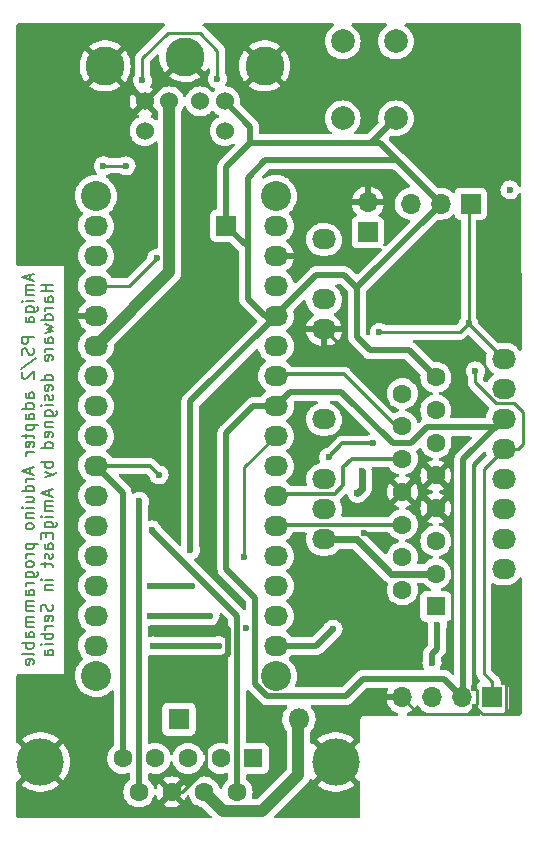
<source format=gbr>
%TF.GenerationSoftware,KiCad,Pcbnew,(6.0.2)*%
%TF.CreationDate,2024-04-06T20:18:03+01:00*%
%TF.ProjectId,amigaps2 revision1.6,616d6967-6170-4733-9220-726576697369,rev?*%
%TF.SameCoordinates,Original*%
%TF.FileFunction,Copper,L2,Bot*%
%TF.FilePolarity,Positive*%
%FSLAX46Y46*%
G04 Gerber Fmt 4.6, Leading zero omitted, Abs format (unit mm)*
G04 Created by KiCad (PCBNEW (6.0.2)) date 2024-04-06 20:18:03*
%MOMM*%
%LPD*%
G01*
G04 APERTURE LIST*
%ADD10C,0.150000*%
%TA.AperFunction,NonConductor*%
%ADD11C,0.150000*%
%TD*%
%TA.AperFunction,ComponentPad*%
%ADD12O,2.032000X1.727200*%
%TD*%
%TA.AperFunction,ComponentPad*%
%ADD13C,2.540000*%
%TD*%
%TA.AperFunction,ComponentPad*%
%ADD14R,1.700000X1.700000*%
%TD*%
%TA.AperFunction,ComponentPad*%
%ADD15O,1.700000X1.700000*%
%TD*%
%TA.AperFunction,ComponentPad*%
%ADD16C,1.600000*%
%TD*%
%TA.AperFunction,ComponentPad*%
%ADD17C,4.000000*%
%TD*%
%TA.AperFunction,ComponentPad*%
%ADD18R,1.600000X1.600000*%
%TD*%
%TA.AperFunction,ComponentPad*%
%ADD19R,1.800000X1.800000*%
%TD*%
%TA.AperFunction,ComponentPad*%
%ADD20O,1.800000X1.800000*%
%TD*%
%TA.AperFunction,ComponentPad*%
%ADD21C,1.524000*%
%TD*%
%TA.AperFunction,ComponentPad*%
%ADD22C,3.300000*%
%TD*%
%TA.AperFunction,ComponentPad*%
%ADD23C,2.000000*%
%TD*%
%TA.AperFunction,ViaPad*%
%ADD24C,0.600000*%
%TD*%
%TA.AperFunction,Conductor*%
%ADD25C,0.500000*%
%TD*%
%TA.AperFunction,Conductor*%
%ADD26C,0.250000*%
%TD*%
%TA.AperFunction,Conductor*%
%ADD27C,0.350000*%
%TD*%
%TA.AperFunction,Conductor*%
%ADD28C,1.000000*%
%TD*%
%TA.AperFunction,Conductor*%
%ADD29C,0.600000*%
%TD*%
%TA.AperFunction,Conductor*%
%ADD30C,0.300000*%
%TD*%
G04 APERTURE END LIST*
D10*
D11*
X133881666Y-75376190D02*
X133881666Y-75852380D01*
X134167380Y-75280952D02*
X133167380Y-75614285D01*
X134167380Y-75947619D01*
X134167380Y-76280952D02*
X133500714Y-76280952D01*
X133595952Y-76280952D02*
X133548333Y-76328571D01*
X133500714Y-76423809D01*
X133500714Y-76566666D01*
X133548333Y-76661904D01*
X133643571Y-76709523D01*
X134167380Y-76709523D01*
X133643571Y-76709523D02*
X133548333Y-76757142D01*
X133500714Y-76852380D01*
X133500714Y-76995238D01*
X133548333Y-77090476D01*
X133643571Y-77138095D01*
X134167380Y-77138095D01*
X134167380Y-77614285D02*
X133500714Y-77614285D01*
X133167380Y-77614285D02*
X133215000Y-77566666D01*
X133262619Y-77614285D01*
X133215000Y-77661904D01*
X133167380Y-77614285D01*
X133262619Y-77614285D01*
X133500714Y-78519047D02*
X134310238Y-78519047D01*
X134405476Y-78471428D01*
X134453095Y-78423809D01*
X134500714Y-78328571D01*
X134500714Y-78185714D01*
X134453095Y-78090476D01*
X134119761Y-78519047D02*
X134167380Y-78423809D01*
X134167380Y-78233333D01*
X134119761Y-78138095D01*
X134072142Y-78090476D01*
X133976904Y-78042857D01*
X133691190Y-78042857D01*
X133595952Y-78090476D01*
X133548333Y-78138095D01*
X133500714Y-78233333D01*
X133500714Y-78423809D01*
X133548333Y-78519047D01*
X134167380Y-79423809D02*
X133643571Y-79423809D01*
X133548333Y-79376190D01*
X133500714Y-79280952D01*
X133500714Y-79090476D01*
X133548333Y-78995238D01*
X134119761Y-79423809D02*
X134167380Y-79328571D01*
X134167380Y-79090476D01*
X134119761Y-78995238D01*
X134024523Y-78947619D01*
X133929285Y-78947619D01*
X133834047Y-78995238D01*
X133786428Y-79090476D01*
X133786428Y-79328571D01*
X133738809Y-79423809D01*
X134167380Y-80661904D02*
X133167380Y-80661904D01*
X133167380Y-81042857D01*
X133215000Y-81138095D01*
X133262619Y-81185714D01*
X133357857Y-81233333D01*
X133500714Y-81233333D01*
X133595952Y-81185714D01*
X133643571Y-81138095D01*
X133691190Y-81042857D01*
X133691190Y-80661904D01*
X134119761Y-81614285D02*
X134167380Y-81757142D01*
X134167380Y-81995238D01*
X134119761Y-82090476D01*
X134072142Y-82138095D01*
X133976904Y-82185714D01*
X133881666Y-82185714D01*
X133786428Y-82138095D01*
X133738809Y-82090476D01*
X133691190Y-81995238D01*
X133643571Y-81804761D01*
X133595952Y-81709523D01*
X133548333Y-81661904D01*
X133453095Y-81614285D01*
X133357857Y-81614285D01*
X133262619Y-81661904D01*
X133215000Y-81709523D01*
X133167380Y-81804761D01*
X133167380Y-82042857D01*
X133215000Y-82185714D01*
X133119761Y-83328571D02*
X134405476Y-82471428D01*
X133262619Y-83614285D02*
X133215000Y-83661904D01*
X133167380Y-83757142D01*
X133167380Y-83995238D01*
X133215000Y-84090476D01*
X133262619Y-84138095D01*
X133357857Y-84185714D01*
X133453095Y-84185714D01*
X133595952Y-84138095D01*
X134167380Y-83566666D01*
X134167380Y-84185714D01*
X134167380Y-85804761D02*
X133643571Y-85804761D01*
X133548333Y-85757142D01*
X133500714Y-85661904D01*
X133500714Y-85471428D01*
X133548333Y-85376190D01*
X134119761Y-85804761D02*
X134167380Y-85709523D01*
X134167380Y-85471428D01*
X134119761Y-85376190D01*
X134024523Y-85328571D01*
X133929285Y-85328571D01*
X133834047Y-85376190D01*
X133786428Y-85471428D01*
X133786428Y-85709523D01*
X133738809Y-85804761D01*
X134167380Y-86709523D02*
X133167380Y-86709523D01*
X134119761Y-86709523D02*
X134167380Y-86614285D01*
X134167380Y-86423809D01*
X134119761Y-86328571D01*
X134072142Y-86280952D01*
X133976904Y-86233333D01*
X133691190Y-86233333D01*
X133595952Y-86280952D01*
X133548333Y-86328571D01*
X133500714Y-86423809D01*
X133500714Y-86614285D01*
X133548333Y-86709523D01*
X134167380Y-87614285D02*
X133643571Y-87614285D01*
X133548333Y-87566666D01*
X133500714Y-87471428D01*
X133500714Y-87280952D01*
X133548333Y-87185714D01*
X134119761Y-87614285D02*
X134167380Y-87519047D01*
X134167380Y-87280952D01*
X134119761Y-87185714D01*
X134024523Y-87138095D01*
X133929285Y-87138095D01*
X133834047Y-87185714D01*
X133786428Y-87280952D01*
X133786428Y-87519047D01*
X133738809Y-87614285D01*
X133500714Y-88090476D02*
X134500714Y-88090476D01*
X133548333Y-88090476D02*
X133500714Y-88185714D01*
X133500714Y-88376190D01*
X133548333Y-88471428D01*
X133595952Y-88519047D01*
X133691190Y-88566666D01*
X133976904Y-88566666D01*
X134072142Y-88519047D01*
X134119761Y-88471428D01*
X134167380Y-88376190D01*
X134167380Y-88185714D01*
X134119761Y-88090476D01*
X133500714Y-88852380D02*
X133500714Y-89233333D01*
X133167380Y-88995238D02*
X134024523Y-88995238D01*
X134119761Y-89042857D01*
X134167380Y-89138095D01*
X134167380Y-89233333D01*
X134119761Y-89947619D02*
X134167380Y-89852380D01*
X134167380Y-89661904D01*
X134119761Y-89566666D01*
X134024523Y-89519047D01*
X133643571Y-89519047D01*
X133548333Y-89566666D01*
X133500714Y-89661904D01*
X133500714Y-89852380D01*
X133548333Y-89947619D01*
X133643571Y-89995238D01*
X133738809Y-89995238D01*
X133834047Y-89519047D01*
X134167380Y-90423809D02*
X133500714Y-90423809D01*
X133691190Y-90423809D02*
X133595952Y-90471428D01*
X133548333Y-90519047D01*
X133500714Y-90614285D01*
X133500714Y-90709523D01*
X133881666Y-91757142D02*
X133881666Y-92233333D01*
X134167380Y-91661904D02*
X133167380Y-91995238D01*
X134167380Y-92328571D01*
X134167380Y-92661904D02*
X133500714Y-92661904D01*
X133691190Y-92661904D02*
X133595952Y-92709523D01*
X133548333Y-92757142D01*
X133500714Y-92852380D01*
X133500714Y-92947619D01*
X134167380Y-93709523D02*
X133167380Y-93709523D01*
X134119761Y-93709523D02*
X134167380Y-93614285D01*
X134167380Y-93423809D01*
X134119761Y-93328571D01*
X134072142Y-93280952D01*
X133976904Y-93233333D01*
X133691190Y-93233333D01*
X133595952Y-93280952D01*
X133548333Y-93328571D01*
X133500714Y-93423809D01*
X133500714Y-93614285D01*
X133548333Y-93709523D01*
X133500714Y-94614285D02*
X134167380Y-94614285D01*
X133500714Y-94185714D02*
X134024523Y-94185714D01*
X134119761Y-94233333D01*
X134167380Y-94328571D01*
X134167380Y-94471428D01*
X134119761Y-94566666D01*
X134072142Y-94614285D01*
X134167380Y-95090476D02*
X133500714Y-95090476D01*
X133167380Y-95090476D02*
X133215000Y-95042857D01*
X133262619Y-95090476D01*
X133215000Y-95138095D01*
X133167380Y-95090476D01*
X133262619Y-95090476D01*
X133500714Y-95566666D02*
X134167380Y-95566666D01*
X133595952Y-95566666D02*
X133548333Y-95614285D01*
X133500714Y-95709523D01*
X133500714Y-95852380D01*
X133548333Y-95947619D01*
X133643571Y-95995238D01*
X134167380Y-95995238D01*
X134167380Y-96614285D02*
X134119761Y-96519047D01*
X134072142Y-96471428D01*
X133976904Y-96423809D01*
X133691190Y-96423809D01*
X133595952Y-96471428D01*
X133548333Y-96519047D01*
X133500714Y-96614285D01*
X133500714Y-96757142D01*
X133548333Y-96852380D01*
X133595952Y-96899999D01*
X133691190Y-96947619D01*
X133976904Y-96947619D01*
X134072142Y-96899999D01*
X134119761Y-96852380D01*
X134167380Y-96757142D01*
X134167380Y-96614285D01*
X133500714Y-98138095D02*
X134500714Y-98138095D01*
X133548333Y-98138095D02*
X133500714Y-98233333D01*
X133500714Y-98423809D01*
X133548333Y-98519047D01*
X133595952Y-98566666D01*
X133691190Y-98614285D01*
X133976904Y-98614285D01*
X134072142Y-98566666D01*
X134119761Y-98519047D01*
X134167380Y-98423809D01*
X134167380Y-98233333D01*
X134119761Y-98138095D01*
X134167380Y-99042857D02*
X133500714Y-99042857D01*
X133691190Y-99042857D02*
X133595952Y-99090476D01*
X133548333Y-99138095D01*
X133500714Y-99233333D01*
X133500714Y-99328571D01*
X134167380Y-99804761D02*
X134119761Y-99709523D01*
X134072142Y-99661904D01*
X133976904Y-99614285D01*
X133691190Y-99614285D01*
X133595952Y-99661904D01*
X133548333Y-99709523D01*
X133500714Y-99804761D01*
X133500714Y-99947619D01*
X133548333Y-100042857D01*
X133595952Y-100090476D01*
X133691190Y-100138095D01*
X133976904Y-100138095D01*
X134072142Y-100090476D01*
X134119761Y-100042857D01*
X134167380Y-99947619D01*
X134167380Y-99804761D01*
X133500714Y-100995238D02*
X134310238Y-100995238D01*
X134405476Y-100947619D01*
X134453095Y-100899999D01*
X134500714Y-100804761D01*
X134500714Y-100661904D01*
X134453095Y-100566666D01*
X134119761Y-100995238D02*
X134167380Y-100899999D01*
X134167380Y-100709523D01*
X134119761Y-100614285D01*
X134072142Y-100566666D01*
X133976904Y-100519047D01*
X133691190Y-100519047D01*
X133595952Y-100566666D01*
X133548333Y-100614285D01*
X133500714Y-100709523D01*
X133500714Y-100899999D01*
X133548333Y-100995238D01*
X134167380Y-101471428D02*
X133500714Y-101471428D01*
X133691190Y-101471428D02*
X133595952Y-101519047D01*
X133548333Y-101566666D01*
X133500714Y-101661904D01*
X133500714Y-101757142D01*
X134167380Y-102519047D02*
X133643571Y-102519047D01*
X133548333Y-102471428D01*
X133500714Y-102376190D01*
X133500714Y-102185714D01*
X133548333Y-102090476D01*
X134119761Y-102519047D02*
X134167380Y-102423809D01*
X134167380Y-102185714D01*
X134119761Y-102090476D01*
X134024523Y-102042857D01*
X133929285Y-102042857D01*
X133834047Y-102090476D01*
X133786428Y-102185714D01*
X133786428Y-102423809D01*
X133738809Y-102519047D01*
X134167380Y-102995238D02*
X133500714Y-102995238D01*
X133595952Y-102995238D02*
X133548333Y-103042857D01*
X133500714Y-103138095D01*
X133500714Y-103280952D01*
X133548333Y-103376190D01*
X133643571Y-103423809D01*
X134167380Y-103423809D01*
X133643571Y-103423809D02*
X133548333Y-103471428D01*
X133500714Y-103566666D01*
X133500714Y-103709523D01*
X133548333Y-103804761D01*
X133643571Y-103852380D01*
X134167380Y-103852380D01*
X134167380Y-104328571D02*
X133500714Y-104328571D01*
X133595952Y-104328571D02*
X133548333Y-104376190D01*
X133500714Y-104471428D01*
X133500714Y-104614285D01*
X133548333Y-104709523D01*
X133643571Y-104757142D01*
X134167380Y-104757142D01*
X133643571Y-104757142D02*
X133548333Y-104804761D01*
X133500714Y-104899999D01*
X133500714Y-105042857D01*
X133548333Y-105138095D01*
X133643571Y-105185714D01*
X134167380Y-105185714D01*
X134167380Y-106090476D02*
X133643571Y-106090476D01*
X133548333Y-106042857D01*
X133500714Y-105947619D01*
X133500714Y-105757142D01*
X133548333Y-105661904D01*
X134119761Y-106090476D02*
X134167380Y-105995238D01*
X134167380Y-105757142D01*
X134119761Y-105661904D01*
X134024523Y-105614285D01*
X133929285Y-105614285D01*
X133834047Y-105661904D01*
X133786428Y-105757142D01*
X133786428Y-105995238D01*
X133738809Y-106090476D01*
X134167380Y-106566666D02*
X133167380Y-106566666D01*
X133548333Y-106566666D02*
X133500714Y-106661904D01*
X133500714Y-106852380D01*
X133548333Y-106947619D01*
X133595952Y-106995238D01*
X133691190Y-107042857D01*
X133976904Y-107042857D01*
X134072142Y-106995238D01*
X134119761Y-106947619D01*
X134167380Y-106852380D01*
X134167380Y-106661904D01*
X134119761Y-106566666D01*
X134167380Y-107614285D02*
X134119761Y-107519047D01*
X134024523Y-107471428D01*
X133167380Y-107471428D01*
X134119761Y-108376190D02*
X134167380Y-108280952D01*
X134167380Y-108090476D01*
X134119761Y-107995238D01*
X134024523Y-107947619D01*
X133643571Y-107947619D01*
X133548333Y-107995238D01*
X133500714Y-108090476D01*
X133500714Y-108280952D01*
X133548333Y-108376190D01*
X133643571Y-108423809D01*
X133738809Y-108423809D01*
X133834047Y-107947619D01*
X135777380Y-76209523D02*
X134777380Y-76209523D01*
X135253571Y-76209523D02*
X135253571Y-76780952D01*
X135777380Y-76780952D02*
X134777380Y-76780952D01*
X135777380Y-77685714D02*
X135253571Y-77685714D01*
X135158333Y-77638095D01*
X135110714Y-77542857D01*
X135110714Y-77352380D01*
X135158333Y-77257142D01*
X135729761Y-77685714D02*
X135777380Y-77590476D01*
X135777380Y-77352380D01*
X135729761Y-77257142D01*
X135634523Y-77209523D01*
X135539285Y-77209523D01*
X135444047Y-77257142D01*
X135396428Y-77352380D01*
X135396428Y-77590476D01*
X135348809Y-77685714D01*
X135777380Y-78161904D02*
X135110714Y-78161904D01*
X135301190Y-78161904D02*
X135205952Y-78209523D01*
X135158333Y-78257142D01*
X135110714Y-78352380D01*
X135110714Y-78447619D01*
X135777380Y-79209523D02*
X134777380Y-79209523D01*
X135729761Y-79209523D02*
X135777380Y-79114285D01*
X135777380Y-78923809D01*
X135729761Y-78828571D01*
X135682142Y-78780952D01*
X135586904Y-78733333D01*
X135301190Y-78733333D01*
X135205952Y-78780952D01*
X135158333Y-78828571D01*
X135110714Y-78923809D01*
X135110714Y-79114285D01*
X135158333Y-79209523D01*
X135110714Y-79590476D02*
X135777380Y-79780952D01*
X135301190Y-79971428D01*
X135777380Y-80161904D01*
X135110714Y-80352380D01*
X135777380Y-81161904D02*
X135253571Y-81161904D01*
X135158333Y-81114285D01*
X135110714Y-81019047D01*
X135110714Y-80828571D01*
X135158333Y-80733333D01*
X135729761Y-81161904D02*
X135777380Y-81066666D01*
X135777380Y-80828571D01*
X135729761Y-80733333D01*
X135634523Y-80685714D01*
X135539285Y-80685714D01*
X135444047Y-80733333D01*
X135396428Y-80828571D01*
X135396428Y-81066666D01*
X135348809Y-81161904D01*
X135777380Y-81638095D02*
X135110714Y-81638095D01*
X135301190Y-81638095D02*
X135205952Y-81685714D01*
X135158333Y-81733333D01*
X135110714Y-81828571D01*
X135110714Y-81923809D01*
X135729761Y-82638095D02*
X135777380Y-82542857D01*
X135777380Y-82352380D01*
X135729761Y-82257142D01*
X135634523Y-82209523D01*
X135253571Y-82209523D01*
X135158333Y-82257142D01*
X135110714Y-82352380D01*
X135110714Y-82542857D01*
X135158333Y-82638095D01*
X135253571Y-82685714D01*
X135348809Y-82685714D01*
X135444047Y-82209523D01*
X135777380Y-84304761D02*
X134777380Y-84304761D01*
X135729761Y-84304761D02*
X135777380Y-84209523D01*
X135777380Y-84019047D01*
X135729761Y-83923809D01*
X135682142Y-83876190D01*
X135586904Y-83828571D01*
X135301190Y-83828571D01*
X135205952Y-83876190D01*
X135158333Y-83923809D01*
X135110714Y-84019047D01*
X135110714Y-84209523D01*
X135158333Y-84304761D01*
X135729761Y-85161904D02*
X135777380Y-85066666D01*
X135777380Y-84876190D01*
X135729761Y-84780952D01*
X135634523Y-84733333D01*
X135253571Y-84733333D01*
X135158333Y-84780952D01*
X135110714Y-84876190D01*
X135110714Y-85066666D01*
X135158333Y-85161904D01*
X135253571Y-85209523D01*
X135348809Y-85209523D01*
X135444047Y-84733333D01*
X135729761Y-85590476D02*
X135777380Y-85685714D01*
X135777380Y-85876190D01*
X135729761Y-85971428D01*
X135634523Y-86019047D01*
X135586904Y-86019047D01*
X135491666Y-85971428D01*
X135444047Y-85876190D01*
X135444047Y-85733333D01*
X135396428Y-85638095D01*
X135301190Y-85590476D01*
X135253571Y-85590476D01*
X135158333Y-85638095D01*
X135110714Y-85733333D01*
X135110714Y-85876190D01*
X135158333Y-85971428D01*
X135777380Y-86447619D02*
X135110714Y-86447619D01*
X134777380Y-86447619D02*
X134825000Y-86400000D01*
X134872619Y-86447619D01*
X134825000Y-86495238D01*
X134777380Y-86447619D01*
X134872619Y-86447619D01*
X135110714Y-87352380D02*
X135920238Y-87352380D01*
X136015476Y-87304761D01*
X136063095Y-87257142D01*
X136110714Y-87161904D01*
X136110714Y-87019047D01*
X136063095Y-86923809D01*
X135729761Y-87352380D02*
X135777380Y-87257142D01*
X135777380Y-87066666D01*
X135729761Y-86971428D01*
X135682142Y-86923809D01*
X135586904Y-86876190D01*
X135301190Y-86876190D01*
X135205952Y-86923809D01*
X135158333Y-86971428D01*
X135110714Y-87066666D01*
X135110714Y-87257142D01*
X135158333Y-87352380D01*
X135110714Y-87828571D02*
X135777380Y-87828571D01*
X135205952Y-87828571D02*
X135158333Y-87876190D01*
X135110714Y-87971428D01*
X135110714Y-88114285D01*
X135158333Y-88209523D01*
X135253571Y-88257142D01*
X135777380Y-88257142D01*
X135729761Y-89114285D02*
X135777380Y-89019047D01*
X135777380Y-88828571D01*
X135729761Y-88733333D01*
X135634523Y-88685714D01*
X135253571Y-88685714D01*
X135158333Y-88733333D01*
X135110714Y-88828571D01*
X135110714Y-89019047D01*
X135158333Y-89114285D01*
X135253571Y-89161904D01*
X135348809Y-89161904D01*
X135444047Y-88685714D01*
X135777380Y-90019047D02*
X134777380Y-90019047D01*
X135729761Y-90019047D02*
X135777380Y-89923809D01*
X135777380Y-89733333D01*
X135729761Y-89638095D01*
X135682142Y-89590476D01*
X135586904Y-89542857D01*
X135301190Y-89542857D01*
X135205952Y-89590476D01*
X135158333Y-89638095D01*
X135110714Y-89733333D01*
X135110714Y-89923809D01*
X135158333Y-90019047D01*
X135777380Y-91257142D02*
X134777380Y-91257142D01*
X135158333Y-91257142D02*
X135110714Y-91352380D01*
X135110714Y-91542857D01*
X135158333Y-91638095D01*
X135205952Y-91685714D01*
X135301190Y-91733333D01*
X135586904Y-91733333D01*
X135682142Y-91685714D01*
X135729761Y-91638095D01*
X135777380Y-91542857D01*
X135777380Y-91352380D01*
X135729761Y-91257142D01*
X135110714Y-92066666D02*
X135777380Y-92304761D01*
X135110714Y-92542857D02*
X135777380Y-92304761D01*
X136015476Y-92209523D01*
X136063095Y-92161904D01*
X136110714Y-92066666D01*
X135491666Y-93638095D02*
X135491666Y-94114285D01*
X135777380Y-93542857D02*
X134777380Y-93876190D01*
X135777380Y-94209523D01*
X135777380Y-94542857D02*
X135110714Y-94542857D01*
X135205952Y-94542857D02*
X135158333Y-94590476D01*
X135110714Y-94685714D01*
X135110714Y-94828571D01*
X135158333Y-94923809D01*
X135253571Y-94971428D01*
X135777380Y-94971428D01*
X135253571Y-94971428D02*
X135158333Y-95019047D01*
X135110714Y-95114285D01*
X135110714Y-95257142D01*
X135158333Y-95352380D01*
X135253571Y-95399999D01*
X135777380Y-95399999D01*
X135777380Y-95876190D02*
X135110714Y-95876190D01*
X134777380Y-95876190D02*
X134825000Y-95828571D01*
X134872619Y-95876190D01*
X134825000Y-95923809D01*
X134777380Y-95876190D01*
X134872619Y-95876190D01*
X135110714Y-96780952D02*
X135920238Y-96780952D01*
X136015476Y-96733333D01*
X136063095Y-96685714D01*
X136110714Y-96590476D01*
X136110714Y-96447619D01*
X136063095Y-96352380D01*
X135729761Y-96780952D02*
X135777380Y-96685714D01*
X135777380Y-96495238D01*
X135729761Y-96399999D01*
X135682142Y-96352380D01*
X135586904Y-96304761D01*
X135301190Y-96304761D01*
X135205952Y-96352380D01*
X135158333Y-96399999D01*
X135110714Y-96495238D01*
X135110714Y-96685714D01*
X135158333Y-96780952D01*
X135253571Y-97257142D02*
X135253571Y-97590476D01*
X135777380Y-97733333D02*
X135777380Y-97257142D01*
X134777380Y-97257142D01*
X134777380Y-97733333D01*
X135777380Y-98590476D02*
X135253571Y-98590476D01*
X135158333Y-98542857D01*
X135110714Y-98447619D01*
X135110714Y-98257142D01*
X135158333Y-98161904D01*
X135729761Y-98590476D02*
X135777380Y-98495238D01*
X135777380Y-98257142D01*
X135729761Y-98161904D01*
X135634523Y-98114285D01*
X135539285Y-98114285D01*
X135444047Y-98161904D01*
X135396428Y-98257142D01*
X135396428Y-98495238D01*
X135348809Y-98590476D01*
X135729761Y-99019047D02*
X135777380Y-99114285D01*
X135777380Y-99304761D01*
X135729761Y-99399999D01*
X135634523Y-99447619D01*
X135586904Y-99447619D01*
X135491666Y-99399999D01*
X135444047Y-99304761D01*
X135444047Y-99161904D01*
X135396428Y-99066666D01*
X135301190Y-99019047D01*
X135253571Y-99019047D01*
X135158333Y-99066666D01*
X135110714Y-99161904D01*
X135110714Y-99304761D01*
X135158333Y-99399999D01*
X135110714Y-99733333D02*
X135110714Y-100114285D01*
X134777380Y-99876190D02*
X135634523Y-99876190D01*
X135729761Y-99923809D01*
X135777380Y-100019047D01*
X135777380Y-100114285D01*
X135777380Y-101209523D02*
X135110714Y-101209523D01*
X134777380Y-101209523D02*
X134825000Y-101161904D01*
X134872619Y-101209523D01*
X134825000Y-101257142D01*
X134777380Y-101209523D01*
X134872619Y-101209523D01*
X135110714Y-101685714D02*
X135777380Y-101685714D01*
X135205952Y-101685714D02*
X135158333Y-101733333D01*
X135110714Y-101828571D01*
X135110714Y-101971428D01*
X135158333Y-102066666D01*
X135253571Y-102114285D01*
X135777380Y-102114285D01*
X135729761Y-103304761D02*
X135777380Y-103447619D01*
X135777380Y-103685714D01*
X135729761Y-103780952D01*
X135682142Y-103828571D01*
X135586904Y-103876190D01*
X135491666Y-103876190D01*
X135396428Y-103828571D01*
X135348809Y-103780952D01*
X135301190Y-103685714D01*
X135253571Y-103495238D01*
X135205952Y-103399999D01*
X135158333Y-103352380D01*
X135063095Y-103304761D01*
X134967857Y-103304761D01*
X134872619Y-103352380D01*
X134825000Y-103399999D01*
X134777380Y-103495238D01*
X134777380Y-103733333D01*
X134825000Y-103876190D01*
X135729761Y-104685714D02*
X135777380Y-104590476D01*
X135777380Y-104399999D01*
X135729761Y-104304761D01*
X135634523Y-104257142D01*
X135253571Y-104257142D01*
X135158333Y-104304761D01*
X135110714Y-104399999D01*
X135110714Y-104590476D01*
X135158333Y-104685714D01*
X135253571Y-104733333D01*
X135348809Y-104733333D01*
X135444047Y-104257142D01*
X135777380Y-105161904D02*
X135110714Y-105161904D01*
X135301190Y-105161904D02*
X135205952Y-105209523D01*
X135158333Y-105257142D01*
X135110714Y-105352380D01*
X135110714Y-105447619D01*
X135777380Y-105780952D02*
X134777380Y-105780952D01*
X135158333Y-105780952D02*
X135110714Y-105876190D01*
X135110714Y-106066666D01*
X135158333Y-106161904D01*
X135205952Y-106209523D01*
X135301190Y-106257142D01*
X135586904Y-106257142D01*
X135682142Y-106209523D01*
X135729761Y-106161904D01*
X135777380Y-106066666D01*
X135777380Y-105876190D01*
X135729761Y-105780952D01*
X135777380Y-106685714D02*
X135110714Y-106685714D01*
X134777380Y-106685714D02*
X134825000Y-106638095D01*
X134872619Y-106685714D01*
X134825000Y-106733333D01*
X134777380Y-106685714D01*
X134872619Y-106685714D01*
X135777380Y-107590476D02*
X135253571Y-107590476D01*
X135158333Y-107542857D01*
X135110714Y-107447619D01*
X135110714Y-107257142D01*
X135158333Y-107161904D01*
X135729761Y-107590476D02*
X135777380Y-107495238D01*
X135777380Y-107257142D01*
X135729761Y-107161904D01*
X135634523Y-107114285D01*
X135539285Y-107114285D01*
X135444047Y-107161904D01*
X135396428Y-107257142D01*
X135396428Y-107495238D01*
X135348809Y-107590476D01*
D12*
%TO.P,P1,1*%
%TO.N,/1(Tx)*%
X139446000Y-71247000D03*
%TO.P,P1,2*%
%TO.N,/0(Rx)*%
X139446000Y-73787000D03*
%TO.P,P1,3*%
%TO.N,/Reset*%
X139446000Y-76327000D03*
%TO.P,P1,4*%
%TO.N,GND*%
X139446000Y-78867000D03*
%TO.P,P1,5*%
%TO.N,/2*%
X139446000Y-81407000D03*
%TO.P,P1,6*%
%TO.N,/3(\u002A\u002A)*%
X139446000Y-83947000D03*
%TO.P,P1,7*%
%TO.N,/4*%
X139446000Y-86487000D03*
%TO.P,P1,9*%
%TO.N,/6(\u002A\u002A)*%
X139446000Y-91567000D03*
%TO.P,P1,10*%
%TO.N,/7*%
X139446000Y-94107000D03*
%TO.P,P1,11*%
%TO.N,/8*%
X139446000Y-96647000D03*
%TO.P,P1,12*%
%TO.N,/9(\u002A\u002A)*%
X139446000Y-99187000D03*
%TO.P,P1,13*%
%TO.N,/10(\u002A\u002A/SS)*%
X139446000Y-101727000D03*
%TO.P,P1,14*%
%TO.N,/11(\u002A\u002A/MOSI)*%
X139446000Y-104267000D03*
%TO.P,P1,15*%
%TO.N,/12(MISO)*%
X139446000Y-106807000D03*
%TO.P,P1,D5*%
%TO.N,5*%
X139446000Y-89027000D03*
%TD*%
%TO.P,P2,1*%
%TO.N,/Vin*%
X154686000Y-71247000D03*
%TO.P,P2,2*%
%TO.N,GND*%
X154686000Y-73787000D03*
%TO.P,P2,3*%
%TO.N,/Reset*%
X154686000Y-76327000D03*
%TO.P,P2,4*%
%TO.N,+5V*%
X154686000Y-78867000D03*
%TO.P,P2,5*%
%TO.N,/A7*%
X154686000Y-81407000D03*
%TO.P,P2,6*%
%TO.N,/A6*%
X154686000Y-83947000D03*
%TO.P,P2,7*%
%TO.N,/A5*%
X154686000Y-86487000D03*
%TO.P,P2,8*%
%TO.N,/A4*%
X154686000Y-89027000D03*
%TO.P,P2,9*%
%TO.N,/A3*%
X154686000Y-91567000D03*
%TO.P,P2,10*%
%TO.N,/A2*%
X154686000Y-94107000D03*
%TO.P,P2,11*%
%TO.N,/A1*%
X154686000Y-96647000D03*
%TO.P,P2,12*%
%TO.N,/A0*%
X154686000Y-99187000D03*
%TO.P,P2,13*%
%TO.N,/AREF*%
X154686000Y-101727000D03*
%TO.P,P2,14*%
%TO.N,+3V3*%
X154686000Y-104267000D03*
%TO.P,P2,15*%
%TO.N,/13(SCK)*%
X154686000Y-106807000D03*
%TD*%
D13*
%TO.P,P3,1*%
%TO.N,Net-(P3-Pad1)*%
X139446000Y-68707000D03*
%TD*%
%TO.P,P4,1*%
%TO.N,Net-(P4-Pad1)*%
X139446000Y-109347000D03*
%TD*%
%TO.P,P5,1*%
%TO.N,Net-(P5-Pad1)*%
X154686000Y-109347000D03*
%TD*%
%TO.P,P6,1*%
%TO.N,Net-(P6-Pad1)*%
X154686000Y-68707000D03*
%TD*%
D12*
%TO.P,,A1*%
%TO.N,/A1*%
X173959507Y-97770000D03*
%TD*%
%TO.P,,A6*%
%TO.N,/A6*%
X173959507Y-85070000D03*
%TD*%
D14*
%TO.P,REF\u002A\u002A,1*%
%TO.N,/Reset*%
X162458400Y-71780400D03*
D15*
%TO.P,REF\u002A\u002A,2*%
%TO.N,GND*%
X162458400Y-69240400D03*
%TD*%
D16*
%TO.P,,12*%
%TO.N,GND*%
X165384200Y-93759200D03*
%TD*%
D12*
%TO.P,,A2*%
%TO.N,/A2*%
X173959507Y-95230000D03*
%TD*%
%TO.P,,3*%
%TO.N,GND*%
X158750000Y-80010000D03*
%TD*%
D16*
%TO.P,,X2*%
%TO.N,/A1*%
X165384200Y-96529200D03*
%TD*%
D12*
%TO.P,,A0*%
%TO.N,/A0*%
X173959507Y-100310000D03*
%TD*%
%TO.P,,A4*%
%TO.N,/A4*%
X173959507Y-90150000D03*
%TD*%
%TO.P,,A5*%
%TO.N,/A5*%
X173959507Y-87610000D03*
%TD*%
D16*
%TO.P,,9*%
%TO.N,+5V*%
X165384200Y-102069200D03*
%TD*%
D14*
%TO.P,CONFIG,1*%
%TO.N,/A7*%
X171181000Y-69367000D03*
D15*
%TO.P,CONFIG,2*%
%TO.N,+5V*%
X168641000Y-69367000D03*
%TO.P,CONFIG,3*%
%TO.N,/4*%
X166101000Y-69367000D03*
%TD*%
D16*
%TO.P,,Y1*%
%TO.N,/A3*%
X168224200Y-89604200D03*
%TD*%
D12*
%TO.P,,4*%
%TO.N,/4*%
X158750000Y-87630000D03*
%TD*%
D17*
%TO.P,Female DSUB9 connector,0*%
%TO.N,GND*%
X134741000Y-116632000D03*
X159741000Y-116632000D03*
D16*
%TO.P,Female DSUB9 connector,7*%
%TO.N,N/C*%
X148626000Y-119172000D03*
%TO.P,Female DSUB9 connector,8*%
%TO.N,GND*%
X145856000Y-119172000D03*
%TO.P,Female DSUB9 connector,HPulse*%
%TO.N,/11(\u002A\u002A/MOSI)*%
X150011000Y-116332000D03*
%TO.P,Female DSUB9 connector,HQPulse*%
%TO.N,/9(\u002A\u002A)*%
X144471000Y-116332000D03*
%TO.P,Female DSUB9 connector,LMB*%
%TO.N,/8*%
X151396000Y-119172000D03*
%TO.P,Female DSUB9 connector,MMB*%
%TO.N,/6(\u002A\u002A)*%
X141701000Y-116332000D03*
%TO.P,Female DSUB9 connector,RMB*%
%TO.N,/7*%
X143086000Y-119172000D03*
D18*
%TO.P,Female DSUB9 connector,VPulse*%
%TO.N,/12(MISO)*%
X152781000Y-116332000D03*
D16*
%TO.P,Female DSUB9 connector,VQPulse*%
%TO.N,/10(\u002A\u002A/SS)*%
X147241000Y-116332000D03*
%TD*%
D19*
%TO.P,DIODE,1*%
%TO.N,+5V*%
X146470000Y-113010000D03*
D20*
%TO.P,DIODE,2*%
%TO.N,N/C*%
X156630000Y-113010000D03*
%TD*%
D12*
%TO.P,,7*%
%TO.N,5*%
X158750000Y-95250000D03*
%TD*%
D16*
%TO.P,,4*%
%TO.N,GND*%
X168224200Y-95144200D03*
%TD*%
%TO.P,,8*%
%TO.N,+5V*%
X168224200Y-84064200D03*
%TD*%
D21*
%TO.P,J1,3*%
%TO.N,GND*%
X143568000Y-60706000D03*
%TO.P,J1,4*%
%TO.N,+5V*%
X150368000Y-60706000D03*
D22*
%TO.P,J1,7*%
%TO.N,GND*%
X146968000Y-56906000D03*
X140218000Y-57706000D03*
X153718000Y-57706000D03*
D21*
%TO.P,J1,CLK*%
%TO.N,/3(\u002A\u002A)*%
X143568000Y-63206000D03*
%TO.P,J1,CLK2*%
%TO.N,N/C*%
X150368000Y-63206000D03*
%TO.P,J1,DATA*%
%TO.N,/2*%
X145668000Y-60706000D03*
%TO.P,J1,DATA2*%
%TO.N,N/C*%
X148268000Y-60706000D03*
%TD*%
D18*
%TO.P,,1*%
%TO.N,+5V*%
X168224200Y-103454200D03*
%TD*%
D14*
%TO.P,REF\u002A\u002A,1*%
%TO.N,/A4*%
X173020000Y-111175000D03*
D15*
%TO.P,REF\u002A\u002A,2*%
%TO.N,/A5*%
X170480000Y-111175000D03*
%TO.P,REF\u002A\u002A,3*%
%TO.N,+5V*%
X167940000Y-111175000D03*
%TO.P,REF\u002A\u002A,4*%
%TO.N,GND*%
X165400000Y-111175000D03*
%TD*%
D12*
%TO.P,,Reset*%
%TO.N,/Reset*%
X158750000Y-77470000D03*
%TD*%
D16*
%TO.P,,Y2*%
%TO.N,/A2*%
X165384200Y-90989200D03*
%TD*%
D12*
%TO.P,,A7*%
%TO.N,/A7*%
X173959507Y-82530000D03*
%TD*%
D16*
%TO.P,,2*%
%TO.N,/0(Rx)*%
X168224200Y-100684200D03*
%TD*%
D12*
%TO.P,,A3*%
%TO.N,/A3*%
X173959507Y-92690000D03*
%TD*%
%TO.P,,8*%
%TO.N,/0(Rx)*%
X158750000Y-97790000D03*
%TD*%
D16*
%TO.P,,X1*%
%TO.N,/A0*%
X168224200Y-97914200D03*
%TD*%
D23*
%TO.P,MouseDPI,1*%
%TO.N,+5V*%
X164846000Y-62126000D03*
%TO.N,N/C*%
X164846000Y-55626000D03*
%TO.P,MouseDPI,2*%
%TO.N,/1(Tx)*%
X160346000Y-62126000D03*
%TO.N,N/C*%
X160346000Y-55626000D03*
%TD*%
D14*
%TO.P,REF\u002A\u002A,1*%
%TO.N,+5V*%
X150469600Y-71221600D03*
%TD*%
D16*
%TO.P,,10*%
%TO.N,/13(SCK)*%
X165384200Y-99299200D03*
%TD*%
%TO.P,,15*%
%TO.N,N/C*%
X165384200Y-85449200D03*
%TD*%
D12*
%TO.P,,1(Tx)*%
%TO.N,/1(Tx)*%
X158750000Y-72390000D03*
%TD*%
%TO.P,,6*%
%TO.N,/6(\u002A\u002A)*%
X158750000Y-92710000D03*
%TD*%
D16*
%TO.P,,7*%
%TO.N,5*%
X168224200Y-86834200D03*
%TD*%
%TO.P,,14*%
%TO.N,/A6*%
X165384200Y-88219200D03*
%TD*%
%TO.P,,5*%
%TO.N,GND*%
X168224200Y-92374200D03*
%TD*%
D24*
%TO.N,GND*%
X164600000Y-78740000D03*
X168410000Y-74460000D03*
%TO.N,+5V*%
X167890000Y-108240000D03*
X168350000Y-105020000D03*
%TO.N,GND*%
X148780000Y-99710000D03*
%TO.N,/1(Tx)*%
X143383000Y-58928000D03*
X149733000Y-58801000D03*
%TO.N,/Reset*%
X144600000Y-74000000D03*
%TO.N,GND*%
X162560000Y-111760000D03*
X149200000Y-94200000D03*
X162600000Y-108600000D03*
X171484300Y-110337745D03*
X157480000Y-86360000D03*
X161671000Y-95504000D03*
X149987000Y-117983000D03*
X148779685Y-117379685D03*
X148350000Y-74850000D03*
X153035000Y-117983000D03*
X162179000Y-97282000D03*
X150495000Y-105283000D03*
X174050000Y-75200000D03*
X148350000Y-79750000D03*
X161080000Y-98850000D03*
X145950000Y-93750000D03*
X161290000Y-82550000D03*
X166430000Y-84020000D03*
X152146000Y-105283000D03*
X167190000Y-85420000D03*
X171559602Y-111984702D03*
X149300000Y-90600000D03*
X145950000Y-89600000D03*
X150450000Y-74850000D03*
X169200000Y-85360000D03*
X148971000Y-115189000D03*
X174015400Y-109829600D03*
X170040000Y-84520000D03*
X173900000Y-78550000D03*
X150300000Y-107900000D03*
%TO.N,/6(\u002A\u002A)*%
X144780000Y-92329000D03*
%TO.N,/7*%
X143120000Y-94560000D03*
%TO.N,/8*%
X144180000Y-96990000D03*
%TO.N,/10(\u002A\u002A/SS)*%
X144018000Y-101727000D03*
X147590000Y-101700000D03*
%TO.N,+5V*%
X174498000Y-68199000D03*
X140081000Y-66167000D03*
X147447000Y-98679000D03*
X141986000Y-66167000D03*
X161550000Y-76500000D03*
%TO.N,/A7*%
X163449000Y-80264000D03*
X171000000Y-79500000D03*
%TO.N,/A4*%
X171560000Y-83530000D03*
X152019000Y-99314000D03*
%TO.N,/A3*%
X159160000Y-90810000D03*
X162941000Y-89662000D03*
%TO.N,/13(SCK)*%
X159510000Y-105390000D03*
%TO.N,/11(\u002A\u002A/MOSI)*%
X149098000Y-104267000D03*
X144018000Y-104267000D03*
%TO.N,/12(MISO)*%
X149847500Y-106800000D03*
X144272000Y-106807000D03*
%TO.N,5*%
X161582100Y-93891100D03*
X161979781Y-91982878D03*
%TD*%
D25*
%TO.N,+5V*%
X158080000Y-75420000D02*
X154686000Y-78814000D01*
D26*
X154686000Y-78814000D02*
X154686000Y-78867000D01*
D25*
X160470000Y-75420000D02*
X158080000Y-75420000D01*
X161550000Y-76500000D02*
X160470000Y-75420000D01*
D26*
X161544000Y-80134000D02*
X161544000Y-80645000D01*
X161550000Y-77510000D02*
X161550000Y-76500000D01*
D25*
%TO.N,/8*%
X151396000Y-104276000D02*
X151396000Y-119172000D01*
X144180000Y-96990000D02*
X144180000Y-97060000D01*
X144180000Y-97060000D02*
X151396000Y-104276000D01*
D26*
%TO.N,GND*%
X162560000Y-100330000D02*
X162560000Y-108560000D01*
X161080000Y-98850000D02*
X162560000Y-100330000D01*
X162560000Y-108560000D02*
X162600000Y-108600000D01*
D25*
%TO.N,+5V*%
X167890000Y-107510000D02*
X167890000Y-108240000D01*
X168350000Y-107050000D02*
X167890000Y-107510000D01*
X168350000Y-105020000D02*
X168350000Y-107050000D01*
D26*
%TO.N,GND*%
X171700000Y-110553445D02*
X171484300Y-110337745D01*
X171700000Y-111697810D02*
X171700000Y-110553445D01*
X171559602Y-111838208D02*
X171700000Y-111697810D01*
X171559602Y-111984702D02*
X171559602Y-111838208D01*
X174199311Y-110013511D02*
X174015400Y-109829600D01*
X174199311Y-112426511D02*
X174199311Y-110013511D01*
X171559602Y-111984702D02*
X172174900Y-112600000D01*
X166752800Y-112600000D02*
X165404800Y-111252000D01*
X174025822Y-112600000D02*
X174199311Y-112426511D01*
X170944304Y-112600000D02*
X166752800Y-112600000D01*
X172174900Y-112600000D02*
X174025822Y-112600000D01*
X171559602Y-111984702D02*
X170944304Y-112600000D01*
%TO.N,/A4*%
X172288200Y-91821307D02*
X173959507Y-90150000D01*
X173020000Y-109850200D02*
X172288200Y-109118400D01*
X172288200Y-109118400D02*
X172288200Y-91821307D01*
X173020000Y-111175000D02*
X173020000Y-109850200D01*
D25*
%TO.N,/A5*%
X152781000Y-86487000D02*
X154686000Y-86487000D01*
X150495000Y-88773000D02*
X152781000Y-86487000D01*
X152908000Y-102743000D02*
X150495000Y-100330000D01*
X152908000Y-110032480D02*
X152908000Y-102743000D01*
X162052000Y-109601000D02*
X160586489Y-111066511D01*
X153942031Y-111066511D02*
X152908000Y-110032480D01*
X168906000Y-109601000D02*
X162052000Y-109601000D01*
X160586489Y-111066511D02*
X153942031Y-111066511D01*
X170480000Y-111175000D02*
X168906000Y-109601000D01*
X170561000Y-91008507D02*
X170561000Y-111094000D01*
X150495000Y-100330000D02*
X150495000Y-88773000D01*
X170561000Y-111094000D02*
X170480000Y-111175000D01*
X173959507Y-87610000D02*
X170561000Y-91008507D01*
D26*
%TO.N,/A4*%
X175150000Y-90150000D02*
X173959507Y-90150000D01*
X174834552Y-86258120D02*
X175600000Y-87023568D01*
X173314972Y-86258120D02*
X174834552Y-86258120D01*
X171560000Y-84503148D02*
X173314972Y-86258120D01*
X175600000Y-87023568D02*
X175600000Y-89700000D01*
X175600000Y-89700000D02*
X175150000Y-90150000D01*
X171560000Y-83530000D02*
X171560000Y-84503148D01*
D25*
%TO.N,+5V*%
X161544000Y-76506000D02*
X161544000Y-80645000D01*
D26*
X161550000Y-76500000D02*
X161544000Y-76506000D01*
D25*
X161550000Y-76458000D02*
X168641000Y-69367000D01*
X161550000Y-76500000D02*
X161550000Y-76458000D01*
X147447000Y-96303000D02*
X147447000Y-98679000D01*
D27*
X147450000Y-96300000D02*
X147447000Y-96303000D01*
D25*
%TO.N,/10(\u002A\u002A/SS)*%
X147590000Y-101700000D02*
X147563000Y-101727000D01*
X147563000Y-101727000D02*
X144018000Y-101727000D01*
D28*
%TO.N,*%
X156591000Y-113049000D02*
X156591000Y-117729000D01*
X150231000Y-120777000D02*
X148626000Y-119172000D01*
X156630000Y-113010000D02*
X156591000Y-113049000D01*
X153543000Y-120777000D02*
X150231000Y-120777000D01*
X156591000Y-117729000D02*
X153543000Y-120777000D01*
D26*
%TO.N,/1(Tx)*%
X145550000Y-54900000D02*
X143383000Y-57067000D01*
X149733000Y-56403000D02*
X148230000Y-54900000D01*
X148230000Y-54900000D02*
X145550000Y-54900000D01*
X149733000Y-58801000D02*
X149733000Y-56403000D01*
X143383000Y-57067000D02*
X143383000Y-58928000D01*
D29*
%TO.N,/0(Rx)*%
X168224200Y-100684200D02*
X164438200Y-100684200D01*
X161544000Y-97790000D02*
X158750000Y-97790000D01*
X164438200Y-100684200D02*
X161544000Y-97790000D01*
D26*
%TO.N,/Reset*%
X142273000Y-76327000D02*
X139446000Y-76327000D01*
X144600000Y-74000000D02*
X142273000Y-76327000D01*
%TO.N,GND*%
X146728000Y-119172000D02*
X148520315Y-117379685D01*
X158750000Y-80010000D02*
X161290000Y-82550000D01*
X148520315Y-117379685D02*
X148779685Y-117379685D01*
X149383000Y-117983000D02*
X149987000Y-117983000D01*
X150611511Y-105399511D02*
X150495000Y-105283000D01*
X150300000Y-107900000D02*
X150300000Y-107764000D01*
D25*
X150611511Y-107452489D02*
X150611511Y-105399511D01*
X150300000Y-107764000D02*
X150611511Y-107452489D01*
D26*
X148779685Y-115380315D02*
X148971000Y-115189000D01*
X148779685Y-117379685D02*
X149383000Y-117983000D01*
X145856000Y-119172000D02*
X146728000Y-119172000D01*
X148779685Y-117379685D02*
X148779685Y-115380315D01*
D28*
%TO.N,/2*%
X145668000Y-75185000D02*
X139446000Y-81407000D01*
X145668000Y-60706000D02*
X145668000Y-75185000D01*
D30*
%TO.N,/6(\u002A\u002A)*%
X144780000Y-92329000D02*
X144018000Y-91567000D01*
X144018000Y-91567000D02*
X139446000Y-91567000D01*
D25*
X141701000Y-93822000D02*
X139446000Y-91567000D01*
X141701000Y-116332000D02*
X141701000Y-93822000D01*
%TO.N,/7*%
X143120000Y-94560000D02*
X143086000Y-94594000D01*
X143086000Y-94594000D02*
X143086000Y-119172000D01*
%TO.N,+5V*%
X163524000Y-64250000D02*
X165537000Y-66263000D01*
X161544000Y-80645000D02*
X162661600Y-81762600D01*
X152300000Y-72800000D02*
X152300000Y-77400000D01*
X153800000Y-65700000D02*
X152300000Y-67200000D01*
X150469600Y-71221600D02*
X150469600Y-66280400D01*
D26*
X141986000Y-66167000D02*
X140081000Y-66167000D01*
D25*
X147447000Y-96266000D02*
X147447000Y-93599000D01*
X152300000Y-72800000D02*
X152048000Y-72800000D01*
X164974000Y-65700000D02*
X153800000Y-65700000D01*
X162722000Y-64250000D02*
X163524000Y-64250000D01*
D26*
X153767000Y-78867000D02*
X154686000Y-78867000D01*
D25*
X168641000Y-69367000D02*
X165537000Y-66263000D01*
X152500000Y-62838000D02*
X150368000Y-60706000D01*
X162722000Y-64250000D02*
X164846000Y-62126000D01*
X150469600Y-66280400D02*
X152500000Y-64250000D01*
X147447000Y-86106000D02*
X154686000Y-78867000D01*
X152300000Y-77400000D02*
X153767000Y-78867000D01*
X147447000Y-91694000D02*
X147447000Y-93599000D01*
X165922600Y-81762600D02*
X168224200Y-84064200D01*
X147447000Y-91694000D02*
X147447000Y-86106000D01*
X152048000Y-72800000D02*
X150469600Y-71221600D01*
X162661600Y-81762600D02*
X165922600Y-81762600D01*
X152300000Y-67200000D02*
X152300000Y-72800000D01*
X152500000Y-64250000D02*
X162722000Y-64250000D01*
X152500000Y-64250000D02*
X152500000Y-62838000D01*
X165537000Y-66263000D02*
X164974000Y-65700000D01*
D26*
%TO.N,/A7*%
X170992800Y-79492800D02*
X170992800Y-69672200D01*
X171000000Y-79570493D02*
X173959507Y-82530000D01*
X170228800Y-80264000D02*
X163449000Y-80264000D01*
X171000000Y-79500000D02*
X170992800Y-79492800D01*
X170992800Y-79500000D02*
X170228800Y-80264000D01*
X171000000Y-79500000D02*
X171000000Y-79570493D01*
D30*
%TO.N,/A6*%
X165384200Y-88219200D02*
X164809200Y-88219200D01*
X160410000Y-83820000D02*
X154813000Y-83820000D01*
X164809200Y-88219200D02*
X160410000Y-83820000D01*
X154813000Y-83820000D02*
X154686000Y-83947000D01*
D25*
%TO.N,/A5*%
X167480000Y-88300000D02*
X173269507Y-88300000D01*
X166120000Y-89660000D02*
X167480000Y-88300000D01*
X160227925Y-85317925D02*
X164570000Y-89660000D01*
X164570000Y-89660000D02*
X166120000Y-89660000D01*
X155855075Y-85317925D02*
X160227925Y-85317925D01*
X173269507Y-88300000D02*
X173959507Y-87610000D01*
X154686000Y-86487000D02*
X155855075Y-85317925D01*
D26*
%TO.N,/A4*%
X152019000Y-91694000D02*
X154686000Y-89027000D01*
X152019000Y-99314000D02*
X152019000Y-91694000D01*
D30*
%TO.N,/A3*%
X159160000Y-90810000D02*
X160308000Y-89662000D01*
X160308000Y-89662000D02*
X162941000Y-89662000D01*
%TO.N,/A2*%
X161105800Y-90989200D02*
X160401000Y-91694000D01*
X159695880Y-93923120D02*
X154869880Y-93923120D01*
X160401000Y-91694000D02*
X160401000Y-93218000D01*
X154869880Y-93923120D02*
X154686000Y-94107000D01*
X160401000Y-93218000D02*
X159695880Y-93923120D01*
X165384200Y-90989200D02*
X161105800Y-90989200D01*
%TO.N,/A1*%
X154803800Y-96529200D02*
X154686000Y-96647000D01*
X165384200Y-96529200D02*
X154803800Y-96529200D01*
D25*
%TO.N,/13(SCK)*%
X159510000Y-105390000D02*
X158093000Y-106807000D01*
X158093000Y-106807000D02*
X154686000Y-106807000D01*
%TO.N,/11(\u002A\u002A/MOSI)*%
X149098000Y-104267000D02*
X144018000Y-104267000D01*
%TO.N,/12(MISO)*%
X149840500Y-106807000D02*
X144272000Y-106807000D01*
X149847500Y-106800000D02*
X149840500Y-106807000D01*
D29*
%TO.N,5*%
X161979781Y-93493419D02*
X161582100Y-93891100D01*
X161979781Y-91982878D02*
X161979781Y-93493419D01*
%TD*%
%TA.AperFunction,Conductor*%
%TO.N,GND*%
G36*
X164152013Y-110379502D02*
G01*
X164198506Y-110433158D01*
X164208610Y-110503432D01*
X164198180Y-110538550D01*
X164123338Y-110699783D01*
X164119775Y-110709470D01*
X164064389Y-110909183D01*
X164065912Y-110917607D01*
X164078292Y-110921000D01*
X165528000Y-110921000D01*
X165596121Y-110941002D01*
X165642614Y-110994658D01*
X165654000Y-111047000D01*
X165654000Y-111303000D01*
X165633998Y-111371121D01*
X165580342Y-111417614D01*
X165528000Y-111429000D01*
X164083225Y-111429000D01*
X164069694Y-111432973D01*
X164068257Y-111442966D01*
X164098565Y-111577446D01*
X164101645Y-111587275D01*
X164181770Y-111784603D01*
X164186413Y-111793794D01*
X164297694Y-111975388D01*
X164303777Y-111983699D01*
X164443213Y-112144667D01*
X164450580Y-112151883D01*
X164614434Y-112287916D01*
X164622881Y-112293831D01*
X164806756Y-112401279D01*
X164816043Y-112405729D01*
X164964118Y-112462273D01*
X165020621Y-112505260D01*
X165044914Y-112571971D01*
X165029284Y-112641226D01*
X164978693Y-112691037D01*
X164918978Y-112705983D01*
X164595493Y-112705493D01*
X162361665Y-112702108D01*
X162353987Y-112701669D01*
X162347694Y-112700029D01*
X162338726Y-112700294D01*
X162338723Y-112700294D01*
X162283521Y-112701928D01*
X162279605Y-112701983D01*
X162275971Y-112701978D01*
X162254293Y-112701945D01*
X162249854Y-112702574D01*
X162245383Y-112702886D01*
X162245373Y-112702743D01*
X162239716Y-112703225D01*
X162227732Y-112703580D01*
X162202244Y-112704334D01*
X162193713Y-112707105D01*
X162193709Y-112707106D01*
X162185448Y-112709790D01*
X162164188Y-112714710D01*
X162155588Y-112715928D01*
X162155586Y-112715928D01*
X162146702Y-112717187D01*
X162138525Y-112720890D01*
X162112552Y-112732652D01*
X162099500Y-112737709D01*
X162072386Y-112746516D01*
X162072384Y-112746517D01*
X162063847Y-112749290D01*
X162049249Y-112759246D01*
X162030242Y-112769925D01*
X162025246Y-112772188D01*
X162022319Y-112773513D01*
X162022317Y-112773514D01*
X162014145Y-112777215D01*
X162007340Y-112783061D01*
X162007333Y-112783065D01*
X161985711Y-112801639D01*
X161974605Y-112810155D01*
X161951047Y-112826222D01*
X161951043Y-112826226D01*
X161943631Y-112831281D01*
X161937934Y-112838215D01*
X161937932Y-112838217D01*
X161932413Y-112844935D01*
X161917166Y-112860521D01*
X161903765Y-112872033D01*
X161898871Y-112879559D01*
X161883327Y-112903461D01*
X161875057Y-112914752D01*
X161851260Y-112943718D01*
X161847736Y-112951979D01*
X161847735Y-112951980D01*
X161844327Y-112959967D01*
X161834062Y-112979215D01*
X161829328Y-112986494D01*
X161829326Y-112986499D01*
X161824434Y-112994021D01*
X161821850Y-113002614D01*
X161821848Y-113002618D01*
X161813640Y-113029914D01*
X161808871Y-113043075D01*
X161797680Y-113069304D01*
X161797679Y-113069308D01*
X161794158Y-113077561D01*
X161793095Y-113086474D01*
X161793093Y-113086480D01*
X161792064Y-113095104D01*
X161787615Y-113116459D01*
X161787398Y-113117183D01*
X161782529Y-113133372D01*
X161782461Y-113142348D01*
X161782460Y-113142352D01*
X161782243Y-113170851D01*
X161781602Y-113180989D01*
X161781487Y-113183751D01*
X161780911Y-113188580D01*
X161781544Y-113206308D01*
X161781800Y-113213479D01*
X161781876Y-113218936D01*
X161781419Y-113278882D01*
X161783842Y-113287406D01*
X161784872Y-113299476D01*
X161791928Y-113497045D01*
X161792008Y-113501428D01*
X161792479Y-114163891D01*
X161793021Y-114925825D01*
X161773067Y-114993960D01*
X161719445Y-115040491D01*
X161697320Y-115045048D01*
X161673248Y-115058962D01*
X160113022Y-116619188D01*
X160105408Y-116633132D01*
X160105539Y-116634965D01*
X160109790Y-116641580D01*
X161672145Y-118203935D01*
X161708636Y-118223861D01*
X161729830Y-118228471D01*
X161780035Y-118278671D01*
X161795450Y-118338971D01*
X161797548Y-121285488D01*
X161777594Y-121353623D01*
X161723972Y-121400154D01*
X161671464Y-121411578D01*
X157102749Y-121408543D01*
X154643432Y-121406909D01*
X154575325Y-121386862D01*
X154528868Y-121333175D01*
X154518810Y-121262894D01*
X154548346Y-121198333D01*
X154554421Y-121191814D01*
X157168247Y-118577987D01*
X158159721Y-118577987D01*
X158168548Y-118589605D01*
X158391281Y-118751430D01*
X158397961Y-118755670D01*
X158667572Y-118903890D01*
X158674707Y-118907247D01*
X158960770Y-119020508D01*
X158968296Y-119022953D01*
X159266279Y-119099462D01*
X159274050Y-119100945D01*
X159579278Y-119139503D01*
X159587169Y-119140000D01*
X159894831Y-119140000D01*
X159902722Y-119139503D01*
X160207950Y-119100945D01*
X160215721Y-119099462D01*
X160513704Y-119022953D01*
X160521230Y-119020508D01*
X160807293Y-118907247D01*
X160814428Y-118903890D01*
X161084039Y-118755670D01*
X161090719Y-118751430D01*
X161313823Y-118589336D01*
X161322246Y-118578413D01*
X161315342Y-118565552D01*
X159753812Y-117004022D01*
X159739868Y-116996408D01*
X159738035Y-116996539D01*
X159731420Y-117000790D01*
X158166334Y-118565876D01*
X158159721Y-118577987D01*
X157168247Y-118577987D01*
X157260379Y-118485855D01*
X157270522Y-118476753D01*
X157295218Y-118456897D01*
X157300025Y-118453032D01*
X157332292Y-118414578D01*
X157335472Y-118410931D01*
X157337115Y-118409119D01*
X157339309Y-118406925D01*
X157366642Y-118373651D01*
X157367348Y-118372800D01*
X157405192Y-118327700D01*
X157427154Y-118301526D01*
X157429722Y-118296856D01*
X157433103Y-118292739D01*
X157470035Y-118223861D01*
X157476977Y-118210914D01*
X157477606Y-118209755D01*
X157513507Y-118144450D01*
X157563852Y-118094391D01*
X157633269Y-118079497D01*
X157699718Y-118104497D01*
X157721007Y-118124835D01*
X157785497Y-118202790D01*
X157798014Y-118211245D01*
X157808752Y-118205038D01*
X159368978Y-116644812D01*
X159376592Y-116630868D01*
X159376461Y-116629035D01*
X159372210Y-116622420D01*
X157809855Y-115060065D01*
X157795911Y-115052451D01*
X157795534Y-115052478D01*
X157731436Y-115074628D01*
X157662449Y-115057858D01*
X157613480Y-115006452D01*
X157599500Y-114948768D01*
X157599500Y-114685587D01*
X158159754Y-114685587D01*
X158166658Y-114698448D01*
X159728188Y-116259978D01*
X159742132Y-116267592D01*
X159743965Y-116267461D01*
X159750580Y-116263210D01*
X161315666Y-114698124D01*
X161322279Y-114686013D01*
X161313452Y-114674395D01*
X161090719Y-114512570D01*
X161084039Y-114508330D01*
X160814428Y-114360110D01*
X160807293Y-114356753D01*
X160521230Y-114243492D01*
X160513704Y-114241047D01*
X160215721Y-114164538D01*
X160207950Y-114163055D01*
X159902722Y-114124497D01*
X159894831Y-114124000D01*
X159587169Y-114124000D01*
X159579278Y-114124497D01*
X159274050Y-114163055D01*
X159266279Y-114164538D01*
X158968296Y-114241047D01*
X158960770Y-114243492D01*
X158674707Y-114356753D01*
X158667572Y-114360110D01*
X158397961Y-114508330D01*
X158391281Y-114512570D01*
X158168177Y-114674664D01*
X158159754Y-114685587D01*
X157599500Y-114685587D01*
X157599500Y-114084756D01*
X157619502Y-114016635D01*
X157636560Y-113995505D01*
X157674062Y-113958134D01*
X157706303Y-113926005D01*
X157841458Y-113737917D01*
X157867810Y-113684599D01*
X157941784Y-113534922D01*
X157941785Y-113534920D01*
X157944078Y-113530280D01*
X158011408Y-113308671D01*
X158041640Y-113079041D01*
X158042539Y-113042244D01*
X158043245Y-113013365D01*
X158043245Y-113013361D01*
X158043327Y-113010000D01*
X158031038Y-112860525D01*
X158024773Y-112784318D01*
X158024772Y-112784312D01*
X158024349Y-112779167D01*
X157989701Y-112641226D01*
X157969184Y-112559544D01*
X157969183Y-112559540D01*
X157967925Y-112554533D01*
X157958780Y-112533500D01*
X157877630Y-112346868D01*
X157877628Y-112346865D01*
X157875570Y-112342131D01*
X157749764Y-112147665D01*
X157738528Y-112135316D01*
X157647984Y-112035810D01*
X157616932Y-111971965D01*
X157625328Y-111901466D01*
X157670504Y-111846698D01*
X157741178Y-111825011D01*
X160519419Y-111825011D01*
X160538369Y-111826444D01*
X160552604Y-111828610D01*
X160552608Y-111828610D01*
X160559838Y-111829710D01*
X160567130Y-111829117D01*
X160567133Y-111829117D01*
X160612507Y-111825426D01*
X160622722Y-111825011D01*
X160630782Y-111825011D01*
X160648169Y-111822984D01*
X160658996Y-111821722D01*
X160663371Y-111821289D01*
X160728828Y-111815965D01*
X160728831Y-111815964D01*
X160736126Y-111815371D01*
X160743090Y-111813115D01*
X160749049Y-111811924D01*
X160754904Y-111810540D01*
X160762170Y-111809693D01*
X160830816Y-111784776D01*
X160834944Y-111783359D01*
X160897425Y-111763118D01*
X160897427Y-111763117D01*
X160904388Y-111760862D01*
X160910643Y-111757066D01*
X160916117Y-111754560D01*
X160921547Y-111751841D01*
X160928426Y-111749344D01*
X160940607Y-111741358D01*
X160989465Y-111709325D01*
X160993169Y-111706988D01*
X161055596Y-111669106D01*
X161063973Y-111661708D01*
X161063997Y-111661735D01*
X161066989Y-111659082D01*
X161070222Y-111656379D01*
X161076341Y-111652367D01*
X161129617Y-111596128D01*
X161131995Y-111593686D01*
X162329276Y-110396405D01*
X162391588Y-110362379D01*
X162418371Y-110359500D01*
X164083892Y-110359500D01*
X164152013Y-110379502D01*
G37*
%TD.AperFunction*%
%TA.AperFunction,Conductor*%
G36*
X145255565Y-54122002D02*
G01*
X145302058Y-54175658D01*
X145312162Y-54245932D01*
X145282668Y-54310512D01*
X145248744Y-54337930D01*
X145242383Y-54340448D01*
X145235972Y-54345106D01*
X145235968Y-54345108D01*
X145206613Y-54366436D01*
X145196693Y-54372952D01*
X145165465Y-54391420D01*
X145165462Y-54391422D01*
X145158638Y-54395458D01*
X145144317Y-54409779D01*
X145129284Y-54422619D01*
X145112893Y-54434528D01*
X145104217Y-54445016D01*
X145084702Y-54468605D01*
X145076712Y-54477384D01*
X142990747Y-56563348D01*
X142982461Y-56570888D01*
X142975982Y-56575000D01*
X142970557Y-56580777D01*
X142929357Y-56624651D01*
X142926602Y-56627493D01*
X142906865Y-56647230D01*
X142904385Y-56650427D01*
X142896682Y-56659447D01*
X142866414Y-56691679D01*
X142862595Y-56698625D01*
X142862593Y-56698628D01*
X142856652Y-56709434D01*
X142845801Y-56725953D01*
X142833386Y-56741959D01*
X142830241Y-56749228D01*
X142830238Y-56749232D01*
X142815826Y-56782537D01*
X142810609Y-56793187D01*
X142789305Y-56831940D01*
X142787334Y-56839615D01*
X142787334Y-56839616D01*
X142784267Y-56851562D01*
X142777863Y-56870266D01*
X142769819Y-56888855D01*
X142768580Y-56896678D01*
X142768577Y-56896688D01*
X142762901Y-56932524D01*
X142760495Y-56944144D01*
X142749500Y-56986970D01*
X142749500Y-57007224D01*
X142747949Y-57026934D01*
X142744780Y-57046943D01*
X142745526Y-57054835D01*
X142748941Y-57090961D01*
X142749500Y-57102819D01*
X142749500Y-58381331D01*
X142729411Y-58449586D01*
X142658054Y-58560310D01*
X142658050Y-58560319D01*
X142654235Y-58566238D01*
X142651826Y-58572858D01*
X142651825Y-58572859D01*
X142622590Y-58653182D01*
X142592197Y-58736685D01*
X142569463Y-58916640D01*
X142587163Y-59097160D01*
X142644418Y-59269273D01*
X142648065Y-59275295D01*
X142648066Y-59275297D01*
X142733550Y-59416448D01*
X142738380Y-59424424D01*
X142743269Y-59429487D01*
X142743270Y-59429488D01*
X142839541Y-59529179D01*
X142872473Y-59592075D01*
X142874234Y-59629679D01*
X142872738Y-59644136D01*
X142880928Y-59659718D01*
X143555188Y-60333978D01*
X143569132Y-60341592D01*
X143570965Y-60341461D01*
X143577580Y-60337210D01*
X144255793Y-59658997D01*
X144262223Y-59647223D01*
X144252926Y-59635207D01*
X144209931Y-59605102D01*
X144200445Y-59599624D01*
X144109561Y-59557244D01*
X144056276Y-59510326D01*
X144036815Y-59442049D01*
X144057863Y-59373322D01*
X144102742Y-59305773D01*
X144106643Y-59299902D01*
X144164233Y-59148297D01*
X144168555Y-59136920D01*
X144168556Y-59136918D01*
X144171055Y-59130338D01*
X144172035Y-59123366D01*
X144195748Y-58954639D01*
X144195748Y-58954636D01*
X144196299Y-58950717D01*
X144196616Y-58928000D01*
X144176397Y-58747745D01*
X144174080Y-58741091D01*
X144125694Y-58602144D01*
X145637128Y-58602144D01*
X145644182Y-58612114D01*
X145693298Y-58653182D01*
X145700240Y-58658225D01*
X145942212Y-58810014D01*
X145949763Y-58814063D01*
X146210112Y-58931614D01*
X146218143Y-58934601D01*
X146492034Y-59015732D01*
X146500386Y-59017599D01*
X146782760Y-59060808D01*
X146791293Y-59061524D01*
X147076914Y-59066012D01*
X147085465Y-59065563D01*
X147369056Y-59031245D01*
X147377457Y-59029643D01*
X147653780Y-58957151D01*
X147661882Y-58954424D01*
X147925805Y-58845103D01*
X147933467Y-58841300D01*
X148180103Y-58697177D01*
X148187190Y-58692361D01*
X148289497Y-58612143D01*
X148297968Y-58600283D01*
X148291452Y-58588662D01*
X146980812Y-57278022D01*
X146966868Y-57270408D01*
X146965035Y-57270539D01*
X146958420Y-57274790D01*
X145644421Y-58588789D01*
X145637128Y-58602144D01*
X144125694Y-58602144D01*
X144119064Y-58583106D01*
X144119062Y-58583103D01*
X144116745Y-58576448D01*
X144035646Y-58446661D01*
X144016500Y-58379892D01*
X144016500Y-57381595D01*
X144036502Y-57313474D01*
X144053405Y-57292499D01*
X144592832Y-56753073D01*
X144655144Y-56719048D01*
X144725960Y-56724113D01*
X144782795Y-56766660D01*
X144807606Y-56833180D01*
X144807539Y-56852055D01*
X144805412Y-56879079D01*
X144805323Y-56887629D01*
X144821766Y-57172814D01*
X144822839Y-57181313D01*
X144877837Y-57461636D01*
X144880048Y-57469888D01*
X144972581Y-57740157D01*
X144975896Y-57748042D01*
X145104251Y-58003247D01*
X145108608Y-58010613D01*
X145259474Y-58230124D01*
X145269727Y-58238468D01*
X145283468Y-58231322D01*
X146878905Y-56635885D01*
X146941217Y-56601859D01*
X147012032Y-56606924D01*
X147057095Y-56635885D01*
X148651033Y-58229823D01*
X148663242Y-58236490D01*
X148674742Y-58227800D01*
X148791777Y-58068475D01*
X148796364Y-58061247D01*
X148862769Y-57938945D01*
X148912852Y-57888623D01*
X148982190Y-57873367D01*
X149048769Y-57898019D01*
X149091451Y-57954754D01*
X149099500Y-57999067D01*
X149099500Y-58254331D01*
X149079411Y-58322586D01*
X149008054Y-58433310D01*
X149008050Y-58433319D01*
X149004235Y-58439238D01*
X149001826Y-58445858D01*
X149001825Y-58445859D01*
X148945619Y-58600283D01*
X148942197Y-58609685D01*
X148919463Y-58789640D01*
X148937163Y-58970160D01*
X148994418Y-59142273D01*
X148998065Y-59148295D01*
X148998066Y-59148297D01*
X149082708Y-59288058D01*
X149088380Y-59297424D01*
X149093269Y-59302487D01*
X149093270Y-59302488D01*
X149161674Y-59373322D01*
X149214382Y-59427902D01*
X149290271Y-59477562D01*
X149333938Y-59506137D01*
X149366159Y-59527222D01*
X149462008Y-59562868D01*
X149518884Y-59605360D01*
X149543757Y-59671857D01*
X149528732Y-59741246D01*
X149507182Y-59770060D01*
X149407095Y-59870147D01*
X149344783Y-59904173D01*
X149273968Y-59899108D01*
X149228905Y-59870147D01*
X149087781Y-59729023D01*
X149083273Y-59725866D01*
X149083270Y-59725864D01*
X149001984Y-59668947D01*
X148905677Y-59601512D01*
X148900695Y-59599189D01*
X148900690Y-59599186D01*
X148709178Y-59509883D01*
X148709177Y-59509882D01*
X148704196Y-59507560D01*
X148698888Y-59506138D01*
X148698886Y-59506137D01*
X148633051Y-59488497D01*
X148489463Y-59450022D01*
X148268000Y-59430647D01*
X148046537Y-59450022D01*
X147902949Y-59488497D01*
X147837114Y-59506137D01*
X147837112Y-59506138D01*
X147831804Y-59507560D01*
X147826823Y-59509882D01*
X147826822Y-59509883D01*
X147635311Y-59599186D01*
X147635306Y-59599189D01*
X147630324Y-59601512D01*
X147625817Y-59604668D01*
X147625815Y-59604669D01*
X147452730Y-59725864D01*
X147452727Y-59725866D01*
X147448219Y-59729023D01*
X147291023Y-59886219D01*
X147287866Y-59890727D01*
X147287864Y-59890730D01*
X147166669Y-60063815D01*
X147163512Y-60068324D01*
X147161189Y-60073306D01*
X147161186Y-60073311D01*
X147082195Y-60242708D01*
X147035277Y-60295993D01*
X146967000Y-60315454D01*
X146899040Y-60294912D01*
X146853805Y-60242708D01*
X146774814Y-60073311D01*
X146774811Y-60073306D01*
X146772488Y-60068324D01*
X146769331Y-60063815D01*
X146648136Y-59890730D01*
X146648134Y-59890727D01*
X146644977Y-59886219D01*
X146487781Y-59729023D01*
X146483273Y-59725866D01*
X146483270Y-59725864D01*
X146401984Y-59668947D01*
X146305677Y-59601512D01*
X146300695Y-59599189D01*
X146300690Y-59599186D01*
X146109178Y-59509883D01*
X146109177Y-59509882D01*
X146104196Y-59507560D01*
X146098888Y-59506138D01*
X146098886Y-59506137D01*
X146033051Y-59488497D01*
X145889463Y-59450022D01*
X145668000Y-59430647D01*
X145446537Y-59450022D01*
X145302949Y-59488497D01*
X145237114Y-59506137D01*
X145237112Y-59506138D01*
X145231804Y-59507560D01*
X145226823Y-59509882D01*
X145226822Y-59509883D01*
X145035311Y-59599186D01*
X145035306Y-59599189D01*
X145030324Y-59601512D01*
X145025817Y-59604668D01*
X145025815Y-59604669D01*
X144852730Y-59725864D01*
X144852727Y-59725866D01*
X144848219Y-59729023D01*
X144691023Y-59886219D01*
X144687866Y-59890727D01*
X144687864Y-59890730D01*
X144566623Y-60063881D01*
X144552505Y-60080705D01*
X143940022Y-60693188D01*
X143932408Y-60707132D01*
X143932539Y-60708965D01*
X143936790Y-60715580D01*
X144552505Y-61331295D01*
X144566623Y-61348119D01*
X144636713Y-61448218D01*
X144659500Y-61520489D01*
X144659500Y-62196552D01*
X144639498Y-62264673D01*
X144585842Y-62311166D01*
X144515568Y-62321270D01*
X144450988Y-62291776D01*
X144444405Y-62285647D01*
X144387781Y-62229023D01*
X144383273Y-62225866D01*
X144383270Y-62225864D01*
X144240649Y-62126000D01*
X144205677Y-62101512D01*
X144200695Y-62099189D01*
X144200690Y-62099186D01*
X144137926Y-62069919D01*
X144084641Y-62023001D01*
X144065180Y-61954724D01*
X144085722Y-61886764D01*
X144137926Y-61841529D01*
X144200445Y-61812376D01*
X144209931Y-61806898D01*
X144253764Y-61776207D01*
X144262139Y-61765729D01*
X144255071Y-61752281D01*
X143580812Y-61078022D01*
X143566868Y-61070408D01*
X143565035Y-61070539D01*
X143558420Y-61074790D01*
X142880207Y-61753003D01*
X142873777Y-61764777D01*
X142883074Y-61776793D01*
X142926069Y-61806898D01*
X142935555Y-61812376D01*
X142998075Y-61841529D01*
X143051360Y-61888446D01*
X143070821Y-61956723D01*
X143050279Y-62024683D01*
X142998075Y-62069919D01*
X142935311Y-62099186D01*
X142935306Y-62099189D01*
X142930324Y-62101512D01*
X142925817Y-62104668D01*
X142925815Y-62104669D01*
X142752730Y-62225864D01*
X142752727Y-62225866D01*
X142748219Y-62229023D01*
X142591023Y-62386219D01*
X142587866Y-62390727D01*
X142587864Y-62390730D01*
X142497278Y-62520101D01*
X142463512Y-62568324D01*
X142461189Y-62573306D01*
X142461186Y-62573311D01*
X142373610Y-62761118D01*
X142369560Y-62769804D01*
X142368138Y-62775112D01*
X142368137Y-62775114D01*
X142363155Y-62793707D01*
X142312022Y-62984537D01*
X142292647Y-63206000D01*
X142312022Y-63427463D01*
X142369560Y-63642196D01*
X142371882Y-63647177D01*
X142371883Y-63647178D01*
X142461186Y-63838689D01*
X142461189Y-63838694D01*
X142463512Y-63843676D01*
X142466668Y-63848183D01*
X142466669Y-63848185D01*
X142537884Y-63949890D01*
X142591023Y-64025781D01*
X142748219Y-64182977D01*
X142752727Y-64186134D01*
X142752730Y-64186136D01*
X142794592Y-64215448D01*
X142930323Y-64310488D01*
X142935305Y-64312811D01*
X142935310Y-64312814D01*
X143126822Y-64402117D01*
X143131804Y-64404440D01*
X143137112Y-64405862D01*
X143137114Y-64405863D01*
X143149572Y-64409201D01*
X143346537Y-64461978D01*
X143568000Y-64481353D01*
X143789463Y-64461978D01*
X143986428Y-64409201D01*
X143998886Y-64405863D01*
X143998888Y-64405862D01*
X144004196Y-64404440D01*
X144009178Y-64402117D01*
X144200690Y-64312814D01*
X144200695Y-64312811D01*
X144205677Y-64310488D01*
X144341408Y-64215448D01*
X144383270Y-64186136D01*
X144383273Y-64186134D01*
X144387781Y-64182977D01*
X144444405Y-64126353D01*
X144506717Y-64092327D01*
X144577532Y-64097392D01*
X144634368Y-64139939D01*
X144659179Y-64206459D01*
X144659500Y-64215448D01*
X144659500Y-73067296D01*
X144639498Y-73135417D01*
X144585842Y-73181910D01*
X144546671Y-73192606D01*
X144432288Y-73204628D01*
X144432286Y-73204629D01*
X144425288Y-73205364D01*
X144253579Y-73263818D01*
X144236998Y-73274019D01*
X144105095Y-73355166D01*
X144105092Y-73355168D01*
X144099088Y-73358862D01*
X144094053Y-73363793D01*
X144094050Y-73363795D01*
X143974525Y-73480843D01*
X143969493Y-73485771D01*
X143871235Y-73638238D01*
X143868826Y-73644858D01*
X143868824Y-73644861D01*
X143811606Y-73802066D01*
X143809197Y-73808685D01*
X143802137Y-73864569D01*
X143773757Y-73929642D01*
X143766227Y-73937869D01*
X142047500Y-75656595D01*
X141985188Y-75690621D01*
X141958405Y-75693500D01*
X140889904Y-75693500D01*
X140821783Y-75673498D01*
X140782185Y-75632866D01*
X140743157Y-75568549D01*
X140711051Y-75515641D01*
X140612066Y-75401570D01*
X140561939Y-75343803D01*
X140561937Y-75343801D01*
X140558439Y-75339770D01*
X140554313Y-75336387D01*
X140554309Y-75336383D01*
X140382504Y-75195513D01*
X140378376Y-75192128D01*
X140373740Y-75189489D01*
X140373737Y-75189487D01*
X140332748Y-75166155D01*
X140283442Y-75115073D01*
X140269580Y-75045442D01*
X140295563Y-74979371D01*
X140324713Y-74952133D01*
X140412806Y-74892825D01*
X140461272Y-74860196D01*
X140469508Y-74852340D01*
X140625896Y-74703152D01*
X140629758Y-74699468D01*
X140768754Y-74512650D01*
X140860126Y-74332934D01*
X140871867Y-74309842D01*
X140871867Y-74309841D01*
X140874286Y-74305084D01*
X140913906Y-74177486D01*
X140941753Y-74087807D01*
X140941754Y-74087801D01*
X140943337Y-74082704D01*
X140963624Y-73929642D01*
X140973232Y-73857152D01*
X140973232Y-73857148D01*
X140973932Y-73851868D01*
X140972063Y-73802066D01*
X140966161Y-73644861D01*
X140965197Y-73619178D01*
X140917380Y-73391287D01*
X140831850Y-73174710D01*
X140711051Y-72975641D01*
X140656557Y-72912842D01*
X140561939Y-72803803D01*
X140561937Y-72803801D01*
X140558439Y-72799770D01*
X140554313Y-72796387D01*
X140554309Y-72796383D01*
X140412871Y-72680412D01*
X140378376Y-72652128D01*
X140373740Y-72649489D01*
X140373737Y-72649487D01*
X140332748Y-72626155D01*
X140283442Y-72575073D01*
X140269580Y-72505442D01*
X140295563Y-72439371D01*
X140324713Y-72412133D01*
X140376842Y-72377037D01*
X140461272Y-72320196D01*
X140629758Y-72159468D01*
X140768754Y-71972650D01*
X140874286Y-71765084D01*
X140913906Y-71637486D01*
X140941753Y-71547807D01*
X140941754Y-71547801D01*
X140943337Y-71542704D01*
X140973932Y-71311868D01*
X140965197Y-71079178D01*
X140923880Y-70882266D01*
X140918477Y-70856514D01*
X140918476Y-70856511D01*
X140917380Y-70851287D01*
X140831850Y-70634710D01*
X140711051Y-70435641D01*
X140625482Y-70337031D01*
X140559896Y-70261449D01*
X140530357Y-70196889D01*
X140540411Y-70126608D01*
X140573649Y-70082703D01*
X140696063Y-69979073D01*
X140870356Y-69780329D01*
X140880328Y-69764827D01*
X141010831Y-69561936D01*
X141013359Y-69558006D01*
X141121930Y-69316988D01*
X141193683Y-69062570D01*
X141215432Y-68891610D01*
X141226645Y-68803471D01*
X141226645Y-68803465D01*
X141227043Y-68800340D01*
X141229487Y-68707000D01*
X141221626Y-68601214D01*
X141210243Y-68448036D01*
X141210242Y-68448032D01*
X141209897Y-68443384D01*
X141151557Y-68185559D01*
X141149864Y-68181205D01*
X141057442Y-67943542D01*
X141057441Y-67943540D01*
X141055749Y-67939189D01*
X141047457Y-67924680D01*
X140994092Y-67831312D01*
X140924578Y-67709687D01*
X140760925Y-67502094D01*
X140568385Y-67320970D01*
X140531212Y-67295182D01*
X140355026Y-67172958D01*
X140355021Y-67172955D01*
X140351188Y-67170296D01*
X140334625Y-67162128D01*
X140282377Y-67114058D01*
X140264412Y-67045372D01*
X140286433Y-66977877D01*
X140341449Y-66933002D01*
X140351415Y-66929292D01*
X140373995Y-66921955D01*
X140410409Y-66910124D01*
X140410412Y-66910123D01*
X140417108Y-66907947D01*
X140567540Y-66818271D01*
X140632058Y-66800500D01*
X141439903Y-66800500D01*
X141508896Y-66821068D01*
X141619159Y-66893222D01*
X141625763Y-66895678D01*
X141625765Y-66895679D01*
X141782558Y-66953990D01*
X141782560Y-66953990D01*
X141789168Y-66956448D01*
X141872995Y-66967633D01*
X141961980Y-66979507D01*
X141961984Y-66979507D01*
X141968961Y-66980438D01*
X141975972Y-66979800D01*
X141975976Y-66979800D01*
X142126361Y-66966113D01*
X142149600Y-66963998D01*
X142156302Y-66961820D01*
X142156304Y-66961820D01*
X142315409Y-66910124D01*
X142315412Y-66910123D01*
X142322108Y-66907947D01*
X142477912Y-66815069D01*
X142609266Y-66689982D01*
X142709643Y-66538902D01*
X142774055Y-66369338D01*
X142775035Y-66362366D01*
X142798748Y-66193639D01*
X142798748Y-66193636D01*
X142799299Y-66189717D01*
X142799616Y-66167000D01*
X142779397Y-65986745D01*
X142777080Y-65980091D01*
X142722064Y-65822106D01*
X142722062Y-65822103D01*
X142719745Y-65815448D01*
X142661285Y-65721892D01*
X142627359Y-65667598D01*
X142623626Y-65661624D01*
X142609941Y-65647843D01*
X142500778Y-65537915D01*
X142500774Y-65537912D01*
X142495815Y-65532918D01*
X142484697Y-65525862D01*
X142436538Y-65495300D01*
X142342666Y-65435727D01*
X142313463Y-65425328D01*
X142178425Y-65377243D01*
X142178420Y-65377242D01*
X142171790Y-65374881D01*
X142164802Y-65374048D01*
X142164799Y-65374047D01*
X142041698Y-65359368D01*
X141991680Y-65353404D01*
X141984677Y-65354140D01*
X141984676Y-65354140D01*
X141818288Y-65371628D01*
X141818286Y-65371629D01*
X141811288Y-65372364D01*
X141639579Y-65430818D01*
X141503039Y-65514819D01*
X141437019Y-65533500D01*
X140628338Y-65533500D01*
X140560824Y-65513885D01*
X140527583Y-65492790D01*
X140437666Y-65435727D01*
X140408463Y-65425328D01*
X140273425Y-65377243D01*
X140273420Y-65377242D01*
X140266790Y-65374881D01*
X140259802Y-65374048D01*
X140259799Y-65374047D01*
X140136698Y-65359368D01*
X140086680Y-65353404D01*
X140079677Y-65354140D01*
X140079676Y-65354140D01*
X139913288Y-65371628D01*
X139913286Y-65371629D01*
X139906288Y-65372364D01*
X139734579Y-65430818D01*
X139728575Y-65434512D01*
X139586095Y-65522166D01*
X139586092Y-65522168D01*
X139580088Y-65525862D01*
X139575053Y-65530793D01*
X139575050Y-65530795D01*
X139455525Y-65647843D01*
X139450493Y-65652771D01*
X139352235Y-65805238D01*
X139349826Y-65811858D01*
X139349824Y-65811861D01*
X139329300Y-65868250D01*
X139290197Y-65975685D01*
X139267463Y-66155640D01*
X139285163Y-66336160D01*
X139342418Y-66508273D01*
X139346065Y-66514295D01*
X139346066Y-66514297D01*
X139426478Y-66647073D01*
X139436380Y-66663424D01*
X139441269Y-66668487D01*
X139441270Y-66668488D01*
X139485274Y-66714055D01*
X139518206Y-66776951D01*
X139511906Y-66847668D01*
X139468374Y-66903752D01*
X139401431Y-66927399D01*
X139392988Y-66927571D01*
X139341799Y-66926901D01*
X139341796Y-66926901D01*
X139337121Y-66926840D01*
X139075192Y-66962486D01*
X139070702Y-66963795D01*
X139070696Y-66963796D01*
X138962732Y-66995265D01*
X138821410Y-67036457D01*
X138817163Y-67038415D01*
X138817160Y-67038416D01*
X138726950Y-67080004D01*
X138581348Y-67147127D01*
X138577439Y-67149690D01*
X138364195Y-67289499D01*
X138364190Y-67289503D01*
X138360282Y-67292065D01*
X138356790Y-67295182D01*
X138171514Y-67460547D01*
X138163067Y-67468086D01*
X137994036Y-67671324D01*
X137856901Y-67897314D01*
X137855095Y-67901622D01*
X137855094Y-67901623D01*
X137760948Y-68126137D01*
X137754677Y-68141091D01*
X137753526Y-68145623D01*
X137753525Y-68145626D01*
X137742855Y-68187640D01*
X137689608Y-68397301D01*
X137663124Y-68660314D01*
X137663348Y-68664980D01*
X137663348Y-68664985D01*
X137668161Y-68765183D01*
X137675807Y-68924352D01*
X137727378Y-69183616D01*
X137728957Y-69188014D01*
X137728959Y-69188021D01*
X137779419Y-69328562D01*
X137816704Y-69432410D01*
X137818921Y-69436536D01*
X137886301Y-69561936D01*
X137941822Y-69665267D01*
X137944617Y-69669011D01*
X137944619Y-69669013D01*
X138097192Y-69873333D01*
X138099985Y-69877073D01*
X138103292Y-69880351D01*
X138103297Y-69880357D01*
X138284402Y-70059887D01*
X138287718Y-70063174D01*
X138291485Y-70065936D01*
X138291486Y-70065937D01*
X138312837Y-70081592D01*
X138355945Y-70138003D01*
X138361712Y-70208765D01*
X138325304Y-70274373D01*
X138262242Y-70334532D01*
X138123246Y-70521350D01*
X138120830Y-70526102D01*
X138021064Y-70722328D01*
X138017714Y-70728916D01*
X138000803Y-70783379D01*
X137950247Y-70946193D01*
X137950246Y-70946199D01*
X137948663Y-70951296D01*
X137918068Y-71182132D01*
X137926803Y-71414822D01*
X137927898Y-71420040D01*
X137960331Y-71574611D01*
X137974620Y-71642713D01*
X138060150Y-71859290D01*
X138180949Y-72058359D01*
X138184446Y-72062389D01*
X138327729Y-72227509D01*
X138333561Y-72234230D01*
X138337687Y-72237613D01*
X138337691Y-72237617D01*
X138425844Y-72309897D01*
X138513624Y-72381872D01*
X138518260Y-72384511D01*
X138518263Y-72384513D01*
X138559252Y-72407845D01*
X138608558Y-72458927D01*
X138622420Y-72528558D01*
X138596437Y-72594629D01*
X138567287Y-72621867D01*
X138526262Y-72649487D01*
X138430728Y-72713804D01*
X138426871Y-72717483D01*
X138426869Y-72717485D01*
X138402517Y-72740716D01*
X138262242Y-72874532D01*
X138123246Y-73061350D01*
X138095638Y-73115650D01*
X138050026Y-73205364D01*
X138017714Y-73268916D01*
X137990933Y-73355166D01*
X137950247Y-73486193D01*
X137950246Y-73486199D01*
X137948663Y-73491296D01*
X137935547Y-73590253D01*
X137922767Y-73686682D01*
X137918068Y-73722132D01*
X137918268Y-73727462D01*
X137918268Y-73727463D01*
X137919560Y-73761875D01*
X137926803Y-73954822D01*
X137974620Y-74182713D01*
X138060150Y-74399290D01*
X138180949Y-74598359D01*
X138184446Y-74602389D01*
X138327436Y-74767171D01*
X138333561Y-74774230D01*
X138337687Y-74777613D01*
X138337691Y-74777617D01*
X138428823Y-74852340D01*
X138513624Y-74921872D01*
X138518260Y-74924511D01*
X138518263Y-74924513D01*
X138559252Y-74947845D01*
X138608558Y-74998927D01*
X138622420Y-75068558D01*
X138596437Y-75134629D01*
X138567287Y-75161867D01*
X138560918Y-75166155D01*
X138430728Y-75253804D01*
X138426871Y-75257483D01*
X138426869Y-75257485D01*
X138364247Y-75317224D01*
X138262242Y-75414532D01*
X138123246Y-75601350D01*
X138017714Y-75808916D01*
X138011540Y-75828800D01*
X137950247Y-76026193D01*
X137950246Y-76026199D01*
X137948663Y-76031296D01*
X137942125Y-76080625D01*
X137926502Y-76198502D01*
X137918068Y-76262132D01*
X137926803Y-76494822D01*
X137927898Y-76500040D01*
X137960331Y-76654611D01*
X137974620Y-76722713D01*
X138060150Y-76939290D01*
X138180949Y-77138359D01*
X138184446Y-77142389D01*
X138327729Y-77307509D01*
X138333561Y-77314230D01*
X138337687Y-77317613D01*
X138337691Y-77317617D01*
X138405662Y-77373349D01*
X138513624Y-77461872D01*
X138559739Y-77488122D01*
X138609044Y-77539202D01*
X138622906Y-77608832D01*
X138596923Y-77674904D01*
X138567773Y-77702143D01*
X138435470Y-77791215D01*
X138427184Y-77797876D01*
X138266480Y-77951180D01*
X138259431Y-77959148D01*
X138126856Y-78137336D01*
X138121257Y-78146366D01*
X138020598Y-78344347D01*
X138016595Y-78354208D01*
X137950737Y-78566301D01*
X137948452Y-78576696D01*
X137946020Y-78595041D01*
X137948217Y-78609208D01*
X137961401Y-78613000D01*
X139574000Y-78613000D01*
X139642121Y-78633002D01*
X139688614Y-78686658D01*
X139700000Y-78739000D01*
X139700000Y-78995000D01*
X139679998Y-79063121D01*
X139626342Y-79109614D01*
X139574000Y-79121000D01*
X137963512Y-79121000D01*
X137949981Y-79124973D01*
X137948456Y-79135580D01*
X137974004Y-79257343D01*
X137977064Y-79267539D01*
X138058637Y-79474097D01*
X138063371Y-79483634D01*
X138178586Y-79673503D01*
X138184850Y-79682093D01*
X138330411Y-79849837D01*
X138338041Y-79857257D01*
X138509780Y-79998073D01*
X138518551Y-80004102D01*
X138559715Y-80027533D01*
X138609022Y-80078615D01*
X138622884Y-80148245D01*
X138596901Y-80214316D01*
X138567751Y-80241555D01*
X138430728Y-80333804D01*
X138262242Y-80494532D01*
X138123246Y-80681350D01*
X138120830Y-80686102D01*
X138059078Y-80807560D01*
X138017714Y-80888916D01*
X137996904Y-80955936D01*
X137950247Y-81106193D01*
X137950246Y-81106199D01*
X137948663Y-81111296D01*
X137938480Y-81188128D01*
X137922151Y-81311329D01*
X137918068Y-81342132D01*
X137918268Y-81347462D01*
X137918268Y-81347463D01*
X137919382Y-81377125D01*
X137926803Y-81574822D01*
X137927898Y-81580040D01*
X137957938Y-81723206D01*
X137974620Y-81802713D01*
X138060150Y-82019290D01*
X138180949Y-82218359D01*
X138184446Y-82222389D01*
X138295764Y-82350672D01*
X138333561Y-82394230D01*
X138337687Y-82397613D01*
X138337691Y-82397617D01*
X138426534Y-82470463D01*
X138513624Y-82541872D01*
X138518260Y-82544511D01*
X138518263Y-82544513D01*
X138559252Y-82567845D01*
X138608558Y-82618927D01*
X138622420Y-82688558D01*
X138596437Y-82754629D01*
X138567287Y-82781867D01*
X138430728Y-82873804D01*
X138426871Y-82877483D01*
X138426869Y-82877485D01*
X138344163Y-82956383D01*
X138262242Y-83034532D01*
X138123246Y-83221350D01*
X138120830Y-83226102D01*
X138070511Y-83325073D01*
X138017714Y-83428916D01*
X137992026Y-83511646D01*
X137950247Y-83646193D01*
X137950246Y-83646199D01*
X137948663Y-83651296D01*
X137937049Y-83738920D01*
X137920535Y-83863522D01*
X137918068Y-83882132D01*
X137918268Y-83887462D01*
X137918268Y-83887463D01*
X137919082Y-83909155D01*
X137926803Y-84114822D01*
X137942274Y-84188553D01*
X137965155Y-84297602D01*
X137974620Y-84342713D01*
X138060150Y-84559290D01*
X138180949Y-84758359D01*
X138184446Y-84762389D01*
X138324567Y-84923865D01*
X138333561Y-84934230D01*
X138337687Y-84937613D01*
X138337691Y-84937617D01*
X138379899Y-84972225D01*
X138513624Y-85081872D01*
X138518260Y-85084511D01*
X138518263Y-85084513D01*
X138559252Y-85107845D01*
X138608558Y-85158927D01*
X138622420Y-85228558D01*
X138596437Y-85294629D01*
X138567287Y-85321867D01*
X138533145Y-85344853D01*
X138430728Y-85413804D01*
X138426871Y-85417483D01*
X138426869Y-85417485D01*
X138387884Y-85454675D01*
X138262242Y-85574532D01*
X138123246Y-85761350D01*
X138017714Y-85968916D01*
X137984251Y-86076683D01*
X137950247Y-86186193D01*
X137950246Y-86186199D01*
X137948663Y-86191296D01*
X137939683Y-86259050D01*
X137931024Y-86324384D01*
X137918068Y-86422132D01*
X137926803Y-86654822D01*
X137927898Y-86660040D01*
X137965590Y-86839675D01*
X137974620Y-86882713D01*
X138060150Y-87099290D01*
X138180949Y-87298359D01*
X138184446Y-87302389D01*
X138328018Y-87467842D01*
X138333561Y-87474230D01*
X138337687Y-87477613D01*
X138337691Y-87477617D01*
X138415603Y-87541500D01*
X138513624Y-87621872D01*
X138518260Y-87624511D01*
X138518263Y-87624513D01*
X138559252Y-87647845D01*
X138608558Y-87698927D01*
X138622420Y-87768558D01*
X138596437Y-87834629D01*
X138567287Y-87861867D01*
X138430728Y-87953804D01*
X138262242Y-88114532D01*
X138123246Y-88301350D01*
X138095638Y-88355650D01*
X138053860Y-88437823D01*
X138017714Y-88508916D01*
X138014328Y-88519821D01*
X137950247Y-88726193D01*
X137950246Y-88726199D01*
X137948663Y-88731296D01*
X137935547Y-88830253D01*
X137922767Y-88926682D01*
X137918068Y-88962132D01*
X137918268Y-88967462D01*
X137918268Y-88967463D01*
X137919642Y-89004055D01*
X137926803Y-89194822D01*
X137927898Y-89200040D01*
X137963728Y-89370801D01*
X137974620Y-89422713D01*
X138060150Y-89639290D01*
X138180949Y-89838359D01*
X138333561Y-90014230D01*
X138337687Y-90017613D01*
X138337691Y-90017617D01*
X138433915Y-90096515D01*
X138513624Y-90161872D01*
X138518260Y-90164511D01*
X138518263Y-90164513D01*
X138559252Y-90187845D01*
X138608558Y-90238927D01*
X138622420Y-90308558D01*
X138596437Y-90374629D01*
X138567287Y-90401867D01*
X138533317Y-90424737D01*
X138430728Y-90493804D01*
X138426871Y-90497483D01*
X138426869Y-90497485D01*
X138395417Y-90527489D01*
X138262242Y-90654532D01*
X138123246Y-90841350D01*
X138120830Y-90846102D01*
X138022726Y-91039059D01*
X138017714Y-91048916D01*
X138003698Y-91094055D01*
X137950247Y-91266193D01*
X137950246Y-91266199D01*
X137948663Y-91271296D01*
X137934204Y-91380386D01*
X137923793Y-91458940D01*
X137918068Y-91502132D01*
X137926803Y-91734822D01*
X137939188Y-91793848D01*
X137969954Y-91940473D01*
X137974620Y-91962713D01*
X138060150Y-92179290D01*
X138180949Y-92378359D01*
X138184446Y-92382389D01*
X138307647Y-92524366D01*
X138333561Y-92554230D01*
X138337687Y-92557613D01*
X138337691Y-92557617D01*
X138433915Y-92636515D01*
X138513624Y-92701872D01*
X138518260Y-92704511D01*
X138518263Y-92704513D01*
X138559252Y-92727845D01*
X138608558Y-92778927D01*
X138622420Y-92848558D01*
X138596437Y-92914629D01*
X138567287Y-92941867D01*
X138430728Y-93033804D01*
X138426871Y-93037483D01*
X138426869Y-93037485D01*
X138392840Y-93069947D01*
X138262242Y-93194532D01*
X138123246Y-93381350D01*
X138120830Y-93386102D01*
X138056000Y-93513614D01*
X138017714Y-93588916D01*
X137990133Y-93677742D01*
X137950247Y-93806193D01*
X137950246Y-93806199D01*
X137948663Y-93811296D01*
X137937443Y-93895951D01*
X137921106Y-94019213D01*
X137918068Y-94042132D01*
X137918268Y-94047462D01*
X137918268Y-94047463D01*
X137918761Y-94060598D01*
X137926803Y-94274822D01*
X137927898Y-94280040D01*
X137973256Y-94496211D01*
X137974620Y-94502713D01*
X138060150Y-94719290D01*
X138180949Y-94918359D01*
X138184446Y-94922389D01*
X138327729Y-95087509D01*
X138333561Y-95094230D01*
X138337687Y-95097613D01*
X138337691Y-95097617D01*
X138410129Y-95157012D01*
X138513624Y-95241872D01*
X138518260Y-95244511D01*
X138518263Y-95244513D01*
X138559252Y-95267845D01*
X138608558Y-95318927D01*
X138622420Y-95388558D01*
X138596437Y-95454629D01*
X138567287Y-95481867D01*
X138430728Y-95573804D01*
X138426871Y-95577483D01*
X138426869Y-95577485D01*
X138405099Y-95598253D01*
X138262242Y-95734532D01*
X138123246Y-95921350D01*
X138017714Y-96128916D01*
X137986245Y-96230262D01*
X137950247Y-96346193D01*
X137950246Y-96346199D01*
X137948663Y-96351296D01*
X137932180Y-96475660D01*
X137922349Y-96549835D01*
X137918068Y-96582132D01*
X137926803Y-96814822D01*
X137927898Y-96820040D01*
X137961135Y-96978443D01*
X137974620Y-97042713D01*
X138060150Y-97259290D01*
X138180949Y-97458359D01*
X138184446Y-97462389D01*
X138247800Y-97535398D01*
X138333561Y-97634230D01*
X138337687Y-97637613D01*
X138337691Y-97637617D01*
X138390355Y-97680798D01*
X138513624Y-97781872D01*
X138518260Y-97784511D01*
X138518263Y-97784513D01*
X138559252Y-97807845D01*
X138608558Y-97858927D01*
X138622420Y-97928558D01*
X138596437Y-97994629D01*
X138567287Y-98021867D01*
X138546433Y-98035907D01*
X138430728Y-98113804D01*
X138426871Y-98117483D01*
X138426869Y-98117485D01*
X138344163Y-98196383D01*
X138262242Y-98274532D01*
X138123246Y-98461350D01*
X138120830Y-98466102D01*
X138031170Y-98642451D01*
X138017714Y-98668916D01*
X138006152Y-98706152D01*
X137950247Y-98886193D01*
X137950246Y-98886199D01*
X137948663Y-98891296D01*
X137935547Y-98990253D01*
X137922767Y-99086682D01*
X137918068Y-99122132D01*
X137918268Y-99127462D01*
X137918268Y-99127463D01*
X137921248Y-99206841D01*
X137926803Y-99354822D01*
X137974620Y-99582713D01*
X138060150Y-99799290D01*
X138180949Y-99998359D01*
X138184446Y-100002389D01*
X138292404Y-100126800D01*
X138333561Y-100174230D01*
X138337687Y-100177613D01*
X138337691Y-100177617D01*
X138458626Y-100276776D01*
X138513624Y-100321872D01*
X138518260Y-100324511D01*
X138518263Y-100324513D01*
X138559252Y-100347845D01*
X138608558Y-100398927D01*
X138622420Y-100468558D01*
X138596437Y-100534629D01*
X138567287Y-100561867D01*
X138430728Y-100653804D01*
X138426871Y-100657483D01*
X138426869Y-100657485D01*
X138345810Y-100734812D01*
X138262242Y-100814532D01*
X138123246Y-101001350D01*
X138017714Y-101208916D01*
X137986427Y-101309675D01*
X137950247Y-101426193D01*
X137950246Y-101426199D01*
X137948663Y-101431296D01*
X137932405Y-101553960D01*
X137920940Y-101640465D01*
X137918068Y-101662132D01*
X137918268Y-101667462D01*
X137918268Y-101667463D01*
X137918983Y-101686501D01*
X137926803Y-101894822D01*
X137927898Y-101900040D01*
X137967475Y-102088659D01*
X137974620Y-102122713D01*
X138060150Y-102339290D01*
X138180949Y-102538359D01*
X138333561Y-102714230D01*
X138337687Y-102717613D01*
X138337691Y-102717617D01*
X138341771Y-102720962D01*
X138513624Y-102861872D01*
X138518260Y-102864511D01*
X138518263Y-102864513D01*
X138559252Y-102887845D01*
X138608558Y-102938927D01*
X138622420Y-103008558D01*
X138596437Y-103074629D01*
X138567287Y-103101867D01*
X138430728Y-103193804D01*
X138262242Y-103354532D01*
X138123246Y-103541350D01*
X138017714Y-103748916D01*
X138009070Y-103776755D01*
X137950247Y-103966193D01*
X137950246Y-103966199D01*
X137948663Y-103971296D01*
X137935868Y-104067836D01*
X137920550Y-104183409D01*
X137918068Y-104202132D01*
X137918268Y-104207462D01*
X137918268Y-104207463D01*
X137921957Y-104305731D01*
X137926803Y-104434822D01*
X137927898Y-104440040D01*
X137972754Y-104653818D01*
X137974620Y-104662713D01*
X138060150Y-104879290D01*
X138180949Y-105078359D01*
X138184446Y-105082389D01*
X138305887Y-105222338D01*
X138333561Y-105254230D01*
X138337687Y-105257613D01*
X138337691Y-105257617D01*
X138415975Y-105321805D01*
X138513624Y-105401872D01*
X138518260Y-105404511D01*
X138518263Y-105404513D01*
X138559252Y-105427845D01*
X138608558Y-105478927D01*
X138622420Y-105548558D01*
X138596437Y-105614629D01*
X138567287Y-105641867D01*
X138430728Y-105733804D01*
X138426871Y-105737483D01*
X138426869Y-105737485D01*
X138401274Y-105761902D01*
X138262242Y-105894532D01*
X138123246Y-106081350D01*
X138017714Y-106288916D01*
X138015942Y-106294624D01*
X137950247Y-106506193D01*
X137950246Y-106506199D01*
X137948663Y-106511296D01*
X137947962Y-106516588D01*
X137918905Y-106735819D01*
X137918068Y-106742132D01*
X137926803Y-106974822D01*
X137974620Y-107202713D01*
X138060150Y-107419290D01*
X138180949Y-107618359D01*
X138184446Y-107622389D01*
X138331192Y-107791500D01*
X138360731Y-107856060D01*
X138350677Y-107926341D01*
X138319927Y-107968083D01*
X138217229Y-108059745D01*
X138163067Y-108108086D01*
X137994036Y-108311324D01*
X137856901Y-108537314D01*
X137855095Y-108541622D01*
X137855094Y-108541623D01*
X137762271Y-108762982D01*
X137754677Y-108781091D01*
X137753526Y-108785623D01*
X137753525Y-108785626D01*
X137729037Y-108882047D01*
X137689608Y-109037301D01*
X137663124Y-109300314D01*
X137663348Y-109304980D01*
X137663348Y-109304985D01*
X137668258Y-109407187D01*
X137675807Y-109564352D01*
X137691804Y-109644772D01*
X137725963Y-109816500D01*
X137727378Y-109823616D01*
X137728957Y-109828014D01*
X137728959Y-109828021D01*
X137776969Y-109961739D01*
X137816704Y-110072410D01*
X137818921Y-110076536D01*
X137928398Y-110280283D01*
X137941822Y-110305267D01*
X137944617Y-110309011D01*
X137944619Y-110309013D01*
X138089799Y-110503432D01*
X138099985Y-110517073D01*
X138103292Y-110520351D01*
X138103297Y-110520357D01*
X138202879Y-110619073D01*
X138287718Y-110703174D01*
X138291485Y-110705936D01*
X138291486Y-110705937D01*
X138401841Y-110786853D01*
X138500896Y-110859483D01*
X138505031Y-110861659D01*
X138505035Y-110861661D01*
X138595360Y-110909183D01*
X138734836Y-110982565D01*
X138984400Y-111069716D01*
X138988993Y-111070588D01*
X139239515Y-111118151D01*
X139239518Y-111118151D01*
X139244104Y-111119022D01*
X139376173Y-111124211D01*
X139503575Y-111129218D01*
X139503581Y-111129218D01*
X139508243Y-111129401D01*
X139771015Y-111100622D01*
X139775526Y-111099434D01*
X139775528Y-111099434D01*
X140022124Y-111034511D01*
X140022126Y-111034510D01*
X140026647Y-111033320D01*
X140141191Y-110984108D01*
X140265229Y-110930817D01*
X140265231Y-110930816D01*
X140269523Y-110928972D01*
X140494307Y-110789871D01*
X140589281Y-110709470D01*
X140692496Y-110622093D01*
X140692498Y-110622091D01*
X140696063Y-110619073D01*
X140721768Y-110589762D01*
X140781722Y-110551734D01*
X140852717Y-110552156D01*
X140912214Y-110590894D01*
X140941322Y-110655650D01*
X140942500Y-110672839D01*
X140942500Y-115200133D01*
X140922498Y-115268254D01*
X140888772Y-115303345D01*
X140856700Y-115325802D01*
X140694802Y-115487700D01*
X140563477Y-115675251D01*
X140561154Y-115680233D01*
X140561151Y-115680238D01*
X140546951Y-115710691D01*
X140466716Y-115882757D01*
X140465294Y-115888065D01*
X140465293Y-115888067D01*
X140432365Y-116010954D01*
X140407457Y-116103913D01*
X140387502Y-116332000D01*
X140407457Y-116560087D01*
X140408881Y-116565400D01*
X140408881Y-116565402D01*
X140427521Y-116634965D01*
X140466716Y-116781243D01*
X140469039Y-116786224D01*
X140469039Y-116786225D01*
X140561151Y-116983762D01*
X140561154Y-116983767D01*
X140563477Y-116988749D01*
X140694802Y-117176300D01*
X140856700Y-117338198D01*
X140861208Y-117341355D01*
X140861211Y-117341357D01*
X140870941Y-117348170D01*
X141044251Y-117469523D01*
X141049233Y-117471846D01*
X141049238Y-117471849D01*
X141230745Y-117556486D01*
X141251757Y-117566284D01*
X141257065Y-117567706D01*
X141257067Y-117567707D01*
X141467598Y-117624119D01*
X141467600Y-117624119D01*
X141472913Y-117625543D01*
X141701000Y-117645498D01*
X141929087Y-117625543D01*
X141934400Y-117624119D01*
X141934402Y-117624119D01*
X142051225Y-117592816D01*
X142150243Y-117566284D01*
X142155227Y-117563960D01*
X142158403Y-117562804D01*
X142229257Y-117558299D01*
X142291298Y-117592816D01*
X142324829Y-117655396D01*
X142327500Y-117681204D01*
X142327500Y-118040133D01*
X142307498Y-118108254D01*
X142273772Y-118143345D01*
X142241700Y-118165802D01*
X142079802Y-118327700D01*
X142076645Y-118332208D01*
X142076643Y-118332211D01*
X142025996Y-118404542D01*
X141948477Y-118515251D01*
X141946154Y-118520233D01*
X141946151Y-118520238D01*
X141913805Y-118589605D01*
X141851716Y-118722757D01*
X141850294Y-118728064D01*
X141850293Y-118728067D01*
X141806463Y-118891642D01*
X141792457Y-118943913D01*
X141772502Y-119172000D01*
X141792457Y-119400087D01*
X141793880Y-119405399D01*
X141793881Y-119405402D01*
X141831025Y-119544022D01*
X141851716Y-119621243D01*
X141854039Y-119626224D01*
X141854039Y-119626225D01*
X141946151Y-119823762D01*
X141946154Y-119823767D01*
X141948477Y-119828749D01*
X142079802Y-120016300D01*
X142241700Y-120178198D01*
X142246208Y-120181355D01*
X142246211Y-120181357D01*
X142324389Y-120236098D01*
X142429251Y-120309523D01*
X142434233Y-120311846D01*
X142434238Y-120311849D01*
X142630765Y-120403490D01*
X142636757Y-120406284D01*
X142642065Y-120407706D01*
X142642067Y-120407707D01*
X142852598Y-120464119D01*
X142852600Y-120464119D01*
X142857913Y-120465543D01*
X143086000Y-120485498D01*
X143314087Y-120465543D01*
X143319400Y-120464119D01*
X143319402Y-120464119D01*
X143529933Y-120407707D01*
X143529935Y-120407706D01*
X143535243Y-120406284D01*
X143541235Y-120403490D01*
X143737762Y-120311849D01*
X143737767Y-120311846D01*
X143742749Y-120309523D01*
X143816243Y-120258062D01*
X145134493Y-120258062D01*
X145143789Y-120270077D01*
X145194994Y-120305931D01*
X145204489Y-120311414D01*
X145401947Y-120403490D01*
X145412239Y-120407236D01*
X145622688Y-120463625D01*
X145633481Y-120465528D01*
X145850525Y-120484517D01*
X145861475Y-120484517D01*
X146078519Y-120465528D01*
X146089312Y-120463625D01*
X146299761Y-120407236D01*
X146310053Y-120403490D01*
X146507511Y-120311414D01*
X146517006Y-120305931D01*
X146569048Y-120269491D01*
X146577424Y-120259012D01*
X146570356Y-120245566D01*
X145868812Y-119544022D01*
X145854868Y-119536408D01*
X145853035Y-119536539D01*
X145846420Y-119540790D01*
X145140923Y-120246287D01*
X145134493Y-120258062D01*
X143816243Y-120258062D01*
X143847611Y-120236098D01*
X143925789Y-120181357D01*
X143925792Y-120181355D01*
X143930300Y-120178198D01*
X144092198Y-120016300D01*
X144223523Y-119828749D01*
X144225846Y-119823767D01*
X144225849Y-119823762D01*
X144317961Y-119626225D01*
X144317961Y-119626224D01*
X144320284Y-119621243D01*
X144349552Y-119512014D01*
X144386504Y-119451392D01*
X144450365Y-119420370D01*
X144520859Y-119428799D01*
X144575606Y-119474002D01*
X144592966Y-119512015D01*
X144620764Y-119615761D01*
X144624510Y-119626053D01*
X144716586Y-119823511D01*
X144722069Y-119833006D01*
X144758509Y-119885048D01*
X144768988Y-119893424D01*
X144782434Y-119886356D01*
X145483978Y-119184812D01*
X145491592Y-119170868D01*
X145491461Y-119169035D01*
X145487210Y-119162420D01*
X144781713Y-118456923D01*
X144769938Y-118450493D01*
X144757923Y-118459789D01*
X144722069Y-118510994D01*
X144716586Y-118520489D01*
X144624510Y-118717947D01*
X144620764Y-118728239D01*
X144592966Y-118831985D01*
X144556015Y-118892608D01*
X144492154Y-118923629D01*
X144421660Y-118915201D01*
X144366912Y-118869998D01*
X144349552Y-118831986D01*
X144321706Y-118728064D01*
X144320284Y-118722757D01*
X144258195Y-118589605D01*
X144225849Y-118520238D01*
X144225846Y-118520233D01*
X144223523Y-118515251D01*
X144146004Y-118404542D01*
X144095357Y-118332211D01*
X144095355Y-118332208D01*
X144092198Y-118327700D01*
X143930300Y-118165802D01*
X143898229Y-118143345D01*
X143853901Y-118087890D01*
X143853330Y-118084988D01*
X145134576Y-118084988D01*
X145141644Y-118098434D01*
X145843188Y-118799978D01*
X145857132Y-118807592D01*
X145858965Y-118807461D01*
X145865580Y-118803210D01*
X146571077Y-118097713D01*
X146577507Y-118085938D01*
X146568211Y-118073923D01*
X146517006Y-118038069D01*
X146507511Y-118032586D01*
X146310053Y-117940510D01*
X146299761Y-117936764D01*
X146089312Y-117880375D01*
X146078519Y-117878472D01*
X145861475Y-117859483D01*
X145850525Y-117859483D01*
X145633481Y-117878472D01*
X145622688Y-117880375D01*
X145412239Y-117936764D01*
X145401947Y-117940510D01*
X145204489Y-118032586D01*
X145194994Y-118038069D01*
X145142952Y-118074509D01*
X145134576Y-118084988D01*
X143853330Y-118084988D01*
X143844500Y-118040133D01*
X143844500Y-117681204D01*
X143864502Y-117613083D01*
X143918158Y-117566590D01*
X143988432Y-117556486D01*
X144013597Y-117562804D01*
X144016773Y-117563960D01*
X144021757Y-117566284D01*
X144120775Y-117592816D01*
X144237598Y-117624119D01*
X144237600Y-117624119D01*
X144242913Y-117625543D01*
X144471000Y-117645498D01*
X144699087Y-117625543D01*
X144704400Y-117624119D01*
X144704402Y-117624119D01*
X144914933Y-117567707D01*
X144914935Y-117567706D01*
X144920243Y-117566284D01*
X144941255Y-117556486D01*
X145122762Y-117471849D01*
X145122767Y-117471846D01*
X145127749Y-117469523D01*
X145301059Y-117348170D01*
X145310789Y-117341357D01*
X145310792Y-117341355D01*
X145315300Y-117338198D01*
X145477198Y-117176300D01*
X145608523Y-116988749D01*
X145610846Y-116983767D01*
X145610849Y-116983762D01*
X145702961Y-116786225D01*
X145702961Y-116786224D01*
X145705284Y-116781243D01*
X145734293Y-116672981D01*
X145771245Y-116612358D01*
X145835106Y-116581337D01*
X145905600Y-116589765D01*
X145960347Y-116634968D01*
X145977707Y-116672981D01*
X146006716Y-116781243D01*
X146009039Y-116786224D01*
X146009039Y-116786225D01*
X146101151Y-116983762D01*
X146101154Y-116983767D01*
X146103477Y-116988749D01*
X146234802Y-117176300D01*
X146396700Y-117338198D01*
X146401208Y-117341355D01*
X146401211Y-117341357D01*
X146410941Y-117348170D01*
X146584251Y-117469523D01*
X146589233Y-117471846D01*
X146589238Y-117471849D01*
X146770745Y-117556486D01*
X146791757Y-117566284D01*
X146797065Y-117567706D01*
X146797067Y-117567707D01*
X147007598Y-117624119D01*
X147007600Y-117624119D01*
X147012913Y-117625543D01*
X147241000Y-117645498D01*
X147469087Y-117625543D01*
X147474400Y-117624119D01*
X147474402Y-117624119D01*
X147684933Y-117567707D01*
X147684935Y-117567706D01*
X147690243Y-117566284D01*
X147711255Y-117556486D01*
X147892762Y-117471849D01*
X147892767Y-117471846D01*
X147897749Y-117469523D01*
X148071059Y-117348170D01*
X148080789Y-117341357D01*
X148080792Y-117341355D01*
X148085300Y-117338198D01*
X148247198Y-117176300D01*
X148378523Y-116988749D01*
X148380846Y-116983767D01*
X148380849Y-116983762D01*
X148472961Y-116786225D01*
X148472961Y-116786224D01*
X148475284Y-116781243D01*
X148504293Y-116672981D01*
X148541245Y-116612358D01*
X148605106Y-116581337D01*
X148675600Y-116589765D01*
X148730347Y-116634968D01*
X148747707Y-116672981D01*
X148776716Y-116781243D01*
X148779039Y-116786224D01*
X148779039Y-116786225D01*
X148871151Y-116983762D01*
X148871154Y-116983767D01*
X148873477Y-116988749D01*
X149004802Y-117176300D01*
X149166700Y-117338198D01*
X149171208Y-117341355D01*
X149171211Y-117341357D01*
X149180941Y-117348170D01*
X149354251Y-117469523D01*
X149359233Y-117471846D01*
X149359238Y-117471849D01*
X149540745Y-117556486D01*
X149561757Y-117566284D01*
X149567065Y-117567706D01*
X149567067Y-117567707D01*
X149777598Y-117624119D01*
X149777600Y-117624119D01*
X149782913Y-117625543D01*
X150011000Y-117645498D01*
X150239087Y-117625543D01*
X150244400Y-117624119D01*
X150244402Y-117624119D01*
X150361225Y-117592816D01*
X150460243Y-117566284D01*
X150465227Y-117563960D01*
X150468403Y-117562804D01*
X150539257Y-117558299D01*
X150601298Y-117592816D01*
X150634829Y-117655396D01*
X150637500Y-117681204D01*
X150637500Y-118040133D01*
X150617498Y-118108254D01*
X150583772Y-118143345D01*
X150551700Y-118165802D01*
X150389802Y-118327700D01*
X150386645Y-118332208D01*
X150386643Y-118332211D01*
X150335996Y-118404542D01*
X150258477Y-118515251D01*
X150256154Y-118520233D01*
X150256151Y-118520238D01*
X150223805Y-118589605D01*
X150161716Y-118722757D01*
X150160294Y-118728064D01*
X150160293Y-118728067D01*
X150132707Y-118831019D01*
X150095755Y-118891642D01*
X150031894Y-118922663D01*
X149961400Y-118914235D01*
X149906653Y-118869032D01*
X149889293Y-118831019D01*
X149861707Y-118728067D01*
X149861706Y-118728064D01*
X149860284Y-118722757D01*
X149798195Y-118589605D01*
X149765849Y-118520238D01*
X149765846Y-118520233D01*
X149763523Y-118515251D01*
X149686004Y-118404542D01*
X149635357Y-118332211D01*
X149635355Y-118332208D01*
X149632198Y-118327700D01*
X149470300Y-118165802D01*
X149465792Y-118162645D01*
X149465789Y-118162643D01*
X149339920Y-118074509D01*
X149282749Y-118034477D01*
X149277767Y-118032154D01*
X149277762Y-118032151D01*
X149080225Y-117940039D01*
X149080224Y-117940039D01*
X149075243Y-117937716D01*
X149069935Y-117936294D01*
X149069933Y-117936293D01*
X148859402Y-117879881D01*
X148859400Y-117879881D01*
X148854087Y-117878457D01*
X148626000Y-117858502D01*
X148397913Y-117878457D01*
X148392600Y-117879881D01*
X148392598Y-117879881D01*
X148182067Y-117936293D01*
X148182065Y-117936294D01*
X148176757Y-117937716D01*
X148171776Y-117940039D01*
X148171775Y-117940039D01*
X147974238Y-118032151D01*
X147974233Y-118032154D01*
X147969251Y-118034477D01*
X147912080Y-118074509D01*
X147786211Y-118162643D01*
X147786208Y-118162645D01*
X147781700Y-118165802D01*
X147619802Y-118327700D01*
X147616645Y-118332208D01*
X147616643Y-118332211D01*
X147565996Y-118404542D01*
X147488477Y-118515251D01*
X147486154Y-118520233D01*
X147486151Y-118520238D01*
X147453805Y-118589605D01*
X147391716Y-118722757D01*
X147390294Y-118728064D01*
X147362448Y-118831986D01*
X147325496Y-118892608D01*
X147261635Y-118923630D01*
X147191141Y-118915201D01*
X147136394Y-118869998D01*
X147119034Y-118831985D01*
X147091236Y-118728239D01*
X147087490Y-118717947D01*
X146995414Y-118520489D01*
X146989931Y-118510994D01*
X146953491Y-118458952D01*
X146943012Y-118450576D01*
X146929566Y-118457644D01*
X146228022Y-119159188D01*
X146220408Y-119173132D01*
X146220539Y-119174965D01*
X146224790Y-119181580D01*
X146930287Y-119887077D01*
X146942062Y-119893507D01*
X146954077Y-119884211D01*
X146989931Y-119833006D01*
X146995414Y-119823511D01*
X147087490Y-119626053D01*
X147091236Y-119615761D01*
X147119034Y-119512015D01*
X147155985Y-119451392D01*
X147219846Y-119420371D01*
X147290340Y-119428799D01*
X147345088Y-119474002D01*
X147362448Y-119512014D01*
X147391716Y-119621243D01*
X147394039Y-119626224D01*
X147394039Y-119626225D01*
X147486151Y-119823762D01*
X147486154Y-119823767D01*
X147488477Y-119828749D01*
X147619802Y-120016300D01*
X147781700Y-120178198D01*
X147786208Y-120181355D01*
X147786211Y-120181357D01*
X147864389Y-120236098D01*
X147969251Y-120309523D01*
X147974233Y-120311846D01*
X147974238Y-120311849D01*
X148170765Y-120403490D01*
X148176757Y-120406284D01*
X148182065Y-120407706D01*
X148182067Y-120407707D01*
X148250141Y-120425947D01*
X148397913Y-120465543D01*
X148456771Y-120470692D01*
X148522888Y-120496555D01*
X148534884Y-120507118D01*
X149215916Y-121188150D01*
X149249942Y-121250462D01*
X149244877Y-121321277D01*
X149202330Y-121378113D01*
X149135810Y-121402924D01*
X149126745Y-121403245D01*
X132833915Y-121392421D01*
X132765809Y-121372374D01*
X132719352Y-121318687D01*
X132708000Y-121266421D01*
X132708000Y-118577987D01*
X133159721Y-118577987D01*
X133168548Y-118589605D01*
X133391281Y-118751430D01*
X133397961Y-118755670D01*
X133667572Y-118903890D01*
X133674707Y-118907247D01*
X133960770Y-119020508D01*
X133968296Y-119022953D01*
X134266279Y-119099462D01*
X134274050Y-119100945D01*
X134579278Y-119139503D01*
X134587169Y-119140000D01*
X134894831Y-119140000D01*
X134902722Y-119139503D01*
X135207950Y-119100945D01*
X135215721Y-119099462D01*
X135513704Y-119022953D01*
X135521230Y-119020508D01*
X135807293Y-118907247D01*
X135814428Y-118903890D01*
X136084039Y-118755670D01*
X136090719Y-118751430D01*
X136313823Y-118589336D01*
X136322246Y-118578413D01*
X136315342Y-118565552D01*
X134753812Y-117004022D01*
X134739868Y-116996408D01*
X134738035Y-116996539D01*
X134731420Y-117000790D01*
X133166334Y-118565876D01*
X133159721Y-118577987D01*
X132708000Y-118577987D01*
X132708000Y-118335977D01*
X132728002Y-118267856D01*
X132770948Y-118226888D01*
X132808752Y-118205038D01*
X134368978Y-116644812D01*
X134375356Y-116633132D01*
X135105408Y-116633132D01*
X135105539Y-116634965D01*
X135109790Y-116641580D01*
X136672145Y-118203935D01*
X136685407Y-118211177D01*
X136695512Y-118203988D01*
X136771505Y-118112129D01*
X136776149Y-118105736D01*
X136940999Y-117845974D01*
X136944811Y-117839041D01*
X137075801Y-117560672D01*
X137078716Y-117553309D01*
X137173783Y-117260723D01*
X137175754Y-117253046D01*
X137233400Y-116950855D01*
X137234393Y-116942994D01*
X137253710Y-116635958D01*
X137253710Y-116628042D01*
X137234393Y-116321006D01*
X137233400Y-116313145D01*
X137175754Y-116010954D01*
X137173783Y-116003277D01*
X137078716Y-115710691D01*
X137075801Y-115703328D01*
X136944811Y-115424959D01*
X136940999Y-115418026D01*
X136776149Y-115158264D01*
X136771505Y-115151871D01*
X136696503Y-115061210D01*
X136683986Y-115052755D01*
X136673248Y-115058962D01*
X135113022Y-116619188D01*
X135105408Y-116633132D01*
X134375356Y-116633132D01*
X134376592Y-116630868D01*
X134376461Y-116629035D01*
X134372210Y-116622420D01*
X132809854Y-115060064D01*
X132773614Y-115040275D01*
X132723412Y-114990073D01*
X132708000Y-114929688D01*
X132708000Y-114685587D01*
X133159754Y-114685587D01*
X133166658Y-114698448D01*
X134728188Y-116259978D01*
X134742132Y-116267592D01*
X134743965Y-116267461D01*
X134750580Y-116263210D01*
X136315666Y-114698124D01*
X136322279Y-114686013D01*
X136313452Y-114674395D01*
X136090719Y-114512570D01*
X136084039Y-114508330D01*
X135814428Y-114360110D01*
X135807293Y-114356753D01*
X135521230Y-114243492D01*
X135513704Y-114241047D01*
X135215721Y-114164538D01*
X135207950Y-114163055D01*
X134902722Y-114124497D01*
X134894831Y-114124000D01*
X134587169Y-114124000D01*
X134579278Y-114124497D01*
X134274050Y-114163055D01*
X134266279Y-114164538D01*
X133968296Y-114241047D01*
X133960770Y-114243492D01*
X133674707Y-114356753D01*
X133667572Y-114360110D01*
X133397961Y-114508330D01*
X133391281Y-114512570D01*
X133168177Y-114674664D01*
X133159754Y-114685587D01*
X132708000Y-114685587D01*
X132708000Y-109323285D01*
X132728002Y-109255164D01*
X132781658Y-109208671D01*
X132834000Y-109197285D01*
X136750500Y-109197285D01*
X136750500Y-74602714D01*
X132834000Y-74602714D01*
X132765879Y-74582712D01*
X132719386Y-74529056D01*
X132708000Y-74476714D01*
X132708000Y-60711475D01*
X142293628Y-60711475D01*
X142312038Y-60921896D01*
X142313941Y-60932691D01*
X142368609Y-61136715D01*
X142372355Y-61147007D01*
X142461623Y-61338441D01*
X142467103Y-61347932D01*
X142497794Y-61391765D01*
X142508271Y-61400140D01*
X142521718Y-61393072D01*
X143195978Y-60718812D01*
X143203592Y-60704868D01*
X143203461Y-60703035D01*
X143199210Y-60696420D01*
X142520997Y-60018207D01*
X142509223Y-60011777D01*
X142497207Y-60021074D01*
X142467103Y-60064068D01*
X142461623Y-60073559D01*
X142372355Y-60264993D01*
X142368609Y-60275285D01*
X142313941Y-60479309D01*
X142312038Y-60490104D01*
X142293628Y-60700525D01*
X142293628Y-60711475D01*
X132708000Y-60711475D01*
X132708000Y-59402144D01*
X138887128Y-59402144D01*
X138894182Y-59412114D01*
X138943298Y-59453182D01*
X138950240Y-59458225D01*
X139192212Y-59610014D01*
X139199763Y-59614063D01*
X139460112Y-59731614D01*
X139468143Y-59734601D01*
X139742034Y-59815732D01*
X139750386Y-59817599D01*
X140032760Y-59860808D01*
X140041293Y-59861524D01*
X140326914Y-59866012D01*
X140335465Y-59865563D01*
X140619056Y-59831245D01*
X140627457Y-59829643D01*
X140903780Y-59757151D01*
X140911882Y-59754424D01*
X141175805Y-59645103D01*
X141183467Y-59641300D01*
X141430103Y-59497177D01*
X141437190Y-59492361D01*
X141539497Y-59412143D01*
X141547968Y-59400283D01*
X141541452Y-59388662D01*
X140230812Y-58078022D01*
X140216868Y-58070408D01*
X140215035Y-58070539D01*
X140208420Y-58074790D01*
X138894421Y-59388789D01*
X138887128Y-59402144D01*
X132708000Y-59402144D01*
X132708000Y-57687629D01*
X138055323Y-57687629D01*
X138071766Y-57972814D01*
X138072839Y-57981313D01*
X138127837Y-58261636D01*
X138130048Y-58269888D01*
X138222581Y-58540157D01*
X138225896Y-58548042D01*
X138354251Y-58803247D01*
X138358608Y-58810613D01*
X138509474Y-59030124D01*
X138519727Y-59038468D01*
X138533468Y-59031322D01*
X139845978Y-57718812D01*
X139852356Y-57707132D01*
X140582408Y-57707132D01*
X140582539Y-57708965D01*
X140586790Y-57715580D01*
X141901033Y-59029823D01*
X141913242Y-59036490D01*
X141924742Y-59027800D01*
X142041777Y-58868475D01*
X142046364Y-58861247D01*
X142182667Y-58610209D01*
X142186235Y-58602415D01*
X142287205Y-58335206D01*
X142289682Y-58327000D01*
X142353454Y-58048558D01*
X142354794Y-58040097D01*
X142380349Y-57753764D01*
X142380595Y-57748825D01*
X142381017Y-57708485D01*
X142380874Y-57703519D01*
X142361322Y-57416718D01*
X142360161Y-57408244D01*
X142302231Y-57128512D01*
X142299932Y-57120277D01*
X142204574Y-56850993D01*
X142201177Y-56843143D01*
X142070155Y-56589292D01*
X142065727Y-56581980D01*
X141925701Y-56382746D01*
X141915180Y-56374366D01*
X141901792Y-56381418D01*
X140590022Y-57693188D01*
X140582408Y-57707132D01*
X139852356Y-57707132D01*
X139853592Y-57704868D01*
X139853461Y-57703035D01*
X139849210Y-57696420D01*
X138534334Y-56381544D01*
X138522323Y-56374985D01*
X138510585Y-56383953D01*
X138382151Y-56562687D01*
X138377636Y-56569968D01*
X138243973Y-56822414D01*
X138240487Y-56830242D01*
X138142318Y-57098499D01*
X138139929Y-57106722D01*
X138079074Y-57385830D01*
X138077825Y-57394285D01*
X138055412Y-57679078D01*
X138055323Y-57687629D01*
X132708000Y-57687629D01*
X132708000Y-56011789D01*
X138887872Y-56011789D01*
X138894267Y-56023057D01*
X140205188Y-57333978D01*
X140219132Y-57341592D01*
X140220965Y-57341461D01*
X140227580Y-57337210D01*
X141541199Y-56023591D01*
X141548390Y-56010422D01*
X141541068Y-56000185D01*
X141474328Y-55945560D01*
X141467356Y-55940605D01*
X141223791Y-55791348D01*
X141216193Y-55787376D01*
X140954633Y-55672558D01*
X140946579Y-55669659D01*
X140671852Y-55591402D01*
X140663474Y-55589620D01*
X140380668Y-55549371D01*
X140372121Y-55548744D01*
X140086467Y-55547247D01*
X140077933Y-55547784D01*
X139794715Y-55585071D01*
X139786317Y-55586764D01*
X139510786Y-55662141D01*
X139502699Y-55664957D01*
X139239952Y-55777029D01*
X139232312Y-55780922D01*
X138987204Y-55927615D01*
X138980175Y-55932500D01*
X138896341Y-55999664D01*
X138887872Y-56011789D01*
X132708000Y-56011789D01*
X132708000Y-54228000D01*
X132728002Y-54159879D01*
X132781658Y-54113386D01*
X132834000Y-54102000D01*
X145187444Y-54102000D01*
X145255565Y-54122002D01*
G37*
%TD.AperFunction*%
%TA.AperFunction,Conductor*%
G36*
X152367152Y-110564969D02*
G01*
X152378382Y-110575607D01*
X152380825Y-110577986D01*
X153358261Y-111555422D01*
X153370647Y-111569834D01*
X153379180Y-111581429D01*
X153379185Y-111581434D01*
X153383523Y-111587329D01*
X153389101Y-111592068D01*
X153389104Y-111592071D01*
X153423799Y-111621546D01*
X153431315Y-111628476D01*
X153437011Y-111634172D01*
X153439872Y-111636435D01*
X153439877Y-111636440D01*
X153459297Y-111651804D01*
X153462698Y-111654593D01*
X153518316Y-111701844D01*
X153524829Y-111705170D01*
X153529868Y-111708531D01*
X153535010Y-111711707D01*
X153540747Y-111716245D01*
X153606906Y-111747166D01*
X153610800Y-111749069D01*
X153675839Y-111782280D01*
X153682948Y-111784019D01*
X153688582Y-111786115D01*
X153694352Y-111788034D01*
X153700981Y-111791133D01*
X153708144Y-111792623D01*
X153708147Y-111792624D01*
X153758861Y-111803172D01*
X153772466Y-111806002D01*
X153776732Y-111806968D01*
X153847641Y-111824319D01*
X153853243Y-111824667D01*
X153853246Y-111824667D01*
X153858795Y-111825011D01*
X153858793Y-111825046D01*
X153862765Y-111825286D01*
X153866986Y-111825663D01*
X153874146Y-111827152D01*
X153951573Y-111825057D01*
X153954981Y-111825011D01*
X155519386Y-111825011D01*
X155587507Y-111845013D01*
X155634000Y-111898669D01*
X155644104Y-111968943D01*
X155610480Y-112038061D01*
X155531639Y-112120564D01*
X155528725Y-112124836D01*
X155528724Y-112124837D01*
X155510189Y-112152009D01*
X155401119Y-112311899D01*
X155303602Y-112521981D01*
X155241707Y-112745169D01*
X155217095Y-112975469D01*
X155217392Y-112980622D01*
X155217392Y-112980625D01*
X155226199Y-113133372D01*
X155230427Y-113206697D01*
X155231564Y-113211743D01*
X155231565Y-113211749D01*
X155263741Y-113354523D01*
X155281346Y-113432642D01*
X155283288Y-113437424D01*
X155283289Y-113437428D01*
X155358826Y-113623452D01*
X155368484Y-113647237D01*
X155489501Y-113844719D01*
X155492882Y-113848622D01*
X155551737Y-113916566D01*
X155581220Y-113981152D01*
X155582500Y-113999064D01*
X155582500Y-117259075D01*
X155562498Y-117327196D01*
X155545595Y-117348170D01*
X153162171Y-119731595D01*
X153099859Y-119765620D01*
X153073076Y-119768500D01*
X152755033Y-119768500D01*
X152686912Y-119748498D01*
X152640419Y-119694842D01*
X152630315Y-119624568D01*
X152633324Y-119609897D01*
X152689543Y-119400087D01*
X152709498Y-119172000D01*
X152689543Y-118943913D01*
X152675537Y-118891642D01*
X152631707Y-118728067D01*
X152631706Y-118728064D01*
X152630284Y-118722757D01*
X152568195Y-118589605D01*
X152535849Y-118520238D01*
X152535846Y-118520233D01*
X152533523Y-118515251D01*
X152456004Y-118404542D01*
X152405357Y-118332211D01*
X152405355Y-118332208D01*
X152402198Y-118327700D01*
X152240300Y-118165802D01*
X152208229Y-118143345D01*
X152163901Y-118087890D01*
X152154500Y-118040133D01*
X152154500Y-117766500D01*
X152174502Y-117698379D01*
X152228158Y-117651886D01*
X152280500Y-117640500D01*
X153629134Y-117640500D01*
X153691316Y-117633745D01*
X153827705Y-117582615D01*
X153944261Y-117495261D01*
X154031615Y-117378705D01*
X154082745Y-117242316D01*
X154089500Y-117180134D01*
X154089500Y-115483866D01*
X154082745Y-115421684D01*
X154031615Y-115285295D01*
X153944261Y-115168739D01*
X153827705Y-115081385D01*
X153691316Y-115030255D01*
X153629134Y-115023500D01*
X152280500Y-115023500D01*
X152212379Y-115003498D01*
X152165886Y-114949842D01*
X152154500Y-114897500D01*
X152154500Y-110656443D01*
X152174502Y-110588322D01*
X152228158Y-110541829D01*
X152298432Y-110531725D01*
X152367152Y-110564969D01*
G37*
%TD.AperFunction*%
%TA.AperFunction,Conductor*%
G36*
X150558404Y-107341239D02*
G01*
X150614183Y-107385162D01*
X150637500Y-107458184D01*
X150637500Y-114982796D01*
X150617498Y-115050917D01*
X150563842Y-115097410D01*
X150493568Y-115107514D01*
X150468403Y-115101196D01*
X150465227Y-115100040D01*
X150460243Y-115097716D01*
X150311492Y-115057858D01*
X150244402Y-115039881D01*
X150244400Y-115039881D01*
X150239087Y-115038457D01*
X150011000Y-115018502D01*
X149782913Y-115038457D01*
X149777600Y-115039881D01*
X149777598Y-115039881D01*
X149567067Y-115096293D01*
X149567065Y-115096294D01*
X149561757Y-115097716D01*
X149556776Y-115100039D01*
X149556775Y-115100039D01*
X149359238Y-115192151D01*
X149359233Y-115192154D01*
X149354251Y-115194477D01*
X149252500Y-115265724D01*
X149171211Y-115322643D01*
X149171208Y-115322645D01*
X149166700Y-115325802D01*
X149004802Y-115487700D01*
X148873477Y-115675251D01*
X148871154Y-115680233D01*
X148871151Y-115680238D01*
X148856951Y-115710691D01*
X148776716Y-115882757D01*
X148775294Y-115888065D01*
X148775293Y-115888067D01*
X148747707Y-115991019D01*
X148710755Y-116051642D01*
X148646894Y-116082663D01*
X148576400Y-116074235D01*
X148521653Y-116029032D01*
X148504293Y-115991019D01*
X148476707Y-115888067D01*
X148476706Y-115888065D01*
X148475284Y-115882757D01*
X148395049Y-115710691D01*
X148380849Y-115680238D01*
X148380846Y-115680233D01*
X148378523Y-115675251D01*
X148247198Y-115487700D01*
X148085300Y-115325802D01*
X148080792Y-115322645D01*
X148080789Y-115322643D01*
X147999500Y-115265724D01*
X147897749Y-115194477D01*
X147892767Y-115192154D01*
X147892762Y-115192151D01*
X147695225Y-115100039D01*
X147695224Y-115100039D01*
X147690243Y-115097716D01*
X147684935Y-115096294D01*
X147684933Y-115096293D01*
X147474402Y-115039881D01*
X147474400Y-115039881D01*
X147469087Y-115038457D01*
X147241000Y-115018502D01*
X147012913Y-115038457D01*
X147007600Y-115039881D01*
X147007598Y-115039881D01*
X146797067Y-115096293D01*
X146797065Y-115096294D01*
X146791757Y-115097716D01*
X146786776Y-115100039D01*
X146786775Y-115100039D01*
X146589238Y-115192151D01*
X146589233Y-115192154D01*
X146584251Y-115194477D01*
X146482500Y-115265724D01*
X146401211Y-115322643D01*
X146401208Y-115322645D01*
X146396700Y-115325802D01*
X146234802Y-115487700D01*
X146103477Y-115675251D01*
X146101154Y-115680233D01*
X146101151Y-115680238D01*
X146086951Y-115710691D01*
X146006716Y-115882757D01*
X146005294Y-115888065D01*
X146005293Y-115888067D01*
X145977707Y-115991019D01*
X145940755Y-116051642D01*
X145876894Y-116082663D01*
X145806400Y-116074235D01*
X145751653Y-116029032D01*
X145734293Y-115991019D01*
X145706707Y-115888067D01*
X145706706Y-115888065D01*
X145705284Y-115882757D01*
X145625049Y-115710691D01*
X145610849Y-115680238D01*
X145610846Y-115680233D01*
X145608523Y-115675251D01*
X145477198Y-115487700D01*
X145315300Y-115325802D01*
X145310792Y-115322645D01*
X145310789Y-115322643D01*
X145229500Y-115265724D01*
X145127749Y-115194477D01*
X145122767Y-115192154D01*
X145122762Y-115192151D01*
X144925225Y-115100039D01*
X144925224Y-115100039D01*
X144920243Y-115097716D01*
X144914935Y-115096294D01*
X144914933Y-115096293D01*
X144704402Y-115039881D01*
X144704400Y-115039881D01*
X144699087Y-115038457D01*
X144471000Y-115018502D01*
X144242913Y-115038457D01*
X144237600Y-115039881D01*
X144237598Y-115039881D01*
X144170508Y-115057858D01*
X144021757Y-115097716D01*
X144016773Y-115100040D01*
X144013597Y-115101196D01*
X143942743Y-115105701D01*
X143880702Y-115071184D01*
X143847171Y-115008604D01*
X143844500Y-114982796D01*
X143844500Y-113958134D01*
X145061500Y-113958134D01*
X145068255Y-114020316D01*
X145119385Y-114156705D01*
X145206739Y-114273261D01*
X145323295Y-114360615D01*
X145459684Y-114411745D01*
X145521866Y-114418500D01*
X147418134Y-114418500D01*
X147480316Y-114411745D01*
X147616705Y-114360615D01*
X147733261Y-114273261D01*
X147820615Y-114156705D01*
X147871745Y-114020316D01*
X147878500Y-113958134D01*
X147878500Y-112061866D01*
X147871745Y-111999684D01*
X147820615Y-111863295D01*
X147733261Y-111746739D01*
X147616705Y-111659385D01*
X147480316Y-111608255D01*
X147418134Y-111601500D01*
X145521866Y-111601500D01*
X145459684Y-111608255D01*
X145323295Y-111659385D01*
X145206739Y-111746739D01*
X145119385Y-111863295D01*
X145068255Y-111999684D01*
X145061500Y-112061866D01*
X145061500Y-113958134D01*
X143844500Y-113958134D01*
X143844500Y-107691953D01*
X143864502Y-107623832D01*
X143918158Y-107577339D01*
X143988432Y-107567235D01*
X144014412Y-107573853D01*
X144075168Y-107596448D01*
X144158995Y-107607633D01*
X144247980Y-107619507D01*
X144247984Y-107619507D01*
X144254961Y-107620438D01*
X144261972Y-107619800D01*
X144261976Y-107619800D01*
X144404459Y-107606832D01*
X144435600Y-107603998D01*
X144442302Y-107601820D01*
X144442304Y-107601820D01*
X144535105Y-107571667D01*
X144574041Y-107565500D01*
X149563604Y-107565500D01*
X149607520Y-107573401D01*
X149650668Y-107589448D01*
X149734495Y-107600633D01*
X149823480Y-107612507D01*
X149823484Y-107612507D01*
X149830461Y-107613438D01*
X149837472Y-107612800D01*
X149837476Y-107612800D01*
X149979959Y-107599832D01*
X150011100Y-107596998D01*
X150017802Y-107594820D01*
X150017804Y-107594820D01*
X150176909Y-107543124D01*
X150176912Y-107543123D01*
X150183608Y-107540947D01*
X150339412Y-107448069D01*
X150424607Y-107366938D01*
X150487733Y-107334446D01*
X150558404Y-107341239D01*
G37*
%TD.AperFunction*%
%TA.AperFunction,Conductor*%
G36*
X175469806Y-101024701D02*
G01*
X175504014Y-101086913D01*
X175506973Y-101113933D01*
X175518310Y-112504144D01*
X175498376Y-112572284D01*
X175469350Y-112603973D01*
X175351676Y-112694899D01*
X175351057Y-112695377D01*
X175284923Y-112721200D01*
X175273833Y-112721673D01*
X174159709Y-112719985D01*
X174091620Y-112699880D01*
X174045208Y-112646154D01*
X174035211Y-112575864D01*
X174064802Y-112511328D01*
X174101815Y-112485616D01*
X174100425Y-112483077D01*
X174108297Y-112478767D01*
X174116705Y-112475615D01*
X174233261Y-112388261D01*
X174320615Y-112271705D01*
X174371745Y-112135316D01*
X174378500Y-112073134D01*
X174378500Y-110276866D01*
X174371745Y-110214684D01*
X174320615Y-110078295D01*
X174233261Y-109961739D01*
X174116705Y-109874385D01*
X173980316Y-109823255D01*
X173918134Y-109816500D01*
X173765361Y-109816500D01*
X173697240Y-109796498D01*
X173650747Y-109742842D01*
X173640356Y-109706297D01*
X173638474Y-109691403D01*
X173622194Y-109650286D01*
X173618359Y-109639085D01*
X173606018Y-109596606D01*
X173601985Y-109589787D01*
X173601983Y-109589782D01*
X173595707Y-109579171D01*
X173587010Y-109561421D01*
X173579552Y-109542583D01*
X173553571Y-109506823D01*
X173547053Y-109496901D01*
X173528578Y-109465660D01*
X173528574Y-109465655D01*
X173524542Y-109458837D01*
X173510218Y-109444513D01*
X173497376Y-109429478D01*
X173485472Y-109413093D01*
X173451406Y-109384911D01*
X173442627Y-109376922D01*
X172958605Y-108892900D01*
X172924579Y-108830588D01*
X172921700Y-108803805D01*
X172921700Y-101601564D01*
X172941702Y-101533443D01*
X172995358Y-101486950D01*
X173065632Y-101476846D01*
X173110032Y-101492062D01*
X173229496Y-101560065D01*
X173234512Y-101561886D01*
X173234517Y-101561888D01*
X173443361Y-101637695D01*
X173443365Y-101637696D01*
X173448376Y-101639515D01*
X173453625Y-101640464D01*
X173453628Y-101640465D01*
X173513614Y-101651312D01*
X173677514Y-101680950D01*
X173681653Y-101681145D01*
X173681660Y-101681146D01*
X173700412Y-101682030D01*
X173700421Y-101682030D01*
X173701901Y-101682100D01*
X174170375Y-101682100D01*
X174237882Y-101676372D01*
X174338616Y-101667825D01*
X174338620Y-101667824D01*
X174343927Y-101667374D01*
X174349084Y-101666036D01*
X174349087Y-101666035D01*
X174564144Y-101610217D01*
X174564148Y-101610216D01*
X174569313Y-101608875D01*
X174574179Y-101606683D01*
X174574182Y-101606682D01*
X174750523Y-101527246D01*
X174781620Y-101513238D01*
X174974779Y-101383196D01*
X175014163Y-101345626D01*
X175139403Y-101226152D01*
X175143265Y-101222468D01*
X175279883Y-101038846D01*
X175336594Y-100996132D01*
X175407394Y-100990859D01*
X175469806Y-101024701D01*
G37*
%TD.AperFunction*%
%TA.AperFunction,Conductor*%
G36*
X171601268Y-112079592D02*
G01*
X171658030Y-112122238D01*
X171675012Y-112153341D01*
X171719385Y-112271705D01*
X171806739Y-112388261D01*
X171923295Y-112475615D01*
X171931703Y-112478767D01*
X171933955Y-112480000D01*
X171984100Y-112530259D01*
X171999114Y-112599650D01*
X171974228Y-112666142D01*
X171917345Y-112708625D01*
X171873254Y-112716520D01*
X171427007Y-112715844D01*
X170932623Y-112715095D01*
X170864533Y-112694990D01*
X170818121Y-112641264D01*
X170808124Y-112570974D01*
X170837715Y-112506438D01*
X170896606Y-112468410D01*
X170972418Y-112445665D01*
X170972430Y-112445660D01*
X170977384Y-112444174D01*
X171177994Y-112345896D01*
X171359860Y-112216173D01*
X171468091Y-112108319D01*
X171530462Y-112074404D01*
X171601268Y-112079592D01*
G37*
%TD.AperFunction*%
%TA.AperFunction,Conductor*%
G36*
X166751751Y-111849678D02*
G01*
X166779579Y-111881511D01*
X166797310Y-111910445D01*
X166839987Y-111980088D01*
X166986250Y-112148938D01*
X167158126Y-112291632D01*
X167351000Y-112404338D01*
X167355825Y-112406180D01*
X167355826Y-112406181D01*
X167512829Y-112466135D01*
X167569332Y-112509123D01*
X167593625Y-112575834D01*
X167577995Y-112645089D01*
X167527403Y-112694899D01*
X167467690Y-112709845D01*
X165876418Y-112707434D01*
X165808329Y-112687329D01*
X165761917Y-112633603D01*
X165751920Y-112563313D01*
X165781511Y-112498777D01*
X165840402Y-112460749D01*
X165892244Y-112445195D01*
X165901842Y-112441433D01*
X166093095Y-112347739D01*
X166101945Y-112342464D01*
X166275328Y-112218792D01*
X166283200Y-112212139D01*
X166434052Y-112061812D01*
X166440730Y-112053965D01*
X166568022Y-111876819D01*
X166569279Y-111877722D01*
X166616373Y-111834362D01*
X166686311Y-111822145D01*
X166751751Y-111849678D01*
G37*
%TD.AperFunction*%
%TA.AperFunction,Conductor*%
G36*
X157244927Y-97207702D02*
G01*
X157291420Y-97261358D01*
X157301524Y-97331632D01*
X157297138Y-97351064D01*
X157254247Y-97489193D01*
X157254246Y-97489199D01*
X157252663Y-97494296D01*
X157246797Y-97538557D01*
X157227240Y-97686113D01*
X157222068Y-97725132D01*
X157222268Y-97730462D01*
X157222268Y-97730463D01*
X157223508Y-97763484D01*
X157230803Y-97957822D01*
X157231898Y-97963040D01*
X157273577Y-98161677D01*
X157278620Y-98185713D01*
X157364150Y-98402290D01*
X157484949Y-98601359D01*
X157488446Y-98605389D01*
X157624690Y-98762397D01*
X157637561Y-98777230D01*
X157641687Y-98780613D01*
X157641691Y-98780617D01*
X157720182Y-98844975D01*
X157817624Y-98924872D01*
X157822260Y-98927511D01*
X157822263Y-98927513D01*
X157895332Y-98969106D01*
X158019989Y-99040065D01*
X158025005Y-99041886D01*
X158025010Y-99041888D01*
X158233854Y-99117695D01*
X158233858Y-99117696D01*
X158238869Y-99119515D01*
X158244118Y-99120464D01*
X158244121Y-99120465D01*
X158317562Y-99133745D01*
X158468007Y-99160950D01*
X158472146Y-99161145D01*
X158472153Y-99161146D01*
X158490905Y-99162030D01*
X158490914Y-99162030D01*
X158492394Y-99162100D01*
X158960868Y-99162100D01*
X159028375Y-99156372D01*
X159129109Y-99147825D01*
X159129113Y-99147824D01*
X159134420Y-99147374D01*
X159139577Y-99146036D01*
X159139580Y-99146035D01*
X159354637Y-99090217D01*
X159354641Y-99090216D01*
X159359806Y-99088875D01*
X159364672Y-99086683D01*
X159364675Y-99086682D01*
X159567240Y-98995433D01*
X159572113Y-98993238D01*
X159765272Y-98863196D01*
X159784373Y-98844975D01*
X159929896Y-98706152D01*
X159933758Y-98702468D01*
X159937263Y-98697757D01*
X159973326Y-98649287D01*
X160030036Y-98606574D01*
X160074415Y-98598500D01*
X161156918Y-98598500D01*
X161225039Y-98618502D01*
X161246013Y-98635405D01*
X163859966Y-101249358D01*
X163860894Y-101250295D01*
X163923971Y-101314707D01*
X163960421Y-101338198D01*
X163970746Y-101345617D01*
X164004643Y-101372676D01*
X164010984Y-101375741D01*
X164010985Y-101375742D01*
X164034837Y-101387272D01*
X164048254Y-101394801D01*
X164076438Y-101412965D01*
X164092559Y-101418833D01*
X164149730Y-101460926D01*
X164175069Y-101527246D01*
X164163660Y-101590482D01*
X164149916Y-101619957D01*
X164131041Y-101690398D01*
X164095853Y-101821723D01*
X164090657Y-101841113D01*
X164070702Y-102069200D01*
X164090657Y-102297287D01*
X164149916Y-102518443D01*
X164152239Y-102523424D01*
X164152239Y-102523425D01*
X164244351Y-102720962D01*
X164244354Y-102720967D01*
X164246677Y-102725949D01*
X164298906Y-102800539D01*
X164363041Y-102892133D01*
X164378002Y-102913500D01*
X164539900Y-103075398D01*
X164544408Y-103078555D01*
X164544411Y-103078557D01*
X164583825Y-103106155D01*
X164727451Y-103206723D01*
X164732433Y-103209046D01*
X164732438Y-103209049D01*
X164929975Y-103301161D01*
X164934957Y-103303484D01*
X164940265Y-103304906D01*
X164940267Y-103304907D01*
X165150798Y-103361319D01*
X165150800Y-103361319D01*
X165156113Y-103362743D01*
X165384200Y-103382698D01*
X165612287Y-103362743D01*
X165617600Y-103361319D01*
X165617602Y-103361319D01*
X165828133Y-103304907D01*
X165828135Y-103304906D01*
X165833443Y-103303484D01*
X165838425Y-103301161D01*
X166035962Y-103209049D01*
X166035967Y-103209046D01*
X166040949Y-103206723D01*
X166184575Y-103106155D01*
X166223989Y-103078557D01*
X166223992Y-103078555D01*
X166228500Y-103075398D01*
X166390398Y-102913500D01*
X166405360Y-102892133D01*
X166469494Y-102800539D01*
X166521723Y-102725949D01*
X166524046Y-102720967D01*
X166524049Y-102720962D01*
X166616161Y-102523425D01*
X166616161Y-102523424D01*
X166618484Y-102518443D01*
X166677743Y-102297287D01*
X166697698Y-102069200D01*
X166677743Y-101841113D01*
X166626885Y-101651310D01*
X166628575Y-101580335D01*
X166668369Y-101521539D01*
X166733633Y-101493591D01*
X166748592Y-101492700D01*
X167130012Y-101492700D01*
X167198133Y-101512702D01*
X167219107Y-101529605D01*
X167379900Y-101690398D01*
X167384408Y-101693555D01*
X167384411Y-101693557D01*
X167407459Y-101709695D01*
X167567451Y-101821723D01*
X167572433Y-101824046D01*
X167572438Y-101824049D01*
X167747123Y-101905505D01*
X167800408Y-101952422D01*
X167819869Y-102020699D01*
X167799327Y-102088659D01*
X167745305Y-102134725D01*
X167693873Y-102145700D01*
X167376066Y-102145700D01*
X167313884Y-102152455D01*
X167177495Y-102203585D01*
X167060939Y-102290939D01*
X166973585Y-102407495D01*
X166922455Y-102543884D01*
X166915700Y-102606066D01*
X166915700Y-104302334D01*
X166922455Y-104364516D01*
X166973585Y-104500905D01*
X167060939Y-104617461D01*
X167177495Y-104704815D01*
X167313884Y-104755945D01*
X167376066Y-104762700D01*
X167424614Y-104762700D01*
X167492735Y-104782702D01*
X167539228Y-104836358D01*
X167549620Y-104904492D01*
X167536463Y-105008640D01*
X167554163Y-105189160D01*
X167556387Y-105195845D01*
X167585058Y-105282033D01*
X167591500Y-105321805D01*
X167591500Y-106683629D01*
X167571498Y-106751750D01*
X167554595Y-106772724D01*
X167401089Y-106926230D01*
X167386677Y-106938616D01*
X167375082Y-106947149D01*
X167375077Y-106947154D01*
X167369182Y-106951492D01*
X167364443Y-106957070D01*
X167364440Y-106957073D01*
X167334965Y-106991768D01*
X167328035Y-106999284D01*
X167322340Y-107004979D01*
X167320060Y-107007861D01*
X167304719Y-107027251D01*
X167301928Y-107030655D01*
X167293582Y-107040479D01*
X167254667Y-107086285D01*
X167251339Y-107092801D01*
X167247972Y-107097850D01*
X167244805Y-107102979D01*
X167240266Y-107108716D01*
X167209345Y-107174875D01*
X167207442Y-107178769D01*
X167174231Y-107243808D01*
X167172492Y-107250916D01*
X167170393Y-107256559D01*
X167168476Y-107262322D01*
X167165378Y-107268950D01*
X167163888Y-107276112D01*
X167163888Y-107276113D01*
X167150514Y-107340412D01*
X167149544Y-107344696D01*
X167132192Y-107415610D01*
X167131844Y-107421212D01*
X167131844Y-107421215D01*
X167131500Y-107426762D01*
X167131500Y-107426764D01*
X167131464Y-107426762D01*
X167131225Y-107430755D01*
X167130851Y-107434947D01*
X167129360Y-107442115D01*
X167129558Y-107449432D01*
X167131454Y-107519521D01*
X167131500Y-107522928D01*
X167131500Y-107937717D01*
X167123901Y-107980812D01*
X167099197Y-108048685D01*
X167076463Y-108228640D01*
X167094163Y-108409160D01*
X167151418Y-108581273D01*
X167193786Y-108651231D01*
X167211964Y-108719858D01*
X167190154Y-108787422D01*
X167135278Y-108832468D01*
X167086009Y-108842500D01*
X162119070Y-108842500D01*
X162100120Y-108841067D01*
X162085885Y-108838901D01*
X162085881Y-108838901D01*
X162078651Y-108837801D01*
X162071359Y-108838394D01*
X162071356Y-108838394D01*
X162025982Y-108842085D01*
X162015767Y-108842500D01*
X162007707Y-108842500D01*
X162004073Y-108842924D01*
X162004067Y-108842924D01*
X161991042Y-108844443D01*
X161979480Y-108845791D01*
X161975132Y-108846221D01*
X161953059Y-108848016D01*
X161909662Y-108851546D01*
X161909659Y-108851547D01*
X161902364Y-108852140D01*
X161895400Y-108854396D01*
X161889461Y-108855583D01*
X161883590Y-108856970D01*
X161876319Y-108857818D01*
X161869443Y-108860314D01*
X161869434Y-108860316D01*
X161807702Y-108882725D01*
X161803598Y-108884135D01*
X161734101Y-108906648D01*
X161727846Y-108910444D01*
X161722387Y-108912943D01*
X161716939Y-108915671D01*
X161710063Y-108918167D01*
X161649010Y-108958195D01*
X161645337Y-108960513D01*
X161582893Y-108998405D01*
X161574517Y-109005802D01*
X161574493Y-109005775D01*
X161571499Y-109008430D01*
X161568268Y-109011132D01*
X161562148Y-109015144D01*
X161532951Y-109045965D01*
X161508872Y-109071383D01*
X161506494Y-109073825D01*
X160309213Y-110271106D01*
X160246901Y-110305132D01*
X160220118Y-110308011D01*
X156398758Y-110308011D01*
X156330637Y-110288009D01*
X156284144Y-110234353D01*
X156274040Y-110164079D01*
X156283876Y-110130260D01*
X156286214Y-110125071D01*
X156361930Y-109956988D01*
X156433683Y-109702570D01*
X156448325Y-109587477D01*
X156466645Y-109443471D01*
X156466645Y-109443465D01*
X156467043Y-109440340D01*
X156467328Y-109429478D01*
X156468654Y-109378817D01*
X156469487Y-109347000D01*
X156462806Y-109257100D01*
X156450243Y-109088036D01*
X156450242Y-109088032D01*
X156449897Y-109083384D01*
X156391557Y-108825559D01*
X156389864Y-108821205D01*
X156297442Y-108583542D01*
X156297441Y-108583540D01*
X156295749Y-108579189D01*
X156293121Y-108574590D01*
X156217532Y-108442338D01*
X156164578Y-108349687D01*
X156000925Y-108142094D01*
X155808700Y-107961266D01*
X155772789Y-107900024D01*
X155775689Y-107829086D01*
X155808062Y-107778323D01*
X155865896Y-107723152D01*
X155869758Y-107719468D01*
X155899451Y-107679559D01*
X155946527Y-107616287D01*
X156003237Y-107573574D01*
X156047616Y-107565500D01*
X158025930Y-107565500D01*
X158044880Y-107566933D01*
X158059115Y-107569099D01*
X158059119Y-107569099D01*
X158066349Y-107570199D01*
X158073641Y-107569606D01*
X158073644Y-107569606D01*
X158119018Y-107565915D01*
X158129233Y-107565500D01*
X158137293Y-107565500D01*
X158150583Y-107563951D01*
X158165507Y-107562211D01*
X158169882Y-107561778D01*
X158235339Y-107556454D01*
X158235342Y-107556453D01*
X158242637Y-107555860D01*
X158249601Y-107553604D01*
X158255560Y-107552413D01*
X158261415Y-107551029D01*
X158268681Y-107550182D01*
X158337327Y-107525265D01*
X158341455Y-107523848D01*
X158403936Y-107503607D01*
X158403938Y-107503606D01*
X158410899Y-107501351D01*
X158417154Y-107497555D01*
X158422628Y-107495049D01*
X158428058Y-107492330D01*
X158434937Y-107489833D01*
X158459521Y-107473715D01*
X158495976Y-107449814D01*
X158499680Y-107447477D01*
X158562107Y-107409595D01*
X158570484Y-107402197D01*
X158570508Y-107402224D01*
X158573500Y-107399571D01*
X158576733Y-107396868D01*
X158582852Y-107392856D01*
X158636128Y-107336617D01*
X158638506Y-107334175D01*
X159824179Y-106148502D01*
X159848753Y-106129370D01*
X160001912Y-106038069D01*
X160133266Y-105912982D01*
X160233643Y-105761902D01*
X160277612Y-105646155D01*
X160295555Y-105598920D01*
X160295556Y-105598918D01*
X160298055Y-105592338D01*
X160323299Y-105412717D01*
X160323616Y-105390000D01*
X160303397Y-105209745D01*
X160296229Y-105189160D01*
X160246064Y-105045106D01*
X160246062Y-105045103D01*
X160243745Y-105038448D01*
X160212158Y-104987898D01*
X160151359Y-104890598D01*
X160147626Y-104884624D01*
X160092076Y-104828685D01*
X160024778Y-104760915D01*
X160024774Y-104760912D01*
X160019815Y-104755918D01*
X160008697Y-104748862D01*
X159880778Y-104667683D01*
X159866666Y-104658727D01*
X159837463Y-104648328D01*
X159702425Y-104600243D01*
X159702420Y-104600242D01*
X159695790Y-104597881D01*
X159688802Y-104597048D01*
X159688799Y-104597047D01*
X159565698Y-104582368D01*
X159515680Y-104576404D01*
X159508677Y-104577140D01*
X159508676Y-104577140D01*
X159342288Y-104594628D01*
X159342286Y-104594629D01*
X159335288Y-104595364D01*
X159163579Y-104653818D01*
X159141042Y-104667683D01*
X159015095Y-104745166D01*
X159015092Y-104745168D01*
X159009088Y-104748862D01*
X159004053Y-104753793D01*
X159004050Y-104753795D01*
X158919740Y-104836358D01*
X158879493Y-104875771D01*
X158781235Y-105028238D01*
X158778825Y-105034860D01*
X158775692Y-105041170D01*
X158774021Y-105040340D01*
X158751269Y-105076050D01*
X157815724Y-106011595D01*
X157753412Y-106045621D01*
X157726629Y-106048500D01*
X156053100Y-106048500D01*
X155984979Y-106028498D01*
X155952283Y-105997672D01*
X155951051Y-105995641D01*
X155798439Y-105819770D01*
X155794313Y-105816387D01*
X155794309Y-105816383D01*
X155622504Y-105675513D01*
X155618376Y-105672128D01*
X155613740Y-105669489D01*
X155613737Y-105669487D01*
X155572748Y-105646155D01*
X155523442Y-105595073D01*
X155509580Y-105525442D01*
X155535563Y-105459371D01*
X155564713Y-105432133D01*
X155627295Y-105390000D01*
X155701272Y-105340196D01*
X155743261Y-105300141D01*
X155838020Y-105209745D01*
X155869758Y-105179468D01*
X156008754Y-104992650D01*
X156114286Y-104785084D01*
X156155045Y-104653818D01*
X156181753Y-104567807D01*
X156181754Y-104567801D01*
X156183337Y-104562704D01*
X156213932Y-104331868D01*
X156205197Y-104099178D01*
X156157380Y-103871287D01*
X156071850Y-103654710D01*
X155951051Y-103455641D01*
X155899588Y-103396335D01*
X155801939Y-103283803D01*
X155801937Y-103283801D01*
X155798439Y-103279770D01*
X155794313Y-103276387D01*
X155794309Y-103276383D01*
X155622504Y-103135513D01*
X155618376Y-103132128D01*
X155613740Y-103129489D01*
X155613737Y-103129487D01*
X155572748Y-103106155D01*
X155523442Y-103055073D01*
X155509580Y-102985442D01*
X155535563Y-102919371D01*
X155564713Y-102892133D01*
X155616842Y-102857037D01*
X155701272Y-102800196D01*
X155784331Y-102720962D01*
X155808469Y-102697935D01*
X155869758Y-102639468D01*
X156008754Y-102452650D01*
X156114286Y-102245084D01*
X156153906Y-102117486D01*
X156181753Y-102027807D01*
X156181754Y-102027801D01*
X156183337Y-102022704D01*
X156209975Y-101821723D01*
X156213232Y-101797152D01*
X156213232Y-101797148D01*
X156213932Y-101791868D01*
X156212056Y-101741880D01*
X156207479Y-101619957D01*
X156205197Y-101559178D01*
X156175749Y-101418832D01*
X156158477Y-101336514D01*
X156158476Y-101336511D01*
X156157380Y-101331287D01*
X156071850Y-101114710D01*
X155951051Y-100915641D01*
X155899588Y-100856335D01*
X155801939Y-100743803D01*
X155801937Y-100743801D01*
X155798439Y-100739770D01*
X155794313Y-100736387D01*
X155794309Y-100736383D01*
X155622504Y-100595513D01*
X155618376Y-100592128D01*
X155613740Y-100589489D01*
X155613737Y-100589487D01*
X155572748Y-100566155D01*
X155523442Y-100515073D01*
X155509580Y-100445442D01*
X155535563Y-100379371D01*
X155564713Y-100352133D01*
X155669063Y-100281880D01*
X155701272Y-100260196D01*
X155869758Y-100099468D01*
X156008754Y-99912650D01*
X156114286Y-99705084D01*
X156164195Y-99544351D01*
X156181753Y-99487807D01*
X156181754Y-99487801D01*
X156183337Y-99482704D01*
X156210428Y-99278306D01*
X156213232Y-99257152D01*
X156213232Y-99257148D01*
X156213932Y-99251868D01*
X156205197Y-99019178D01*
X156170805Y-98855267D01*
X156158477Y-98796514D01*
X156158476Y-98796511D01*
X156157380Y-98791287D01*
X156071850Y-98574710D01*
X155951051Y-98375641D01*
X155899599Y-98316347D01*
X155801939Y-98203803D01*
X155801937Y-98203801D01*
X155798439Y-98199770D01*
X155794313Y-98196387D01*
X155794309Y-98196383D01*
X155633972Y-98064916D01*
X155618376Y-98052128D01*
X155613740Y-98049489D01*
X155613737Y-98049487D01*
X155572748Y-98026155D01*
X155523442Y-97975073D01*
X155509580Y-97905442D01*
X155535563Y-97839371D01*
X155564713Y-97812133D01*
X155640424Y-97761161D01*
X155701272Y-97720196D01*
X155760636Y-97663566D01*
X155865896Y-97563152D01*
X155869758Y-97559468D01*
X156008754Y-97372650D01*
X156011168Y-97367902D01*
X156011173Y-97367894D01*
X156067759Y-97256596D01*
X156116462Y-97204938D01*
X156180076Y-97187700D01*
X157176806Y-97187700D01*
X157244927Y-97207702D01*
G37*
%TD.AperFunction*%
%TA.AperFunction,Conductor*%
G36*
X172388722Y-90357632D02*
G01*
X172445558Y-90400179D01*
X172468005Y-90449814D01*
X172478008Y-90497485D01*
X172488127Y-90545713D01*
X172508648Y-90597676D01*
X172515066Y-90668380D01*
X172480551Y-90733052D01*
X172187396Y-91026206D01*
X171895942Y-91317660D01*
X171887663Y-91325194D01*
X171881182Y-91329307D01*
X171856814Y-91355257D01*
X171834557Y-91378958D01*
X171831802Y-91381800D01*
X171812065Y-91401537D01*
X171809585Y-91404734D01*
X171801882Y-91413754D01*
X171771614Y-91445986D01*
X171767795Y-91452932D01*
X171767793Y-91452935D01*
X171761852Y-91463741D01*
X171751001Y-91480260D01*
X171738586Y-91496266D01*
X171735441Y-91503535D01*
X171735438Y-91503539D01*
X171721026Y-91536844D01*
X171715809Y-91547494D01*
X171694505Y-91586247D01*
X171692534Y-91593922D01*
X171692534Y-91593923D01*
X171689467Y-91605869D01*
X171683063Y-91624573D01*
X171681832Y-91627419D01*
X171675019Y-91643162D01*
X171673780Y-91650985D01*
X171673777Y-91650995D01*
X171668101Y-91686831D01*
X171665695Y-91698451D01*
X171663551Y-91706803D01*
X171654700Y-91741277D01*
X171654700Y-91761531D01*
X171653149Y-91781241D01*
X171649980Y-91801250D01*
X171650726Y-91809142D01*
X171654141Y-91845268D01*
X171654700Y-91857126D01*
X171654700Y-109039633D01*
X171654173Y-109050816D01*
X171652498Y-109058309D01*
X171652747Y-109066235D01*
X171652747Y-109066236D01*
X171654638Y-109126386D01*
X171654700Y-109130345D01*
X171654700Y-109158256D01*
X171655197Y-109162190D01*
X171655197Y-109162191D01*
X171655205Y-109162256D01*
X171656138Y-109174093D01*
X171657527Y-109218289D01*
X171662453Y-109235243D01*
X171663178Y-109237739D01*
X171667187Y-109257100D01*
X171669726Y-109277197D01*
X171672645Y-109284568D01*
X171672645Y-109284570D01*
X171686004Y-109318312D01*
X171689849Y-109329542D01*
X171702182Y-109371993D01*
X171706215Y-109378812D01*
X171706217Y-109378817D01*
X171712493Y-109389428D01*
X171721188Y-109407176D01*
X171728648Y-109426017D01*
X171733310Y-109432433D01*
X171733310Y-109432434D01*
X171754636Y-109461787D01*
X171761152Y-109471707D01*
X171783658Y-109509762D01*
X171797979Y-109524083D01*
X171810819Y-109539116D01*
X171822728Y-109555507D01*
X171851333Y-109579171D01*
X171856805Y-109583698D01*
X171865584Y-109591688D01*
X171950741Y-109676845D01*
X171984767Y-109739157D01*
X171979702Y-109809972D01*
X171937155Y-109866808D01*
X171928290Y-109872513D01*
X171923295Y-109874385D01*
X171806739Y-109961739D01*
X171719385Y-110078295D01*
X171716233Y-110086703D01*
X171674919Y-110196907D01*
X171632277Y-110253671D01*
X171565716Y-110278371D01*
X171496367Y-110263163D01*
X171463743Y-110237476D01*
X171413151Y-110181875D01*
X171413142Y-110181866D01*
X171409670Y-110178051D01*
X171404176Y-110173712D01*
X171367407Y-110144673D01*
X171326345Y-110086756D01*
X171319500Y-110045792D01*
X171319500Y-91374878D01*
X171339502Y-91306757D01*
X171356405Y-91285783D01*
X172255595Y-90386593D01*
X172317907Y-90352567D01*
X172388722Y-90357632D01*
G37*
%TD.AperFunction*%
%TA.AperFunction,Conductor*%
G36*
X171202257Y-89078502D02*
G01*
X171248750Y-89132158D01*
X171258854Y-89202432D01*
X171229360Y-89267012D01*
X171223231Y-89273595D01*
X170072089Y-90424737D01*
X170057677Y-90437123D01*
X170046082Y-90445656D01*
X170046077Y-90445661D01*
X170040182Y-90449999D01*
X170035443Y-90455577D01*
X170035440Y-90455580D01*
X170005965Y-90490275D01*
X169999035Y-90497791D01*
X169993340Y-90503486D01*
X169991060Y-90506368D01*
X169975719Y-90525758D01*
X169972928Y-90529162D01*
X169963308Y-90540486D01*
X169925667Y-90584792D01*
X169922339Y-90591308D01*
X169918972Y-90596357D01*
X169915805Y-90601486D01*
X169911266Y-90607223D01*
X169880345Y-90673382D01*
X169878442Y-90677276D01*
X169845231Y-90742315D01*
X169843492Y-90749423D01*
X169841393Y-90755066D01*
X169839476Y-90760829D01*
X169836378Y-90767457D01*
X169834888Y-90774619D01*
X169834888Y-90774620D01*
X169821514Y-90838919D01*
X169820544Y-90843203D01*
X169803192Y-90914117D01*
X169802500Y-90925271D01*
X169802464Y-90925269D01*
X169802225Y-90929262D01*
X169801851Y-90933454D01*
X169800360Y-90940622D01*
X169800558Y-90947939D01*
X169802454Y-91018028D01*
X169802500Y-91021435D01*
X169802500Y-109120629D01*
X169782498Y-109188750D01*
X169728842Y-109235243D01*
X169658568Y-109245347D01*
X169593988Y-109215853D01*
X169587405Y-109209724D01*
X169489770Y-109112089D01*
X169477384Y-109097677D01*
X169468851Y-109086082D01*
X169468846Y-109086077D01*
X169464508Y-109080182D01*
X169458930Y-109075443D01*
X169458927Y-109075440D01*
X169424232Y-109045965D01*
X169416716Y-109039035D01*
X169411021Y-109033340D01*
X169394736Y-109020456D01*
X169388749Y-109015719D01*
X169385345Y-109012928D01*
X169335297Y-108970409D01*
X169335295Y-108970408D01*
X169329715Y-108965667D01*
X169323199Y-108962339D01*
X169318150Y-108958972D01*
X169313021Y-108955805D01*
X169307284Y-108951266D01*
X169241125Y-108920345D01*
X169237225Y-108918439D01*
X169172192Y-108885231D01*
X169165084Y-108883492D01*
X169159441Y-108881393D01*
X169153678Y-108879476D01*
X169147050Y-108876378D01*
X169075583Y-108861513D01*
X169071299Y-108860543D01*
X169000390Y-108843192D01*
X168994788Y-108842844D01*
X168994785Y-108842844D01*
X168989236Y-108842500D01*
X168989238Y-108842464D01*
X168985245Y-108842225D01*
X168981053Y-108841851D01*
X168973885Y-108840360D01*
X168910120Y-108842085D01*
X168896479Y-108842454D01*
X168893072Y-108842500D01*
X168695423Y-108842500D01*
X168627302Y-108822498D01*
X168580809Y-108768842D01*
X168570705Y-108698568D01*
X168590475Y-108646773D01*
X168609742Y-108617773D01*
X168613643Y-108611902D01*
X168678055Y-108442338D01*
X168679035Y-108435366D01*
X168702748Y-108266639D01*
X168702748Y-108266636D01*
X168703299Y-108262717D01*
X168703616Y-108240000D01*
X168683397Y-108059745D01*
X168679546Y-108048685D01*
X168655509Y-107979662D01*
X168648500Y-107938225D01*
X168648500Y-107876371D01*
X168668502Y-107808250D01*
X168685405Y-107787276D01*
X168838911Y-107633770D01*
X168853323Y-107621384D01*
X168864918Y-107612851D01*
X168864923Y-107612846D01*
X168870818Y-107608508D01*
X168875557Y-107602930D01*
X168875560Y-107602927D01*
X168905035Y-107568232D01*
X168911965Y-107560716D01*
X168917660Y-107555021D01*
X168928795Y-107540947D01*
X168935281Y-107532749D01*
X168938072Y-107529345D01*
X168980591Y-107479297D01*
X168980592Y-107479295D01*
X168985333Y-107473715D01*
X168988661Y-107467199D01*
X168992028Y-107462150D01*
X168995195Y-107457021D01*
X168999734Y-107451284D01*
X169030655Y-107385125D01*
X169032561Y-107381225D01*
X169065769Y-107316192D01*
X169067508Y-107309084D01*
X169069607Y-107303441D01*
X169071524Y-107297678D01*
X169074622Y-107291050D01*
X169089487Y-107219583D01*
X169090457Y-107215299D01*
X169106473Y-107149845D01*
X169107808Y-107144390D01*
X169108500Y-107133236D01*
X169108536Y-107133238D01*
X169108775Y-107129245D01*
X169109149Y-107125053D01*
X169110640Y-107117885D01*
X169108546Y-107040479D01*
X169108500Y-107037072D01*
X169108500Y-105323267D01*
X169116712Y-105278523D01*
X169135555Y-105228920D01*
X169135556Y-105228918D01*
X169138055Y-105222338D01*
X169156812Y-105088876D01*
X169162748Y-105046639D01*
X169162748Y-105046636D01*
X169163299Y-105042717D01*
X169163616Y-105020000D01*
X169144962Y-104853696D01*
X169157246Y-104783770D01*
X169205385Y-104731586D01*
X169225948Y-104721669D01*
X169262495Y-104707968D01*
X169262496Y-104707967D01*
X169270905Y-104704815D01*
X169387461Y-104617461D01*
X169474815Y-104500905D01*
X169525945Y-104364516D01*
X169532700Y-104302334D01*
X169532700Y-102606066D01*
X169525945Y-102543884D01*
X169474815Y-102407495D01*
X169387461Y-102290939D01*
X169270905Y-102203585D01*
X169134516Y-102152455D01*
X169072334Y-102145700D01*
X168754527Y-102145700D01*
X168686406Y-102125698D01*
X168639913Y-102072042D01*
X168629809Y-102001768D01*
X168659303Y-101937188D01*
X168701277Y-101905505D01*
X168875962Y-101824049D01*
X168875967Y-101824046D01*
X168880949Y-101821723D01*
X169040941Y-101709695D01*
X169063989Y-101693557D01*
X169063992Y-101693555D01*
X169068500Y-101690398D01*
X169230398Y-101528500D01*
X169235273Y-101521539D01*
X169302034Y-101426193D01*
X169361723Y-101340949D01*
X169364046Y-101335967D01*
X169364049Y-101335962D01*
X169456161Y-101138425D01*
X169456161Y-101138424D01*
X169458484Y-101133443D01*
X169483832Y-101038846D01*
X169516319Y-100917602D01*
X169516319Y-100917600D01*
X169517743Y-100912287D01*
X169537698Y-100684200D01*
X169517743Y-100456113D01*
X169512639Y-100437065D01*
X169459907Y-100240267D01*
X169459906Y-100240265D01*
X169458484Y-100234957D01*
X169415221Y-100142178D01*
X169364049Y-100032438D01*
X169364046Y-100032433D01*
X169361723Y-100027451D01*
X169284334Y-99916928D01*
X169233557Y-99844411D01*
X169233555Y-99844408D01*
X169230398Y-99839900D01*
X169068500Y-99678002D01*
X169063992Y-99674845D01*
X169063989Y-99674843D01*
X168939511Y-99587683D01*
X168880949Y-99546677D01*
X168875967Y-99544354D01*
X168875962Y-99544351D01*
X168678425Y-99452239D01*
X168678424Y-99452239D01*
X168673443Y-99449916D01*
X168668135Y-99448494D01*
X168668133Y-99448493D01*
X168565181Y-99420907D01*
X168504558Y-99383955D01*
X168473537Y-99320094D01*
X168481965Y-99249600D01*
X168527168Y-99194853D01*
X168565181Y-99177493D01*
X168668133Y-99149907D01*
X168668135Y-99149906D01*
X168673443Y-99148484D01*
X168719321Y-99127091D01*
X168875962Y-99054049D01*
X168875967Y-99054046D01*
X168880949Y-99051723D01*
X169016727Y-98956650D01*
X169063989Y-98923557D01*
X169063992Y-98923555D01*
X169068500Y-98920398D01*
X169230398Y-98758500D01*
X169361723Y-98570949D01*
X169364046Y-98565967D01*
X169364049Y-98565962D01*
X169456161Y-98368425D01*
X169456161Y-98368424D01*
X169458484Y-98363443D01*
X169471104Y-98316347D01*
X169516319Y-98147602D01*
X169516319Y-98147600D01*
X169517743Y-98142287D01*
X169537698Y-97914200D01*
X169517743Y-97686113D01*
X169513171Y-97669049D01*
X169459907Y-97470267D01*
X169459906Y-97470265D01*
X169458484Y-97464957D01*
X169453281Y-97453799D01*
X169364049Y-97262438D01*
X169364046Y-97262433D01*
X169361723Y-97257451D01*
X169230398Y-97069900D01*
X169068500Y-96908002D01*
X169063992Y-96904845D01*
X169063989Y-96904843D01*
X168985811Y-96850102D01*
X168880949Y-96776677D01*
X168875967Y-96774354D01*
X168875962Y-96774351D01*
X168678425Y-96682239D01*
X168678424Y-96682239D01*
X168673443Y-96679916D01*
X168564214Y-96650648D01*
X168503592Y-96613696D01*
X168472570Y-96549835D01*
X168480999Y-96479341D01*
X168526202Y-96424594D01*
X168564215Y-96407234D01*
X168667961Y-96379436D01*
X168678253Y-96375690D01*
X168875711Y-96283614D01*
X168885206Y-96278131D01*
X168937248Y-96241691D01*
X168945624Y-96231212D01*
X168938556Y-96217766D01*
X168237012Y-95516222D01*
X168223068Y-95508608D01*
X168221235Y-95508739D01*
X168214620Y-95512990D01*
X167509123Y-96218487D01*
X167502693Y-96230262D01*
X167511989Y-96242277D01*
X167563194Y-96278131D01*
X167572689Y-96283614D01*
X167770147Y-96375690D01*
X167780439Y-96379436D01*
X167884185Y-96407234D01*
X167944808Y-96444185D01*
X167975829Y-96508046D01*
X167967401Y-96578540D01*
X167922198Y-96633288D01*
X167884186Y-96650648D01*
X167774957Y-96679916D01*
X167769976Y-96682239D01*
X167769975Y-96682239D01*
X167572438Y-96774351D01*
X167572433Y-96774354D01*
X167567451Y-96776677D01*
X167462589Y-96850102D01*
X167384411Y-96904843D01*
X167384408Y-96904845D01*
X167379900Y-96908002D01*
X167218002Y-97069900D01*
X167086677Y-97257451D01*
X167084354Y-97262433D01*
X167084351Y-97262438D01*
X166995119Y-97453799D01*
X166989916Y-97464957D01*
X166988494Y-97470265D01*
X166988493Y-97470267D01*
X166935229Y-97669049D01*
X166930657Y-97686113D01*
X166910702Y-97914200D01*
X166930657Y-98142287D01*
X166932081Y-98147600D01*
X166932081Y-98147602D01*
X166977297Y-98316347D01*
X166989916Y-98363443D01*
X166992239Y-98368424D01*
X166992239Y-98368425D01*
X167084351Y-98565962D01*
X167084354Y-98565967D01*
X167086677Y-98570949D01*
X167218002Y-98758500D01*
X167379900Y-98920398D01*
X167384408Y-98923555D01*
X167384411Y-98923557D01*
X167431673Y-98956650D01*
X167567451Y-99051723D01*
X167572433Y-99054046D01*
X167572438Y-99054049D01*
X167729079Y-99127091D01*
X167774957Y-99148484D01*
X167780265Y-99149906D01*
X167780267Y-99149907D01*
X167883219Y-99177493D01*
X167943842Y-99214445D01*
X167974863Y-99278306D01*
X167966435Y-99348800D01*
X167921232Y-99403547D01*
X167883219Y-99420907D01*
X167780267Y-99448493D01*
X167780265Y-99448494D01*
X167774957Y-99449916D01*
X167769976Y-99452239D01*
X167769975Y-99452239D01*
X167572438Y-99544351D01*
X167572433Y-99544354D01*
X167567451Y-99546677D01*
X167508889Y-99587683D01*
X167384411Y-99674843D01*
X167384408Y-99674845D01*
X167379900Y-99678002D01*
X167219107Y-99838795D01*
X167156795Y-99872821D01*
X167130012Y-99875700D01*
X166748592Y-99875700D01*
X166680471Y-99855698D01*
X166633978Y-99802042D01*
X166623874Y-99731768D01*
X166626883Y-99717098D01*
X166677743Y-99527287D01*
X166697698Y-99299200D01*
X166677743Y-99071113D01*
X166672934Y-99053166D01*
X166619907Y-98855267D01*
X166619906Y-98855265D01*
X166618484Y-98849957D01*
X166597248Y-98804415D01*
X166524049Y-98647438D01*
X166524046Y-98647433D01*
X166521723Y-98642451D01*
X166448298Y-98537589D01*
X166393557Y-98459411D01*
X166393555Y-98459408D01*
X166390398Y-98454900D01*
X166228500Y-98293002D01*
X166223992Y-98289845D01*
X166223989Y-98289843D01*
X166090514Y-98196383D01*
X166040949Y-98161677D01*
X166035967Y-98159354D01*
X166035962Y-98159351D01*
X165838425Y-98067239D01*
X165838424Y-98067239D01*
X165833443Y-98064916D01*
X165828135Y-98063494D01*
X165828133Y-98063493D01*
X165725181Y-98035907D01*
X165664558Y-97998955D01*
X165633537Y-97935094D01*
X165641965Y-97864600D01*
X165687168Y-97809853D01*
X165725181Y-97792493D01*
X165828133Y-97764907D01*
X165828135Y-97764906D01*
X165833443Y-97763484D01*
X165838425Y-97761161D01*
X166035962Y-97669049D01*
X166035967Y-97669046D01*
X166040949Y-97666723D01*
X166145811Y-97593298D01*
X166223989Y-97538557D01*
X166223992Y-97538555D01*
X166228500Y-97535398D01*
X166390398Y-97373500D01*
X166394324Y-97367894D01*
X166470369Y-97259290D01*
X166521723Y-97185949D01*
X166524046Y-97180967D01*
X166524049Y-97180962D01*
X166616161Y-96983425D01*
X166616161Y-96983424D01*
X166618484Y-96978443D01*
X166662327Y-96814822D01*
X166676319Y-96762602D01*
X166676319Y-96762600D01*
X166677743Y-96757287D01*
X166697698Y-96529200D01*
X166677743Y-96301113D01*
X166673054Y-96283614D01*
X166619907Y-96085267D01*
X166619906Y-96085265D01*
X166618484Y-96079957D01*
X166560519Y-95955650D01*
X166524049Y-95877438D01*
X166524046Y-95877433D01*
X166521723Y-95872451D01*
X166434640Y-95748084D01*
X166393557Y-95689411D01*
X166393555Y-95689408D01*
X166390398Y-95684900D01*
X166228500Y-95523002D01*
X166223992Y-95519845D01*
X166223989Y-95519843D01*
X166145811Y-95465102D01*
X166040949Y-95391677D01*
X166035967Y-95389354D01*
X166035962Y-95389351D01*
X165838425Y-95297239D01*
X165838424Y-95297239D01*
X165833443Y-95294916D01*
X165724214Y-95265648D01*
X165663592Y-95228696D01*
X165632570Y-95164835D01*
X165634383Y-95149675D01*
X166911683Y-95149675D01*
X166930672Y-95366719D01*
X166932575Y-95377512D01*
X166988964Y-95587961D01*
X166992710Y-95598253D01*
X167084786Y-95795711D01*
X167090269Y-95805206D01*
X167126709Y-95857248D01*
X167137188Y-95865624D01*
X167150634Y-95858556D01*
X167852178Y-95157012D01*
X167858556Y-95145332D01*
X168588608Y-95145332D01*
X168588739Y-95147165D01*
X168592990Y-95153780D01*
X169298487Y-95859277D01*
X169310262Y-95865707D01*
X169322277Y-95856411D01*
X169358131Y-95805206D01*
X169363614Y-95795711D01*
X169455690Y-95598253D01*
X169459436Y-95587961D01*
X169515825Y-95377512D01*
X169517728Y-95366719D01*
X169536717Y-95149675D01*
X169536717Y-95138725D01*
X169517728Y-94921681D01*
X169515825Y-94910888D01*
X169459436Y-94700439D01*
X169455690Y-94690147D01*
X169363614Y-94492689D01*
X169358131Y-94483194D01*
X169321691Y-94431152D01*
X169311212Y-94422776D01*
X169297766Y-94429844D01*
X168596222Y-95131388D01*
X168588608Y-95145332D01*
X167858556Y-95145332D01*
X167859792Y-95143068D01*
X167859661Y-95141235D01*
X167855410Y-95134620D01*
X167149913Y-94429123D01*
X167138138Y-94422693D01*
X167126123Y-94431989D01*
X167090269Y-94483194D01*
X167084786Y-94492689D01*
X166992710Y-94690147D01*
X166988964Y-94700439D01*
X166932575Y-94910888D01*
X166930672Y-94921681D01*
X166911683Y-95138725D01*
X166911683Y-95149675D01*
X165634383Y-95149675D01*
X165640999Y-95094341D01*
X165686202Y-95039594D01*
X165724215Y-95022234D01*
X165827961Y-94994436D01*
X165838253Y-94990690D01*
X166035711Y-94898614D01*
X166045206Y-94893131D01*
X166097248Y-94856691D01*
X166105624Y-94846212D01*
X166098556Y-94832766D01*
X165397012Y-94131222D01*
X165383068Y-94123608D01*
X165381235Y-94123739D01*
X165374620Y-94127990D01*
X164669123Y-94833487D01*
X164662693Y-94845262D01*
X164671989Y-94857277D01*
X164723194Y-94893131D01*
X164732689Y-94898614D01*
X164930147Y-94990690D01*
X164940439Y-94994436D01*
X165044185Y-95022234D01*
X165104808Y-95059185D01*
X165135829Y-95123046D01*
X165127401Y-95193540D01*
X165082198Y-95248288D01*
X165044186Y-95265648D01*
X164934957Y-95294916D01*
X164929976Y-95297239D01*
X164929975Y-95297239D01*
X164732438Y-95389351D01*
X164732433Y-95389354D01*
X164727451Y-95391677D01*
X164622589Y-95465102D01*
X164544411Y-95519843D01*
X164544408Y-95519845D01*
X164539900Y-95523002D01*
X164378002Y-95684900D01*
X164374845Y-95689408D01*
X164374843Y-95689411D01*
X164285525Y-95816971D01*
X164230068Y-95861299D01*
X164182312Y-95870700D01*
X160317481Y-95870700D01*
X160249360Y-95850698D01*
X160202867Y-95797042D01*
X160192763Y-95726768D01*
X160197146Y-95707345D01*
X160247337Y-95545704D01*
X160269629Y-95377512D01*
X160277232Y-95320152D01*
X160277232Y-95320148D01*
X160277932Y-95314868D01*
X160274959Y-95235657D01*
X160272988Y-95183176D01*
X160269197Y-95082178D01*
X160237192Y-94929646D01*
X160222477Y-94859514D01*
X160222476Y-94859511D01*
X160221380Y-94854287D01*
X160155032Y-94686281D01*
X160137813Y-94642680D01*
X160137812Y-94642677D01*
X160135850Y-94637710D01*
X160103232Y-94583958D01*
X160084994Y-94515346D01*
X160106745Y-94447763D01*
X160136888Y-94416660D01*
X160143823Y-94411621D01*
X160150237Y-94406961D01*
X160172752Y-94379745D01*
X160179683Y-94371366D01*
X160187674Y-94362585D01*
X160571325Y-93978934D01*
X160633637Y-93944908D01*
X160704452Y-93949973D01*
X160761288Y-93992520D01*
X160782327Y-94046735D01*
X160784110Y-94046356D01*
X160785576Y-94053252D01*
X160786263Y-94060260D01*
X160799949Y-94101401D01*
X160803354Y-94113678D01*
X160811275Y-94149118D01*
X160811277Y-94149123D01*
X160812811Y-94155987D01*
X160827199Y-94186289D01*
X160832933Y-94200554D01*
X160837158Y-94213253D01*
X160843518Y-94232373D01*
X160847165Y-94238395D01*
X160865977Y-94269458D01*
X160872020Y-94280681D01*
X160890614Y-94319839D01*
X160894969Y-94325374D01*
X160894972Y-94325378D01*
X160911348Y-94346189D01*
X160920104Y-94358835D01*
X160933828Y-94381496D01*
X160933834Y-94381504D01*
X160937480Y-94387524D01*
X160967602Y-94418717D01*
X160975972Y-94428312D01*
X160991279Y-94447763D01*
X161002784Y-94462383D01*
X161008257Y-94466815D01*
X161008262Y-94466820D01*
X161028845Y-94483487D01*
X161040188Y-94493880D01*
X161063482Y-94518002D01*
X161069378Y-94521860D01*
X161099759Y-94541741D01*
X161110060Y-94549253D01*
X161143748Y-94576533D01*
X161173842Y-94591342D01*
X161187197Y-94598959D01*
X161215259Y-94617322D01*
X161221859Y-94619777D01*
X161221868Y-94619781D01*
X161255894Y-94632435D01*
X161267602Y-94637477D01*
X161306497Y-94656616D01*
X161313348Y-94658248D01*
X161313353Y-94658250D01*
X161339120Y-94664389D01*
X161353836Y-94668860D01*
X161378661Y-94678092D01*
X161378670Y-94678094D01*
X161385268Y-94680548D01*
X161392249Y-94681479D01*
X161392251Y-94681480D01*
X161416372Y-94684698D01*
X161428239Y-94686281D01*
X161440765Y-94688602D01*
X161482945Y-94698651D01*
X161489988Y-94698725D01*
X161489990Y-94698725D01*
X161501049Y-94698841D01*
X161516476Y-94699002D01*
X161531811Y-94700102D01*
X161546076Y-94702005D01*
X161558081Y-94703607D01*
X161558084Y-94703607D01*
X161565061Y-94704538D01*
X161572072Y-94703900D01*
X161572076Y-94703900D01*
X161608233Y-94700609D01*
X161620973Y-94700097D01*
X161638463Y-94700280D01*
X161664321Y-94700551D01*
X161697110Y-94693462D01*
X161712283Y-94691139D01*
X161745700Y-94688098D01*
X161786940Y-94674698D01*
X161799235Y-94671381D01*
X161841610Y-94662219D01*
X161847997Y-94659241D01*
X161848002Y-94659239D01*
X161872005Y-94648047D01*
X161886316Y-94642409D01*
X161918208Y-94632047D01*
X161955458Y-94609842D01*
X161966713Y-94603883D01*
X161999620Y-94588538D01*
X162006002Y-94585562D01*
X162011568Y-94581245D01*
X162032499Y-94565010D01*
X162045206Y-94556341D01*
X162067963Y-94542775D01*
X162074012Y-94539169D01*
X162092188Y-94521860D01*
X162105400Y-94509279D01*
X162111941Y-94503652D01*
X162114431Y-94501457D01*
X162117570Y-94499022D01*
X162144392Y-94472200D01*
X162146595Y-94470049D01*
X162154645Y-94462383D01*
X162205366Y-94414082D01*
X162209267Y-94408211D01*
X162210355Y-94406914D01*
X162217783Y-94398809D01*
X162544939Y-94071653D01*
X162545876Y-94070725D01*
X162605256Y-94012576D01*
X162605257Y-94012575D01*
X162610288Y-94007648D01*
X162633779Y-93971198D01*
X162641198Y-93960873D01*
X162668257Y-93926976D01*
X162672180Y-93918862D01*
X162682853Y-93896782D01*
X162690383Y-93883364D01*
X162691023Y-93882371D01*
X162708546Y-93855181D01*
X162710954Y-93848564D01*
X162710957Y-93848559D01*
X162723373Y-93814446D01*
X162728334Y-93802703D01*
X162744134Y-93770019D01*
X162744137Y-93770010D01*
X162746716Y-93764675D01*
X164071683Y-93764675D01*
X164090672Y-93981719D01*
X164092575Y-93992512D01*
X164148964Y-94202961D01*
X164152710Y-94213253D01*
X164244786Y-94410711D01*
X164250269Y-94420206D01*
X164286709Y-94472248D01*
X164297188Y-94480624D01*
X164310634Y-94473556D01*
X165012178Y-93772012D01*
X165018556Y-93760332D01*
X165748608Y-93760332D01*
X165748739Y-93762165D01*
X165752990Y-93768780D01*
X166458487Y-94474277D01*
X166470262Y-94480707D01*
X166482277Y-94471411D01*
X166518131Y-94420206D01*
X166523614Y-94410711D01*
X166615690Y-94213253D01*
X166619436Y-94202961D01*
X166675825Y-93992512D01*
X166677728Y-93981719D01*
X166696717Y-93764675D01*
X166696717Y-93753725D01*
X166677728Y-93536681D01*
X166675825Y-93525888D01*
X166658241Y-93460262D01*
X167502693Y-93460262D01*
X167511989Y-93472277D01*
X167563194Y-93508131D01*
X167572689Y-93513614D01*
X167770147Y-93605690D01*
X167780439Y-93609436D01*
X167885150Y-93637493D01*
X167945773Y-93674445D01*
X167976794Y-93738305D01*
X167968366Y-93808800D01*
X167923163Y-93863547D01*
X167885150Y-93880907D01*
X167780439Y-93908964D01*
X167770147Y-93912710D01*
X167572689Y-94004786D01*
X167563194Y-94010269D01*
X167511152Y-94046709D01*
X167502776Y-94057188D01*
X167509844Y-94070634D01*
X168211388Y-94772178D01*
X168225332Y-94779792D01*
X168227165Y-94779661D01*
X168233780Y-94775410D01*
X168939277Y-94069913D01*
X168945707Y-94058138D01*
X168936411Y-94046123D01*
X168885206Y-94010269D01*
X168875711Y-94004786D01*
X168678253Y-93912710D01*
X168667961Y-93908964D01*
X168563250Y-93880907D01*
X168502627Y-93843955D01*
X168471606Y-93780095D01*
X168480034Y-93709600D01*
X168525237Y-93654853D01*
X168563250Y-93637493D01*
X168667961Y-93609436D01*
X168678253Y-93605690D01*
X168875711Y-93513614D01*
X168885206Y-93508131D01*
X168937248Y-93471691D01*
X168945624Y-93461212D01*
X168938556Y-93447766D01*
X168237012Y-92746222D01*
X168223068Y-92738608D01*
X168221235Y-92738739D01*
X168214620Y-92742990D01*
X167509123Y-93448487D01*
X167502693Y-93460262D01*
X166658241Y-93460262D01*
X166619436Y-93315439D01*
X166615690Y-93305147D01*
X166523614Y-93107689D01*
X166518131Y-93098194D01*
X166481691Y-93046152D01*
X166471212Y-93037776D01*
X166457766Y-93044844D01*
X165756222Y-93746388D01*
X165748608Y-93760332D01*
X165018556Y-93760332D01*
X165019792Y-93758068D01*
X165019661Y-93756235D01*
X165015410Y-93749620D01*
X164309913Y-93044123D01*
X164298138Y-93037693D01*
X164286123Y-93046989D01*
X164250269Y-93098194D01*
X164244786Y-93107689D01*
X164152710Y-93305147D01*
X164148964Y-93315439D01*
X164092575Y-93525888D01*
X164090672Y-93536681D01*
X164071683Y-93753725D01*
X164071683Y-93764675D01*
X162746716Y-93764675D01*
X162747202Y-93763670D01*
X162754747Y-93730991D01*
X162759115Y-93716244D01*
X162770584Y-93684734D01*
X162771466Y-93677749D01*
X162771468Y-93677742D01*
X162776018Y-93641727D01*
X162778253Y-93629176D01*
X162788006Y-93586934D01*
X162788039Y-93577702D01*
X162788148Y-93546347D01*
X162788177Y-93545477D01*
X162788281Y-93544650D01*
X162788281Y-93508009D01*
X162788444Y-93461212D01*
X162788626Y-93409076D01*
X162788626Y-93409071D01*
X162788638Y-93405549D01*
X162788370Y-93404349D01*
X162788281Y-93402711D01*
X162788281Y-92048554D01*
X162789507Y-92031018D01*
X162792529Y-92009517D01*
X162792529Y-92009514D01*
X162793080Y-92005595D01*
X162793397Y-91982878D01*
X162773178Y-91802623D01*
X162772249Y-91799954D01*
X162776554Y-91730762D01*
X162818573Y-91673535D01*
X162884861Y-91648110D01*
X162895012Y-91647700D01*
X164182312Y-91647700D01*
X164250433Y-91667702D01*
X164285524Y-91701428D01*
X164312563Y-91740044D01*
X164371087Y-91823624D01*
X164378002Y-91833500D01*
X164539900Y-91995398D01*
X164544408Y-91998555D01*
X164544411Y-91998557D01*
X164615814Y-92048554D01*
X164727451Y-92126723D01*
X164732433Y-92129046D01*
X164732438Y-92129049D01*
X164878202Y-92197019D01*
X164934957Y-92223484D01*
X164940264Y-92224906D01*
X165044186Y-92252752D01*
X165104808Y-92289704D01*
X165135830Y-92353565D01*
X165127401Y-92424059D01*
X165082198Y-92478806D01*
X165044185Y-92496166D01*
X164940439Y-92523964D01*
X164930147Y-92527710D01*
X164732689Y-92619786D01*
X164723194Y-92625269D01*
X164671152Y-92661709D01*
X164662776Y-92672188D01*
X164669844Y-92685634D01*
X165371388Y-93387178D01*
X165385332Y-93394792D01*
X165387165Y-93394661D01*
X165393780Y-93390410D01*
X166099277Y-92684913D01*
X166105707Y-92673138D01*
X166096411Y-92661123D01*
X166045206Y-92625269D01*
X166035711Y-92619786D01*
X165838253Y-92527710D01*
X165827961Y-92523964D01*
X165724215Y-92496166D01*
X165663592Y-92459215D01*
X165632571Y-92395354D01*
X165634446Y-92379675D01*
X166911683Y-92379675D01*
X166930672Y-92596719D01*
X166932575Y-92607512D01*
X166988964Y-92817961D01*
X166992710Y-92828253D01*
X167084786Y-93025711D01*
X167090269Y-93035206D01*
X167126709Y-93087248D01*
X167137188Y-93095624D01*
X167150634Y-93088556D01*
X167852178Y-92387012D01*
X167858556Y-92375332D01*
X168588608Y-92375332D01*
X168588739Y-92377165D01*
X168592990Y-92383780D01*
X169298487Y-93089277D01*
X169310262Y-93095707D01*
X169322277Y-93086411D01*
X169358131Y-93035206D01*
X169363614Y-93025711D01*
X169455690Y-92828253D01*
X169459436Y-92817961D01*
X169515825Y-92607512D01*
X169517728Y-92596719D01*
X169536717Y-92379675D01*
X169536717Y-92368725D01*
X169517728Y-92151681D01*
X169515825Y-92140888D01*
X169459436Y-91930439D01*
X169455690Y-91920147D01*
X169363614Y-91722689D01*
X169358131Y-91713194D01*
X169321691Y-91661152D01*
X169311212Y-91652776D01*
X169297766Y-91659844D01*
X168596222Y-92361388D01*
X168588608Y-92375332D01*
X167858556Y-92375332D01*
X167859792Y-92373068D01*
X167859661Y-92371235D01*
X167855410Y-92364620D01*
X167149913Y-91659123D01*
X167138138Y-91652693D01*
X167126123Y-91661989D01*
X167090269Y-91713194D01*
X167084786Y-91722689D01*
X166992710Y-91920147D01*
X166988964Y-91930439D01*
X166932575Y-92140888D01*
X166930672Y-92151681D01*
X166911683Y-92368725D01*
X166911683Y-92379675D01*
X165634446Y-92379675D01*
X165640999Y-92324860D01*
X165686202Y-92270112D01*
X165724214Y-92252752D01*
X165828136Y-92224906D01*
X165833443Y-92223484D01*
X165890198Y-92197019D01*
X166035962Y-92129049D01*
X166035967Y-92129046D01*
X166040949Y-92126723D01*
X166152586Y-92048554D01*
X166223989Y-91998557D01*
X166223992Y-91998555D01*
X166228500Y-91995398D01*
X166390398Y-91833500D01*
X166397314Y-91823624D01*
X166484308Y-91699383D01*
X166521723Y-91645949D01*
X166524046Y-91640967D01*
X166524049Y-91640962D01*
X166616161Y-91443425D01*
X166616161Y-91443424D01*
X166618484Y-91438443D01*
X166627536Y-91404663D01*
X166676319Y-91222602D01*
X166676319Y-91222600D01*
X166677743Y-91217287D01*
X166697698Y-90989200D01*
X166677743Y-90761113D01*
X166672706Y-90742315D01*
X166619907Y-90545267D01*
X166619906Y-90545265D01*
X166618484Y-90539957D01*
X166558095Y-90410451D01*
X166547434Y-90340260D01*
X166576414Y-90275447D01*
X166589612Y-90263166D01*
X166589107Y-90262595D01*
X166597484Y-90255197D01*
X166597508Y-90255224D01*
X166600500Y-90252571D01*
X166603733Y-90249868D01*
X166609852Y-90245856D01*
X166663128Y-90189617D01*
X166665506Y-90187175D01*
X166802036Y-90050645D01*
X166864348Y-90016619D01*
X166935163Y-90021684D01*
X166991999Y-90064231D01*
X167005326Y-90086490D01*
X167084351Y-90255962D01*
X167084354Y-90255967D01*
X167086677Y-90260949D01*
X167137575Y-90333638D01*
X167210036Y-90437123D01*
X167218002Y-90448500D01*
X167379900Y-90610398D01*
X167384408Y-90613555D01*
X167384411Y-90613557D01*
X167437668Y-90650848D01*
X167567451Y-90741723D01*
X167572433Y-90744046D01*
X167572438Y-90744049D01*
X167704550Y-90805653D01*
X167774957Y-90838484D01*
X167780264Y-90839906D01*
X167884186Y-90867752D01*
X167944808Y-90904704D01*
X167975830Y-90968565D01*
X167967401Y-91039059D01*
X167922198Y-91093806D01*
X167884185Y-91111166D01*
X167780439Y-91138964D01*
X167770147Y-91142710D01*
X167572689Y-91234786D01*
X167563194Y-91240269D01*
X167511152Y-91276709D01*
X167502776Y-91287188D01*
X167509844Y-91300634D01*
X168211388Y-92002178D01*
X168225332Y-92009792D01*
X168227165Y-92009661D01*
X168233780Y-92005410D01*
X168939277Y-91299913D01*
X168945707Y-91288138D01*
X168936411Y-91276123D01*
X168885206Y-91240269D01*
X168875711Y-91234786D01*
X168678253Y-91142710D01*
X168667961Y-91138964D01*
X168564215Y-91111166D01*
X168503592Y-91074215D01*
X168472571Y-91010354D01*
X168480999Y-90939860D01*
X168526202Y-90885112D01*
X168564214Y-90867752D01*
X168668136Y-90839906D01*
X168673443Y-90838484D01*
X168743850Y-90805653D01*
X168875962Y-90744049D01*
X168875967Y-90744046D01*
X168880949Y-90741723D01*
X169010732Y-90650848D01*
X169063989Y-90613557D01*
X169063992Y-90613555D01*
X169068500Y-90610398D01*
X169230398Y-90448500D01*
X169238365Y-90437123D01*
X169310825Y-90333638D01*
X169361723Y-90260949D01*
X169364046Y-90255967D01*
X169364049Y-90255962D01*
X169456161Y-90058425D01*
X169456161Y-90058424D01*
X169458484Y-90053443D01*
X169469168Y-90013572D01*
X169516319Y-89837602D01*
X169516319Y-89837600D01*
X169517743Y-89832287D01*
X169537698Y-89604200D01*
X169517743Y-89376113D01*
X169475138Y-89217110D01*
X169476828Y-89146135D01*
X169516622Y-89087339D01*
X169581886Y-89059391D01*
X169596845Y-89058500D01*
X171134136Y-89058500D01*
X171202257Y-89078502D01*
G37*
%TD.AperFunction*%
%TA.AperFunction,Conductor*%
G36*
X150097443Y-104053102D02*
G01*
X150115155Y-104067836D01*
X150600595Y-104553276D01*
X150634621Y-104615588D01*
X150637500Y-104642371D01*
X150637500Y-106142367D01*
X150617498Y-106210488D01*
X150563842Y-106256981D01*
X150493568Y-106267085D01*
X150428988Y-106237591D01*
X150422094Y-106231151D01*
X150385907Y-106194710D01*
X150357315Y-106165918D01*
X150320205Y-106142367D01*
X150286059Y-106120698D01*
X150204166Y-106068727D01*
X150139277Y-106045621D01*
X150039925Y-106010243D01*
X150039920Y-106010242D01*
X150033290Y-106007881D01*
X150026302Y-106007048D01*
X150026299Y-106007047D01*
X149896872Y-105991614D01*
X149853180Y-105986404D01*
X149846177Y-105987140D01*
X149846176Y-105987140D01*
X149679788Y-106004628D01*
X149679786Y-106004629D01*
X149672788Y-106005364D01*
X149566042Y-106041703D01*
X149565822Y-106041778D01*
X149525217Y-106048500D01*
X144573966Y-106048500D01*
X144531699Y-106041199D01*
X144464424Y-106017243D01*
X144464422Y-106017242D01*
X144457790Y-106014881D01*
X144450802Y-106014048D01*
X144450799Y-106014047D01*
X144327698Y-105999368D01*
X144277680Y-105993404D01*
X144270677Y-105994140D01*
X144270676Y-105994140D01*
X144104288Y-106011628D01*
X144104286Y-106011629D01*
X144097288Y-106012364D01*
X144011104Y-106041703D01*
X143940173Y-106044721D01*
X143878869Y-106008911D01*
X143846657Y-105945642D01*
X143844500Y-105922425D01*
X143844500Y-105203490D01*
X143864502Y-105135369D01*
X143918158Y-105088876D01*
X143987165Y-105078597D01*
X143991036Y-105079114D01*
X143993982Y-105079507D01*
X143993984Y-105079507D01*
X144000961Y-105080438D01*
X144007972Y-105079800D01*
X144007976Y-105079800D01*
X144150459Y-105066832D01*
X144181600Y-105063998D01*
X144188302Y-105061820D01*
X144188304Y-105061820D01*
X144281105Y-105031667D01*
X144320041Y-105025500D01*
X148795282Y-105025500D01*
X148839202Y-105033403D01*
X148894558Y-105053990D01*
X148894560Y-105053991D01*
X148901168Y-105056448D01*
X148984995Y-105067633D01*
X149073980Y-105079507D01*
X149073984Y-105079507D01*
X149080961Y-105080438D01*
X149087972Y-105079800D01*
X149087976Y-105079800D01*
X149230459Y-105066832D01*
X149261600Y-105063998D01*
X149268302Y-105061820D01*
X149268304Y-105061820D01*
X149427409Y-105010124D01*
X149427412Y-105010123D01*
X149434108Y-105007947D01*
X149589912Y-104915069D01*
X149721266Y-104789982D01*
X149821643Y-104638902D01*
X149886055Y-104469338D01*
X149901891Y-104356660D01*
X149910748Y-104293639D01*
X149910748Y-104293636D01*
X149911299Y-104289717D01*
X149911616Y-104267000D01*
X149900845Y-104170976D01*
X149913129Y-104101050D01*
X149961268Y-104048866D01*
X150029978Y-104030992D01*
X150097443Y-104053102D01*
G37*
%TD.AperFunction*%
%TA.AperFunction,Conductor*%
G36*
X153115215Y-81614632D02*
G01*
X153172051Y-81657179D01*
X153194498Y-81706814D01*
X153197938Y-81723206D01*
X153214620Y-81802713D01*
X153300150Y-82019290D01*
X153420949Y-82218359D01*
X153424446Y-82222389D01*
X153535764Y-82350672D01*
X153573561Y-82394230D01*
X153577687Y-82397613D01*
X153577691Y-82397617D01*
X153666534Y-82470463D01*
X153753624Y-82541872D01*
X153758260Y-82544511D01*
X153758263Y-82544513D01*
X153799252Y-82567845D01*
X153848558Y-82618927D01*
X153862420Y-82688558D01*
X153836437Y-82754629D01*
X153807287Y-82781867D01*
X153670728Y-82873804D01*
X153666871Y-82877483D01*
X153666869Y-82877485D01*
X153584163Y-82956383D01*
X153502242Y-83034532D01*
X153363246Y-83221350D01*
X153360830Y-83226102D01*
X153310511Y-83325073D01*
X153257714Y-83428916D01*
X153232026Y-83511646D01*
X153190247Y-83646193D01*
X153190246Y-83646199D01*
X153188663Y-83651296D01*
X153177049Y-83738920D01*
X153160535Y-83863522D01*
X153158068Y-83882132D01*
X153158268Y-83887462D01*
X153158268Y-83887463D01*
X153159082Y-83909155D01*
X153166803Y-84114822D01*
X153182274Y-84188553D01*
X153205155Y-84297602D01*
X153214620Y-84342713D01*
X153300150Y-84559290D01*
X153420949Y-84758359D01*
X153424446Y-84762389D01*
X153564567Y-84923865D01*
X153573561Y-84934230D01*
X153577687Y-84937613D01*
X153577691Y-84937617D01*
X153619899Y-84972225D01*
X153753624Y-85081872D01*
X153758260Y-85084511D01*
X153758263Y-85084513D01*
X153799252Y-85107845D01*
X153848558Y-85158927D01*
X153862420Y-85228558D01*
X153836437Y-85294629D01*
X153807287Y-85321867D01*
X153773145Y-85344853D01*
X153670728Y-85413804D01*
X153666871Y-85417483D01*
X153666869Y-85417485D01*
X153627884Y-85454675D01*
X153502242Y-85574532D01*
X153499055Y-85578816D01*
X153499053Y-85578818D01*
X153425473Y-85677713D01*
X153368763Y-85720426D01*
X153324384Y-85728500D01*
X152848069Y-85728500D01*
X152829121Y-85727067D01*
X152821780Y-85725950D01*
X152814883Y-85724901D01*
X152814881Y-85724901D01*
X152807651Y-85723801D01*
X152800359Y-85724394D01*
X152800356Y-85724394D01*
X152754982Y-85728085D01*
X152744767Y-85728500D01*
X152736707Y-85728500D01*
X152723417Y-85730049D01*
X152708493Y-85731789D01*
X152704118Y-85732222D01*
X152638661Y-85737546D01*
X152638658Y-85737547D01*
X152631363Y-85738140D01*
X152624399Y-85740396D01*
X152618440Y-85741587D01*
X152612585Y-85742971D01*
X152605319Y-85743818D01*
X152536673Y-85768735D01*
X152532545Y-85770152D01*
X152470064Y-85790393D01*
X152470062Y-85790394D01*
X152463101Y-85792649D01*
X152456846Y-85796445D01*
X152451372Y-85798951D01*
X152445942Y-85801670D01*
X152439063Y-85804167D01*
X152378016Y-85844191D01*
X152374327Y-85846518D01*
X152366774Y-85851102D01*
X152316693Y-85881491D01*
X152316688Y-85881495D01*
X152311892Y-85884405D01*
X152303516Y-85891803D01*
X152303493Y-85891777D01*
X152300503Y-85894426D01*
X152297264Y-85897134D01*
X152291148Y-85901144D01*
X152286121Y-85906451D01*
X152286117Y-85906454D01*
X152237872Y-85957383D01*
X152235494Y-85959825D01*
X150006089Y-88189230D01*
X149991677Y-88201616D01*
X149980082Y-88210149D01*
X149980077Y-88210154D01*
X149974182Y-88214492D01*
X149969443Y-88220070D01*
X149969440Y-88220073D01*
X149939965Y-88254768D01*
X149933035Y-88262284D01*
X149927340Y-88267979D01*
X149925060Y-88270861D01*
X149909719Y-88290251D01*
X149906928Y-88293655D01*
X149864409Y-88343703D01*
X149859667Y-88349285D01*
X149856339Y-88355801D01*
X149852972Y-88360850D01*
X149849805Y-88365979D01*
X149845266Y-88371716D01*
X149814345Y-88437875D01*
X149812442Y-88441769D01*
X149779231Y-88506808D01*
X149777492Y-88513916D01*
X149775393Y-88519559D01*
X149773476Y-88525322D01*
X149770378Y-88531950D01*
X149768888Y-88539112D01*
X149768888Y-88539113D01*
X149755514Y-88603412D01*
X149754544Y-88607696D01*
X149737192Y-88678610D01*
X149736500Y-88689764D01*
X149736464Y-88689762D01*
X149736225Y-88693755D01*
X149735851Y-88697947D01*
X149734360Y-88705115D01*
X149734558Y-88712432D01*
X149736454Y-88782521D01*
X149736500Y-88785928D01*
X149736500Y-100262930D01*
X149735067Y-100281880D01*
X149731801Y-100303349D01*
X149732394Y-100310641D01*
X149732394Y-100310644D01*
X149736085Y-100356018D01*
X149736500Y-100366233D01*
X149736500Y-100374293D01*
X149736925Y-100377937D01*
X149739789Y-100402507D01*
X149740222Y-100406882D01*
X149745239Y-100468558D01*
X149746140Y-100479637D01*
X149748396Y-100486601D01*
X149749587Y-100492560D01*
X149750971Y-100498415D01*
X149751818Y-100505681D01*
X149776735Y-100574327D01*
X149778152Y-100578455D01*
X149786980Y-100605704D01*
X149800649Y-100647899D01*
X149804445Y-100654154D01*
X149806951Y-100659628D01*
X149809670Y-100665058D01*
X149812167Y-100671937D01*
X149816180Y-100678057D01*
X149816180Y-100678058D01*
X149852186Y-100732976D01*
X149854523Y-100736680D01*
X149892405Y-100799107D01*
X149896121Y-100803315D01*
X149896122Y-100803316D01*
X149899803Y-100807484D01*
X149899776Y-100807508D01*
X149902429Y-100810500D01*
X149905132Y-100813733D01*
X149909144Y-100819852D01*
X149914456Y-100824884D01*
X149965383Y-100873128D01*
X149967825Y-100875506D01*
X152112595Y-103020276D01*
X152146621Y-103082588D01*
X152149500Y-103109371D01*
X152149500Y-103652037D01*
X152129498Y-103720158D01*
X152075842Y-103766651D01*
X152005568Y-103776755D01*
X151936848Y-103743511D01*
X151925618Y-103732873D01*
X151923175Y-103730494D01*
X147790747Y-99598066D01*
X147756721Y-99535754D01*
X147761786Y-99464939D01*
X147804333Y-99408103D01*
X147815319Y-99400745D01*
X147938912Y-99327069D01*
X148070266Y-99201982D01*
X148170643Y-99050902D01*
X148229262Y-98896588D01*
X148232555Y-98887920D01*
X148232556Y-98887918D01*
X148235055Y-98881338D01*
X148239997Y-98846176D01*
X148259748Y-98705639D01*
X148259748Y-98705636D01*
X148260299Y-98701717D01*
X148260616Y-98679000D01*
X148240397Y-98498745D01*
X148229030Y-98466102D01*
X148212509Y-98418662D01*
X148205500Y-98377225D01*
X148205500Y-86472371D01*
X148225502Y-86404250D01*
X148242405Y-86383276D01*
X152982088Y-81643593D01*
X153044400Y-81609567D01*
X153115215Y-81614632D01*
G37*
%TD.AperFunction*%
%TA.AperFunction,Conductor*%
G36*
X164250433Y-97207702D02*
G01*
X164285524Y-97241428D01*
X164301226Y-97263853D01*
X164374077Y-97367894D01*
X164378002Y-97373500D01*
X164539900Y-97535398D01*
X164544408Y-97538555D01*
X164544411Y-97538557D01*
X164622589Y-97593298D01*
X164727451Y-97666723D01*
X164732433Y-97669046D01*
X164732438Y-97669049D01*
X164929975Y-97761161D01*
X164934957Y-97763484D01*
X164940265Y-97764906D01*
X164940267Y-97764907D01*
X165043219Y-97792493D01*
X165103842Y-97829445D01*
X165134863Y-97893306D01*
X165126435Y-97963800D01*
X165081232Y-98018547D01*
X165043219Y-98035907D01*
X164940267Y-98063493D01*
X164940265Y-98063494D01*
X164934957Y-98064916D01*
X164929976Y-98067239D01*
X164929975Y-98067239D01*
X164732438Y-98159351D01*
X164732433Y-98159354D01*
X164727451Y-98161677D01*
X164677886Y-98196383D01*
X164544411Y-98289843D01*
X164544408Y-98289845D01*
X164539900Y-98293002D01*
X164378002Y-98454900D01*
X164374845Y-98459408D01*
X164374843Y-98459411D01*
X164320102Y-98537589D01*
X164246677Y-98642451D01*
X164244354Y-98647433D01*
X164244351Y-98647438D01*
X164171152Y-98804415D01*
X164149916Y-98849957D01*
X164148494Y-98855265D01*
X164148493Y-98855267D01*
X164145570Y-98866176D01*
X164121327Y-98956651D01*
X164084376Y-99017273D01*
X164020516Y-99048294D01*
X163950021Y-99039866D01*
X163910526Y-99013134D01*
X162300187Y-97402795D01*
X162266161Y-97340483D01*
X162271226Y-97269668D01*
X162313773Y-97212832D01*
X162380293Y-97188021D01*
X162389282Y-97187700D01*
X164182312Y-97187700D01*
X164250433Y-97207702D01*
G37*
%TD.AperFunction*%
%TA.AperFunction,Conductor*%
G36*
X147036960Y-61117088D02*
G01*
X147082195Y-61169292D01*
X147161186Y-61338689D01*
X147161189Y-61338694D01*
X147163512Y-61343676D01*
X147166668Y-61348183D01*
X147166669Y-61348185D01*
X147287318Y-61520489D01*
X147291023Y-61525781D01*
X147448219Y-61682977D01*
X147452727Y-61686134D01*
X147452730Y-61686136D01*
X147528495Y-61739187D01*
X147630323Y-61810488D01*
X147635305Y-61812811D01*
X147635310Y-61812814D01*
X147826822Y-61902117D01*
X147831804Y-61904440D01*
X147837112Y-61905862D01*
X147837114Y-61905863D01*
X147902949Y-61923503D01*
X148046537Y-61961978D01*
X148268000Y-61981353D01*
X148489463Y-61961978D01*
X148633051Y-61923503D01*
X148698886Y-61905863D01*
X148698888Y-61905862D01*
X148704196Y-61904440D01*
X148709178Y-61902117D01*
X148900690Y-61812814D01*
X148900695Y-61812811D01*
X148905677Y-61810488D01*
X149007505Y-61739187D01*
X149083270Y-61686136D01*
X149083273Y-61686134D01*
X149087781Y-61682977D01*
X149228905Y-61541853D01*
X149291217Y-61507827D01*
X149362032Y-61512892D01*
X149407095Y-61541853D01*
X149548219Y-61682977D01*
X149552727Y-61686134D01*
X149552730Y-61686136D01*
X149628495Y-61739187D01*
X149730323Y-61810488D01*
X149735305Y-61812811D01*
X149735310Y-61812814D01*
X149797483Y-61841805D01*
X149850768Y-61888722D01*
X149870229Y-61956999D01*
X149849687Y-62024959D01*
X149797483Y-62070195D01*
X149735311Y-62099186D01*
X149735306Y-62099189D01*
X149730324Y-62101512D01*
X149725817Y-62104668D01*
X149725815Y-62104669D01*
X149552730Y-62225864D01*
X149552727Y-62225866D01*
X149548219Y-62229023D01*
X149391023Y-62386219D01*
X149387866Y-62390727D01*
X149387864Y-62390730D01*
X149297278Y-62520101D01*
X149263512Y-62568324D01*
X149261189Y-62573306D01*
X149261186Y-62573311D01*
X149173610Y-62761118D01*
X149169560Y-62769804D01*
X149168138Y-62775112D01*
X149168137Y-62775114D01*
X149163155Y-62793707D01*
X149112022Y-62984537D01*
X149092647Y-63206000D01*
X149112022Y-63427463D01*
X149169560Y-63642196D01*
X149171882Y-63647177D01*
X149171883Y-63647178D01*
X149261186Y-63838689D01*
X149261189Y-63838694D01*
X149263512Y-63843676D01*
X149266668Y-63848183D01*
X149266669Y-63848185D01*
X149337884Y-63949890D01*
X149391023Y-64025781D01*
X149548219Y-64182977D01*
X149552727Y-64186134D01*
X149552730Y-64186136D01*
X149594592Y-64215448D01*
X149730323Y-64310488D01*
X149735305Y-64312811D01*
X149735310Y-64312814D01*
X149926822Y-64402117D01*
X149931804Y-64404440D01*
X149937112Y-64405862D01*
X149937114Y-64405863D01*
X149949572Y-64409201D01*
X150146537Y-64461978D01*
X150368000Y-64481353D01*
X150589463Y-64461978D01*
X150786428Y-64409201D01*
X150798886Y-64405863D01*
X150798888Y-64405862D01*
X150804196Y-64404440D01*
X150809178Y-64402117D01*
X151000690Y-64312814D01*
X151000695Y-64312811D01*
X151005677Y-64310488D01*
X151030628Y-64293017D01*
X151097902Y-64270329D01*
X151166762Y-64287614D01*
X151215347Y-64339383D01*
X151228230Y-64409201D01*
X151201321Y-64474901D01*
X151191994Y-64485325D01*
X149980689Y-65696630D01*
X149966277Y-65709016D01*
X149954682Y-65717549D01*
X149954677Y-65717554D01*
X149948782Y-65721892D01*
X149944043Y-65727470D01*
X149944040Y-65727473D01*
X149914565Y-65762168D01*
X149907635Y-65769684D01*
X149901940Y-65775379D01*
X149899660Y-65778261D01*
X149884319Y-65797651D01*
X149881528Y-65801055D01*
X149863644Y-65822106D01*
X149834267Y-65856685D01*
X149830939Y-65863201D01*
X149827572Y-65868250D01*
X149824405Y-65873379D01*
X149819866Y-65879116D01*
X149788945Y-65945275D01*
X149787042Y-65949169D01*
X149753831Y-66014208D01*
X149752092Y-66021316D01*
X149749993Y-66026959D01*
X149748076Y-66032722D01*
X149744978Y-66039350D01*
X149743488Y-66046512D01*
X149743488Y-66046513D01*
X149730114Y-66110812D01*
X149729144Y-66115096D01*
X149711792Y-66186010D01*
X149711100Y-66197164D01*
X149711064Y-66197162D01*
X149710825Y-66201155D01*
X149710451Y-66205347D01*
X149708960Y-66212515D01*
X149709158Y-66219832D01*
X149711054Y-66289921D01*
X149711100Y-66293328D01*
X149711100Y-69737100D01*
X149691098Y-69805221D01*
X149637442Y-69851714D01*
X149585100Y-69863100D01*
X149571466Y-69863100D01*
X149509284Y-69869855D01*
X149372895Y-69920985D01*
X149256339Y-70008339D01*
X149168985Y-70124895D01*
X149117855Y-70261284D01*
X149111100Y-70323466D01*
X149111100Y-72119734D01*
X149117855Y-72181916D01*
X149168985Y-72318305D01*
X149256339Y-72434861D01*
X149372895Y-72522215D01*
X149509284Y-72573345D01*
X149571466Y-72580100D01*
X150703229Y-72580100D01*
X150771350Y-72600102D01*
X150792324Y-72617005D01*
X151464230Y-73288911D01*
X151476616Y-73303323D01*
X151485149Y-73314918D01*
X151485154Y-73314923D01*
X151489492Y-73320818D01*
X151497082Y-73327266D01*
X151498075Y-73328778D01*
X151500061Y-73330908D01*
X151499696Y-73331248D01*
X151536045Y-73386616D01*
X151541500Y-73423289D01*
X151541500Y-77332930D01*
X151540067Y-77351880D01*
X151536801Y-77373349D01*
X151537394Y-77380641D01*
X151537394Y-77380644D01*
X151541085Y-77426018D01*
X151541500Y-77436233D01*
X151541500Y-77444293D01*
X151541925Y-77447937D01*
X151544789Y-77472507D01*
X151545222Y-77476882D01*
X151549939Y-77534868D01*
X151551140Y-77549637D01*
X151553396Y-77556601D01*
X151554587Y-77562560D01*
X151555971Y-77568415D01*
X151556818Y-77575681D01*
X151581735Y-77644327D01*
X151583152Y-77648455D01*
X151601946Y-77706467D01*
X151605649Y-77717899D01*
X151609445Y-77724154D01*
X151611951Y-77729628D01*
X151614670Y-77735058D01*
X151617167Y-77741937D01*
X151621180Y-77748057D01*
X151621180Y-77748058D01*
X151657186Y-77802976D01*
X151659523Y-77806680D01*
X151697405Y-77869107D01*
X151701121Y-77873315D01*
X151701122Y-77873316D01*
X151704803Y-77877484D01*
X151704776Y-77877508D01*
X151707429Y-77880500D01*
X151710132Y-77883733D01*
X151714144Y-77889852D01*
X151719456Y-77894884D01*
X151770383Y-77943128D01*
X151772825Y-77945506D01*
X153064724Y-79237405D01*
X153098750Y-79299717D01*
X153093685Y-79370532D01*
X153064724Y-79415595D01*
X146958089Y-85522230D01*
X146943677Y-85534616D01*
X146932082Y-85543149D01*
X146932077Y-85543154D01*
X146926182Y-85547492D01*
X146921443Y-85553070D01*
X146921440Y-85553073D01*
X146891965Y-85587768D01*
X146885035Y-85595284D01*
X146879340Y-85600979D01*
X146877060Y-85603861D01*
X146861719Y-85623251D01*
X146858928Y-85626655D01*
X146816409Y-85676703D01*
X146811667Y-85682285D01*
X146808339Y-85688801D01*
X146804972Y-85693850D01*
X146801805Y-85698979D01*
X146797266Y-85704716D01*
X146766345Y-85770875D01*
X146764442Y-85774769D01*
X146731231Y-85839808D01*
X146729492Y-85846916D01*
X146727393Y-85852559D01*
X146725476Y-85858322D01*
X146722378Y-85864950D01*
X146720888Y-85872112D01*
X146720888Y-85872113D01*
X146707514Y-85936412D01*
X146706544Y-85940696D01*
X146689192Y-86011610D01*
X146688844Y-86017212D01*
X146688844Y-86017215D01*
X146688500Y-86022762D01*
X146688500Y-86022764D01*
X146688464Y-86022762D01*
X146688225Y-86026755D01*
X146687851Y-86030947D01*
X146686360Y-86038115D01*
X146686558Y-86045432D01*
X146688454Y-86115521D01*
X146688500Y-86118928D01*
X146688500Y-98191629D01*
X146668498Y-98259750D01*
X146614842Y-98306243D01*
X146544568Y-98316347D01*
X146479988Y-98286853D01*
X146473405Y-98280724D01*
X144978293Y-96785612D01*
X144948397Y-96737955D01*
X144941553Y-96718301D01*
X144913745Y-96638448D01*
X144817626Y-96484624D01*
X144812380Y-96479341D01*
X144694778Y-96360915D01*
X144694774Y-96360912D01*
X144689815Y-96355918D01*
X144536666Y-96258727D01*
X144456727Y-96230262D01*
X144372425Y-96200243D01*
X144372420Y-96200242D01*
X144365790Y-96197881D01*
X144358802Y-96197048D01*
X144358799Y-96197047D01*
X144235698Y-96182368D01*
X144185680Y-96176404D01*
X144178677Y-96177140D01*
X144178676Y-96177140D01*
X144012288Y-96194628D01*
X144012286Y-96194629D01*
X144005288Y-96195364D01*
X143998624Y-96197633D01*
X143997558Y-96197867D01*
X143926731Y-96192961D01*
X143869800Y-96150541D01*
X143844841Y-96084076D01*
X143844500Y-96074807D01*
X143844500Y-94952772D01*
X143852712Y-94908028D01*
X143905555Y-94768920D01*
X143905556Y-94768918D01*
X143908055Y-94762338D01*
X143916309Y-94703607D01*
X143932748Y-94586639D01*
X143932748Y-94586636D01*
X143933299Y-94582717D01*
X143933616Y-94560000D01*
X143913397Y-94379745D01*
X143907421Y-94362585D01*
X143856064Y-94215106D01*
X143856062Y-94215103D01*
X143853745Y-94208448D01*
X143803470Y-94127990D01*
X143761359Y-94060598D01*
X143757626Y-94054624D01*
X143749766Y-94046709D01*
X143634778Y-93930915D01*
X143634774Y-93930912D01*
X143629815Y-93925918D01*
X143618697Y-93918862D01*
X143556735Y-93879540D01*
X143476666Y-93828727D01*
X143427714Y-93811296D01*
X143312425Y-93770243D01*
X143312420Y-93770242D01*
X143305790Y-93767881D01*
X143298802Y-93767048D01*
X143298799Y-93767047D01*
X143175698Y-93752368D01*
X143125680Y-93746404D01*
X143118677Y-93747140D01*
X143118676Y-93747140D01*
X142952288Y-93764628D01*
X142952286Y-93764629D01*
X142945288Y-93765364D01*
X142773579Y-93823818D01*
X142651972Y-93898632D01*
X142583473Y-93917290D01*
X142515758Y-93895951D01*
X142470330Y-93841392D01*
X142460366Y-93801530D01*
X142459913Y-93795962D01*
X142459500Y-93785767D01*
X142459500Y-93777707D01*
X142458460Y-93768780D01*
X142457379Y-93759515D01*
X142456209Y-93749480D01*
X142455778Y-93745121D01*
X142450454Y-93679662D01*
X142450453Y-93679659D01*
X142449860Y-93672364D01*
X142447604Y-93665400D01*
X142446417Y-93659461D01*
X142445030Y-93653590D01*
X142444182Y-93646319D01*
X142441686Y-93639443D01*
X142441684Y-93639434D01*
X142419275Y-93577702D01*
X142417865Y-93573598D01*
X142395352Y-93504101D01*
X142391556Y-93497846D01*
X142389057Y-93492387D01*
X142386329Y-93486939D01*
X142383833Y-93480063D01*
X142343805Y-93419010D01*
X142341481Y-93415327D01*
X142341211Y-93414881D01*
X142303595Y-93352893D01*
X142296198Y-93344517D01*
X142296225Y-93344493D01*
X142293570Y-93341499D01*
X142290868Y-93338268D01*
X142286856Y-93332148D01*
X142230617Y-93278872D01*
X142228175Y-93276494D01*
X141392276Y-92440595D01*
X141358250Y-92378283D01*
X141363315Y-92307468D01*
X141405862Y-92250632D01*
X141472382Y-92225821D01*
X141481371Y-92225500D01*
X143693050Y-92225500D01*
X143761171Y-92245502D01*
X143782145Y-92262405D01*
X143949683Y-92429943D01*
X143983598Y-92492403D01*
X143984163Y-92498160D01*
X144041418Y-92670273D01*
X144045065Y-92676295D01*
X144045066Y-92676297D01*
X144130318Y-92817065D01*
X144135380Y-92825424D01*
X144140269Y-92830487D01*
X144140270Y-92830488D01*
X144202640Y-92895073D01*
X144261382Y-92955902D01*
X144267278Y-92959760D01*
X144400578Y-93046989D01*
X144413159Y-93055222D01*
X144419763Y-93057678D01*
X144419765Y-93057679D01*
X144576558Y-93115990D01*
X144576560Y-93115990D01*
X144583168Y-93118448D01*
X144666995Y-93129633D01*
X144755980Y-93141507D01*
X144755984Y-93141507D01*
X144762961Y-93142438D01*
X144769972Y-93141800D01*
X144769976Y-93141800D01*
X144912459Y-93128832D01*
X144943600Y-93125998D01*
X144950302Y-93123820D01*
X144950304Y-93123820D01*
X145109409Y-93072124D01*
X145109412Y-93072123D01*
X145116108Y-93069947D01*
X145271912Y-92977069D01*
X145403266Y-92851982D01*
X145503643Y-92700902D01*
X145545423Y-92590917D01*
X145565555Y-92537920D01*
X145565556Y-92537918D01*
X145568055Y-92531338D01*
X145569091Y-92523964D01*
X145592748Y-92355639D01*
X145592748Y-92355636D01*
X145593299Y-92351717D01*
X145593616Y-92329000D01*
X145573397Y-92148745D01*
X145529570Y-92022890D01*
X145516064Y-91984106D01*
X145516062Y-91984103D01*
X145513745Y-91977448D01*
X145507643Y-91967683D01*
X145421359Y-91829598D01*
X145417626Y-91823624D01*
X145412664Y-91818627D01*
X145294778Y-91699915D01*
X145294774Y-91699912D01*
X145289815Y-91694918D01*
X145136666Y-91597727D01*
X144965790Y-91536881D01*
X144958801Y-91536048D01*
X144958790Y-91536045D01*
X144956146Y-91535730D01*
X144954568Y-91535055D01*
X144951934Y-91534437D01*
X144952043Y-91533974D01*
X144890873Y-91507802D01*
X144881972Y-91499712D01*
X144541655Y-91159395D01*
X144533665Y-91150615D01*
X144533663Y-91150613D01*
X144529416Y-91143920D01*
X144477742Y-91095395D01*
X144474901Y-91092641D01*
X144454333Y-91072073D01*
X144450826Y-91069353D01*
X144441804Y-91061647D01*
X144413913Y-91035456D01*
X144408133Y-91030028D01*
X144401181Y-91026206D01*
X144389342Y-91019697D01*
X144372818Y-91008843D01*
X144362132Y-91000555D01*
X144355868Y-90995696D01*
X144348596Y-90992549D01*
X144348594Y-90992548D01*
X144313465Y-90977346D01*
X144302805Y-90972124D01*
X144269284Y-90953695D01*
X144269282Y-90953694D01*
X144262337Y-90949876D01*
X144241559Y-90944541D01*
X144222869Y-90938142D01*
X144203176Y-90929620D01*
X144157552Y-90922394D01*
X144145929Y-90919987D01*
X144117928Y-90912798D01*
X144101188Y-90908500D01*
X144079741Y-90908500D01*
X144060031Y-90906949D01*
X144046677Y-90904834D01*
X144038848Y-90903594D01*
X143992859Y-90907941D01*
X143981004Y-90908500D01*
X140874734Y-90908500D01*
X140806613Y-90888498D01*
X140767015Y-90847866D01*
X140737144Y-90798640D01*
X140711051Y-90755641D01*
X140598273Y-90625675D01*
X140561939Y-90583803D01*
X140561937Y-90583801D01*
X140558439Y-90579770D01*
X140554313Y-90576387D01*
X140554309Y-90576383D01*
X140400171Y-90449999D01*
X140378376Y-90432128D01*
X140373740Y-90429489D01*
X140373737Y-90429487D01*
X140332748Y-90406155D01*
X140283442Y-90355073D01*
X140269580Y-90285442D01*
X140295563Y-90219371D01*
X140324713Y-90192133D01*
X140378895Y-90155655D01*
X140461272Y-90100196D01*
X140629758Y-89939468D01*
X140768754Y-89752650D01*
X140874286Y-89545084D01*
X140913906Y-89417486D01*
X140941753Y-89327807D01*
X140941754Y-89327801D01*
X140943337Y-89322704D01*
X140964166Y-89165551D01*
X140973232Y-89097152D01*
X140973232Y-89097148D01*
X140973932Y-89091868D01*
X140972468Y-89052855D01*
X140966051Y-88881930D01*
X140965197Y-88859178D01*
X140929650Y-88689764D01*
X140918477Y-88636514D01*
X140918476Y-88636511D01*
X140917380Y-88631287D01*
X140831850Y-88414710D01*
X140711051Y-88215641D01*
X140656557Y-88152842D01*
X140561939Y-88043803D01*
X140561937Y-88043801D01*
X140558439Y-88039770D01*
X140554313Y-88036387D01*
X140554309Y-88036383D01*
X140382504Y-87895513D01*
X140378376Y-87892128D01*
X140373740Y-87889489D01*
X140373737Y-87889487D01*
X140332748Y-87866155D01*
X140283442Y-87815073D01*
X140269580Y-87745442D01*
X140295563Y-87679371D01*
X140324713Y-87652133D01*
X140393758Y-87605649D01*
X140461272Y-87560196D01*
X140480871Y-87541500D01*
X140625896Y-87403152D01*
X140629758Y-87399468D01*
X140768754Y-87212650D01*
X140842500Y-87067602D01*
X140871867Y-87009842D01*
X140871867Y-87009841D01*
X140874286Y-87005084D01*
X140929047Y-86828725D01*
X140941753Y-86787807D01*
X140941754Y-86787801D01*
X140943337Y-86782704D01*
X140966016Y-86611593D01*
X140973232Y-86557152D01*
X140973232Y-86557148D01*
X140973932Y-86551868D01*
X140965197Y-86319178D01*
X140935459Y-86177451D01*
X140918477Y-86096514D01*
X140918476Y-86096511D01*
X140917380Y-86091287D01*
X140831850Y-85874710D01*
X140711051Y-85675641D01*
X140707554Y-85671611D01*
X140561939Y-85503803D01*
X140561937Y-85503801D01*
X140558439Y-85499770D01*
X140554313Y-85496387D01*
X140554309Y-85496383D01*
X140394933Y-85365704D01*
X140378376Y-85352128D01*
X140373740Y-85349489D01*
X140373737Y-85349487D01*
X140332748Y-85326155D01*
X140283442Y-85275073D01*
X140269580Y-85205442D01*
X140295563Y-85139371D01*
X140324713Y-85112133D01*
X140392492Y-85066501D01*
X140461272Y-85020196D01*
X140487711Y-84994975D01*
X140625896Y-84863152D01*
X140629758Y-84859468D01*
X140768754Y-84672650D01*
X140874286Y-84465084D01*
X140920940Y-84314834D01*
X140941753Y-84247807D01*
X140941754Y-84247801D01*
X140943337Y-84242704D01*
X140964535Y-84082770D01*
X140973232Y-84017152D01*
X140973232Y-84017148D01*
X140973932Y-84011868D01*
X140965197Y-83779178D01*
X140931854Y-83620267D01*
X140918477Y-83556514D01*
X140918476Y-83556511D01*
X140917380Y-83551287D01*
X140831850Y-83334710D01*
X140711051Y-83135641D01*
X140707554Y-83131611D01*
X140561939Y-82963803D01*
X140561937Y-82963801D01*
X140558439Y-82959770D01*
X140554313Y-82956387D01*
X140554309Y-82956383D01*
X140400070Y-82829916D01*
X140378376Y-82812128D01*
X140373740Y-82809489D01*
X140373737Y-82809487D01*
X140332748Y-82786155D01*
X140283442Y-82735073D01*
X140269580Y-82665442D01*
X140295563Y-82599371D01*
X140324713Y-82572133D01*
X140400106Y-82521375D01*
X140461272Y-82480196D01*
X140500024Y-82443229D01*
X140598538Y-82349250D01*
X140629758Y-82319468D01*
X140768754Y-82132650D01*
X140874286Y-81925084D01*
X140936971Y-81723206D01*
X140941753Y-81707807D01*
X140941754Y-81707801D01*
X140943337Y-81702704D01*
X140973932Y-81471868D01*
X140969968Y-81366272D01*
X140987400Y-81297449D01*
X141006784Y-81272451D01*
X146337379Y-75941855D01*
X146347522Y-75932753D01*
X146372218Y-75912897D01*
X146377025Y-75909032D01*
X146409292Y-75870578D01*
X146412472Y-75866931D01*
X146414115Y-75865119D01*
X146416309Y-75862925D01*
X146443642Y-75829651D01*
X146444348Y-75828800D01*
X146500195Y-75762244D01*
X146504154Y-75757526D01*
X146506722Y-75752856D01*
X146510103Y-75748739D01*
X146554015Y-75666842D01*
X146554624Y-75665720D01*
X146596466Y-75589611D01*
X146596468Y-75589606D01*
X146599433Y-75584213D01*
X146601044Y-75579135D01*
X146603563Y-75574437D01*
X146630753Y-75485502D01*
X146631136Y-75484272D01*
X146657371Y-75401570D01*
X146659235Y-75395694D01*
X146659828Y-75390403D01*
X146661388Y-75385302D01*
X146662011Y-75379170D01*
X146662012Y-75379164D01*
X146670785Y-75292784D01*
X146670925Y-75291470D01*
X146676108Y-75245270D01*
X146676108Y-75245265D01*
X146676500Y-75241773D01*
X146676500Y-75238248D01*
X146676555Y-75237263D01*
X146677004Y-75231559D01*
X146680752Y-75194666D01*
X146680752Y-75194661D01*
X146681374Y-75188538D01*
X146677059Y-75142889D01*
X146676500Y-75131032D01*
X146676500Y-61520489D01*
X146699287Y-61448218D01*
X146769331Y-61348185D01*
X146769332Y-61348183D01*
X146772488Y-61343676D01*
X146774811Y-61338694D01*
X146774814Y-61338689D01*
X146853805Y-61169292D01*
X146900723Y-61116007D01*
X146969000Y-61096546D01*
X147036960Y-61117088D01*
G37*
%TD.AperFunction*%
%TA.AperFunction,Conductor*%
G36*
X158202633Y-86096427D02*
G01*
X158249126Y-86150083D01*
X158259230Y-86220357D01*
X158229736Y-86284937D01*
X158166166Y-86324384D01*
X158145363Y-86329783D01*
X158145359Y-86329784D01*
X158140194Y-86331125D01*
X158135328Y-86333317D01*
X158135325Y-86333318D01*
X158020691Y-86384957D01*
X157927887Y-86426762D01*
X157734728Y-86556804D01*
X157730871Y-86560483D01*
X157730869Y-86560485D01*
X157683039Y-86606113D01*
X157566242Y-86717532D01*
X157427246Y-86904350D01*
X157424830Y-86909102D01*
X157331883Y-87091916D01*
X157321714Y-87111916D01*
X157315181Y-87132957D01*
X157254247Y-87329193D01*
X157254246Y-87329199D01*
X157252663Y-87334296D01*
X157244593Y-87395184D01*
X157223021Y-87557943D01*
X157222068Y-87565132D01*
X157222268Y-87570462D01*
X157222268Y-87570463D01*
X157225173Y-87647845D01*
X157230803Y-87797822D01*
X157278620Y-88025713D01*
X157364150Y-88242290D01*
X157484949Y-88441359D01*
X157488446Y-88445389D01*
X157627427Y-88605551D01*
X157637561Y-88617230D01*
X157641687Y-88620613D01*
X157641691Y-88620617D01*
X157726020Y-88689762D01*
X157817624Y-88764872D01*
X157822260Y-88767511D01*
X157822263Y-88767513D01*
X157851615Y-88784221D01*
X158019989Y-88880065D01*
X158025005Y-88881886D01*
X158025010Y-88881888D01*
X158233854Y-88957695D01*
X158233858Y-88957696D01*
X158238869Y-88959515D01*
X158244118Y-88960464D01*
X158244121Y-88960465D01*
X158324229Y-88974951D01*
X158468007Y-89000950D01*
X158472146Y-89001145D01*
X158472153Y-89001146D01*
X158490905Y-89002030D01*
X158490914Y-89002030D01*
X158492394Y-89002100D01*
X158960868Y-89002100D01*
X159028375Y-88996372D01*
X159129109Y-88987825D01*
X159129113Y-88987824D01*
X159134420Y-88987374D01*
X159139577Y-88986036D01*
X159139580Y-88986035D01*
X159354637Y-88930217D01*
X159354641Y-88930216D01*
X159359806Y-88928875D01*
X159364672Y-88926683D01*
X159364675Y-88926682D01*
X159567240Y-88835433D01*
X159572113Y-88833238D01*
X159765272Y-88703196D01*
X159779353Y-88689764D01*
X159929896Y-88546152D01*
X159933758Y-88542468D01*
X160072754Y-88355650D01*
X160151069Y-88201616D01*
X160175867Y-88152842D01*
X160175867Y-88152841D01*
X160178286Y-88148084D01*
X160239537Y-87950824D01*
X160245753Y-87930807D01*
X160245754Y-87930801D01*
X160247337Y-87925704D01*
X160268640Y-87764975D01*
X160277232Y-87700152D01*
X160277232Y-87700148D01*
X160277932Y-87694868D01*
X160277125Y-87673357D01*
X160272893Y-87560645D01*
X160269197Y-87462178D01*
X160237097Y-87309193D01*
X160222477Y-87239514D01*
X160222476Y-87239511D01*
X160221380Y-87234287D01*
X160135850Y-87017710D01*
X160015051Y-86818641D01*
X159979275Y-86777412D01*
X159865939Y-86646803D01*
X159865937Y-86646801D01*
X159862439Y-86642770D01*
X159858313Y-86639387D01*
X159858309Y-86639383D01*
X159686504Y-86498513D01*
X159682376Y-86495128D01*
X159677740Y-86492489D01*
X159677737Y-86492487D01*
X159484654Y-86382578D01*
X159480011Y-86379935D01*
X159474995Y-86378114D01*
X159474990Y-86378112D01*
X159317274Y-86320864D01*
X159260065Y-86278819D01*
X159234670Y-86212520D01*
X159249150Y-86143016D01*
X159298908Y-86092373D01*
X159360265Y-86076425D01*
X159861554Y-86076425D01*
X159929675Y-86096427D01*
X159950649Y-86113330D01*
X162586122Y-88748803D01*
X162620148Y-88811115D01*
X162615083Y-88881930D01*
X162572536Y-88938766D01*
X162563058Y-88945210D01*
X162504265Y-88981379D01*
X162498676Y-88984818D01*
X162432654Y-89003500D01*
X160390056Y-89003500D01*
X160378200Y-89002941D01*
X160378197Y-89002941D01*
X160370463Y-89001212D01*
X160342207Y-89002100D01*
X160299631Y-89003438D01*
X160295673Y-89003500D01*
X160266568Y-89003500D01*
X160262168Y-89004056D01*
X160250336Y-89004988D01*
X160204169Y-89006438D01*
X160183579Y-89012420D01*
X160164218Y-89016430D01*
X160157230Y-89017312D01*
X160150796Y-89018125D01*
X160150795Y-89018125D01*
X160142936Y-89019118D01*
X160135571Y-89022034D01*
X160135567Y-89022035D01*
X160099979Y-89036126D01*
X160088769Y-89039965D01*
X160044400Y-89052855D01*
X160025943Y-89063771D01*
X160008193Y-89072466D01*
X159988244Y-89080365D01*
X159981833Y-89085023D01*
X159981831Y-89085024D01*
X159950864Y-89107523D01*
X159940946Y-89114038D01*
X159901193Y-89137548D01*
X159886032Y-89152709D01*
X159871000Y-89165548D01*
X159853643Y-89178159D01*
X159848590Y-89184267D01*
X159824194Y-89213757D01*
X159816204Y-89222537D01*
X159059135Y-89979606D01*
X158997096Y-90013572D01*
X158992293Y-90014628D01*
X158985288Y-90015364D01*
X158978623Y-90017633D01*
X158978618Y-90017634D01*
X158858796Y-90058425D01*
X158813579Y-90073818D01*
X158765859Y-90103176D01*
X158665095Y-90165166D01*
X158665092Y-90165168D01*
X158659088Y-90168862D01*
X158654053Y-90173793D01*
X158654050Y-90173795D01*
X158534525Y-90290843D01*
X158529493Y-90295771D01*
X158431235Y-90448238D01*
X158428826Y-90454858D01*
X158428824Y-90454861D01*
X158373369Y-90607223D01*
X158369197Y-90618685D01*
X158346463Y-90798640D01*
X158364163Y-90979160D01*
X158421418Y-91151273D01*
X158431565Y-91168027D01*
X158449744Y-91236654D01*
X158427935Y-91304218D01*
X158373060Y-91349265D01*
X158355446Y-91355256D01*
X158302652Y-91368959D01*
X158145360Y-91409784D01*
X158145358Y-91409785D01*
X158140194Y-91411125D01*
X158135328Y-91413317D01*
X158135325Y-91413318D01*
X158047379Y-91452935D01*
X157927887Y-91506762D01*
X157923454Y-91509746D01*
X157923453Y-91509747D01*
X157894625Y-91529155D01*
X157734728Y-91636804D01*
X157730871Y-91640483D01*
X157730869Y-91640485D01*
X157643454Y-91723875D01*
X157566242Y-91797532D01*
X157427246Y-91984350D01*
X157414920Y-92008594D01*
X157342171Y-92151681D01*
X157321714Y-92191916D01*
X157293511Y-92282743D01*
X157254247Y-92409193D01*
X157254246Y-92409199D01*
X157252663Y-92414296D01*
X157241812Y-92496166D01*
X157224701Y-92625269D01*
X157222068Y-92645132D01*
X157222268Y-92650462D01*
X157222268Y-92650463D01*
X157225863Y-92746222D01*
X157230803Y-92877822D01*
X157231898Y-92883040D01*
X157276521Y-93095707D01*
X157278106Y-93103263D01*
X157278620Y-93105713D01*
X157278121Y-93105818D01*
X157278517Y-93173408D01*
X157240485Y-93233358D01*
X157176079Y-93263230D01*
X157157415Y-93264620D01*
X155981621Y-93264620D01*
X155913500Y-93244618D01*
X155886455Y-93221200D01*
X155801939Y-93123803D01*
X155801937Y-93123801D01*
X155798439Y-93119770D01*
X155794313Y-93116387D01*
X155794309Y-93116383D01*
X155622504Y-92975513D01*
X155618376Y-92972128D01*
X155613740Y-92969489D01*
X155613737Y-92969487D01*
X155572748Y-92946155D01*
X155523442Y-92895073D01*
X155509580Y-92825442D01*
X155535563Y-92759371D01*
X155564713Y-92732133D01*
X155656597Y-92670273D01*
X155701272Y-92640196D01*
X155716920Y-92625269D01*
X155865896Y-92483152D01*
X155869758Y-92479468D01*
X156008754Y-92292650D01*
X156114286Y-92085084D01*
X156162305Y-91930439D01*
X156181753Y-91867807D01*
X156181754Y-91867801D01*
X156183337Y-91862704D01*
X156204535Y-91702770D01*
X156213232Y-91637152D01*
X156213232Y-91637148D01*
X156213932Y-91631868D01*
X156212220Y-91586247D01*
X156205970Y-91419762D01*
X156205197Y-91399178D01*
X156168147Y-91222602D01*
X156158477Y-91176514D01*
X156158476Y-91176511D01*
X156157380Y-91171287D01*
X156071850Y-9095
... [65207 chars truncated]
</source>
